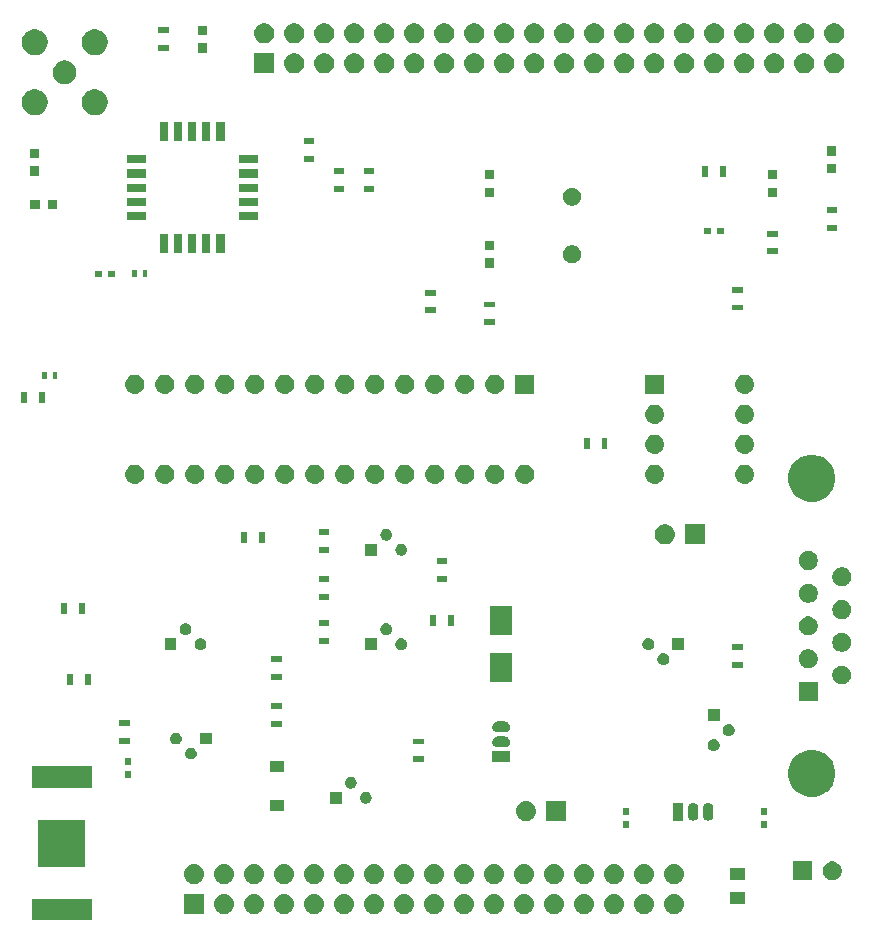
<source format=gts>
G04 #@! TF.GenerationSoftware,KiCad,Pcbnew,(5.1.0)-1*
G04 #@! TF.CreationDate,2019-03-17T11:44:46-07:00*
G04 #@! TF.ProjectId,DashSight-Mezzanine-Card,44617368-5369-4676-9874-2d4d657a7a61,rev?*
G04 #@! TF.SameCoordinates,Original*
G04 #@! TF.FileFunction,Soldermask,Top*
G04 #@! TF.FilePolarity,Negative*
%FSLAX46Y46*%
G04 Gerber Fmt 4.6, Leading zero omitted, Abs format (unit mm)*
G04 Created by KiCad (PCBNEW (5.1.0)-1) date 2019-03-17 11:44:46*
%MOMM*%
%LPD*%
G04 APERTURE LIST*
%ADD10C,0.100000*%
G04 APERTURE END LIST*
D10*
G36*
X132344000Y-124356000D02*
G01*
X127244000Y-124356000D01*
X127244000Y-122556000D01*
X132344000Y-122556000D01*
X132344000Y-124356000D01*
X132344000Y-124356000D01*
G37*
G36*
X181806627Y-122162299D02*
G01*
X181886742Y-122186602D01*
X181966855Y-122210903D01*
X181966857Y-122210904D01*
X182114518Y-122289831D01*
X182243949Y-122396051D01*
X182350169Y-122525482D01*
X182429096Y-122673143D01*
X182477701Y-122833373D01*
X182494112Y-123000000D01*
X182477701Y-123166627D01*
X182429096Y-123326857D01*
X182350169Y-123474518D01*
X182243949Y-123603949D01*
X182114518Y-123710169D01*
X181966857Y-123789096D01*
X181966855Y-123789097D01*
X181886742Y-123813398D01*
X181806627Y-123837701D01*
X181681752Y-123850000D01*
X181598248Y-123850000D01*
X181473373Y-123837701D01*
X181393258Y-123813398D01*
X181313145Y-123789097D01*
X181313143Y-123789096D01*
X181165482Y-123710169D01*
X181036051Y-123603949D01*
X180929831Y-123474518D01*
X180850904Y-123326857D01*
X180802299Y-123166627D01*
X180785888Y-123000000D01*
X180802299Y-122833373D01*
X180850904Y-122673143D01*
X180929831Y-122525482D01*
X181036051Y-122396051D01*
X181165482Y-122289831D01*
X181313143Y-122210904D01*
X181313145Y-122210903D01*
X181393258Y-122186602D01*
X181473373Y-122162299D01*
X181598248Y-122150000D01*
X181681752Y-122150000D01*
X181806627Y-122162299D01*
X181806627Y-122162299D01*
G37*
G36*
X141850000Y-123850000D02*
G01*
X140150000Y-123850000D01*
X140150000Y-122150000D01*
X141850000Y-122150000D01*
X141850000Y-123850000D01*
X141850000Y-123850000D01*
G37*
G36*
X143706627Y-122162299D02*
G01*
X143786742Y-122186602D01*
X143866855Y-122210903D01*
X143866857Y-122210904D01*
X144014518Y-122289831D01*
X144143949Y-122396051D01*
X144250169Y-122525482D01*
X144329096Y-122673143D01*
X144377701Y-122833373D01*
X144394112Y-123000000D01*
X144377701Y-123166627D01*
X144329096Y-123326857D01*
X144250169Y-123474518D01*
X144143949Y-123603949D01*
X144014518Y-123710169D01*
X143866857Y-123789096D01*
X143866855Y-123789097D01*
X143786742Y-123813398D01*
X143706627Y-123837701D01*
X143581752Y-123850000D01*
X143498248Y-123850000D01*
X143373373Y-123837701D01*
X143293258Y-123813398D01*
X143213145Y-123789097D01*
X143213143Y-123789096D01*
X143065482Y-123710169D01*
X142936051Y-123603949D01*
X142829831Y-123474518D01*
X142750904Y-123326857D01*
X142702299Y-123166627D01*
X142685888Y-123000000D01*
X142702299Y-122833373D01*
X142750904Y-122673143D01*
X142829831Y-122525482D01*
X142936051Y-122396051D01*
X143065482Y-122289831D01*
X143213143Y-122210904D01*
X143213145Y-122210903D01*
X143293258Y-122186602D01*
X143373373Y-122162299D01*
X143498248Y-122150000D01*
X143581752Y-122150000D01*
X143706627Y-122162299D01*
X143706627Y-122162299D01*
G37*
G36*
X146246627Y-122162299D02*
G01*
X146326742Y-122186602D01*
X146406855Y-122210903D01*
X146406857Y-122210904D01*
X146554518Y-122289831D01*
X146683949Y-122396051D01*
X146790169Y-122525482D01*
X146869096Y-122673143D01*
X146917701Y-122833373D01*
X146934112Y-123000000D01*
X146917701Y-123166627D01*
X146869096Y-123326857D01*
X146790169Y-123474518D01*
X146683949Y-123603949D01*
X146554518Y-123710169D01*
X146406857Y-123789096D01*
X146406855Y-123789097D01*
X146326742Y-123813398D01*
X146246627Y-123837701D01*
X146121752Y-123850000D01*
X146038248Y-123850000D01*
X145913373Y-123837701D01*
X145833258Y-123813398D01*
X145753145Y-123789097D01*
X145753143Y-123789096D01*
X145605482Y-123710169D01*
X145476051Y-123603949D01*
X145369831Y-123474518D01*
X145290904Y-123326857D01*
X145242299Y-123166627D01*
X145225888Y-123000000D01*
X145242299Y-122833373D01*
X145290904Y-122673143D01*
X145369831Y-122525482D01*
X145476051Y-122396051D01*
X145605482Y-122289831D01*
X145753143Y-122210904D01*
X145753145Y-122210903D01*
X145833258Y-122186602D01*
X145913373Y-122162299D01*
X146038248Y-122150000D01*
X146121752Y-122150000D01*
X146246627Y-122162299D01*
X146246627Y-122162299D01*
G37*
G36*
X148786627Y-122162299D02*
G01*
X148866742Y-122186602D01*
X148946855Y-122210903D01*
X148946857Y-122210904D01*
X149094518Y-122289831D01*
X149223949Y-122396051D01*
X149330169Y-122525482D01*
X149409096Y-122673143D01*
X149457701Y-122833373D01*
X149474112Y-123000000D01*
X149457701Y-123166627D01*
X149409096Y-123326857D01*
X149330169Y-123474518D01*
X149223949Y-123603949D01*
X149094518Y-123710169D01*
X148946857Y-123789096D01*
X148946855Y-123789097D01*
X148866742Y-123813398D01*
X148786627Y-123837701D01*
X148661752Y-123850000D01*
X148578248Y-123850000D01*
X148453373Y-123837701D01*
X148373258Y-123813398D01*
X148293145Y-123789097D01*
X148293143Y-123789096D01*
X148145482Y-123710169D01*
X148016051Y-123603949D01*
X147909831Y-123474518D01*
X147830904Y-123326857D01*
X147782299Y-123166627D01*
X147765888Y-123000000D01*
X147782299Y-122833373D01*
X147830904Y-122673143D01*
X147909831Y-122525482D01*
X148016051Y-122396051D01*
X148145482Y-122289831D01*
X148293143Y-122210904D01*
X148293145Y-122210903D01*
X148373258Y-122186602D01*
X148453373Y-122162299D01*
X148578248Y-122150000D01*
X148661752Y-122150000D01*
X148786627Y-122162299D01*
X148786627Y-122162299D01*
G37*
G36*
X151326627Y-122162299D02*
G01*
X151406742Y-122186602D01*
X151486855Y-122210903D01*
X151486857Y-122210904D01*
X151634518Y-122289831D01*
X151763949Y-122396051D01*
X151870169Y-122525482D01*
X151949096Y-122673143D01*
X151997701Y-122833373D01*
X152014112Y-123000000D01*
X151997701Y-123166627D01*
X151949096Y-123326857D01*
X151870169Y-123474518D01*
X151763949Y-123603949D01*
X151634518Y-123710169D01*
X151486857Y-123789096D01*
X151486855Y-123789097D01*
X151406742Y-123813398D01*
X151326627Y-123837701D01*
X151201752Y-123850000D01*
X151118248Y-123850000D01*
X150993373Y-123837701D01*
X150913258Y-123813398D01*
X150833145Y-123789097D01*
X150833143Y-123789096D01*
X150685482Y-123710169D01*
X150556051Y-123603949D01*
X150449831Y-123474518D01*
X150370904Y-123326857D01*
X150322299Y-123166627D01*
X150305888Y-123000000D01*
X150322299Y-122833373D01*
X150370904Y-122673143D01*
X150449831Y-122525482D01*
X150556051Y-122396051D01*
X150685482Y-122289831D01*
X150833143Y-122210904D01*
X150833145Y-122210903D01*
X150913258Y-122186602D01*
X150993373Y-122162299D01*
X151118248Y-122150000D01*
X151201752Y-122150000D01*
X151326627Y-122162299D01*
X151326627Y-122162299D01*
G37*
G36*
X153866627Y-122162299D02*
G01*
X153946742Y-122186602D01*
X154026855Y-122210903D01*
X154026857Y-122210904D01*
X154174518Y-122289831D01*
X154303949Y-122396051D01*
X154410169Y-122525482D01*
X154489096Y-122673143D01*
X154537701Y-122833373D01*
X154554112Y-123000000D01*
X154537701Y-123166627D01*
X154489096Y-123326857D01*
X154410169Y-123474518D01*
X154303949Y-123603949D01*
X154174518Y-123710169D01*
X154026857Y-123789096D01*
X154026855Y-123789097D01*
X153946742Y-123813398D01*
X153866627Y-123837701D01*
X153741752Y-123850000D01*
X153658248Y-123850000D01*
X153533373Y-123837701D01*
X153453258Y-123813398D01*
X153373145Y-123789097D01*
X153373143Y-123789096D01*
X153225482Y-123710169D01*
X153096051Y-123603949D01*
X152989831Y-123474518D01*
X152910904Y-123326857D01*
X152862299Y-123166627D01*
X152845888Y-123000000D01*
X152862299Y-122833373D01*
X152910904Y-122673143D01*
X152989831Y-122525482D01*
X153096051Y-122396051D01*
X153225482Y-122289831D01*
X153373143Y-122210904D01*
X153373145Y-122210903D01*
X153453258Y-122186602D01*
X153533373Y-122162299D01*
X153658248Y-122150000D01*
X153741752Y-122150000D01*
X153866627Y-122162299D01*
X153866627Y-122162299D01*
G37*
G36*
X156406627Y-122162299D02*
G01*
X156486742Y-122186602D01*
X156566855Y-122210903D01*
X156566857Y-122210904D01*
X156714518Y-122289831D01*
X156843949Y-122396051D01*
X156950169Y-122525482D01*
X157029096Y-122673143D01*
X157077701Y-122833373D01*
X157094112Y-123000000D01*
X157077701Y-123166627D01*
X157029096Y-123326857D01*
X156950169Y-123474518D01*
X156843949Y-123603949D01*
X156714518Y-123710169D01*
X156566857Y-123789096D01*
X156566855Y-123789097D01*
X156486742Y-123813398D01*
X156406627Y-123837701D01*
X156281752Y-123850000D01*
X156198248Y-123850000D01*
X156073373Y-123837701D01*
X155993258Y-123813398D01*
X155913145Y-123789097D01*
X155913143Y-123789096D01*
X155765482Y-123710169D01*
X155636051Y-123603949D01*
X155529831Y-123474518D01*
X155450904Y-123326857D01*
X155402299Y-123166627D01*
X155385888Y-123000000D01*
X155402299Y-122833373D01*
X155450904Y-122673143D01*
X155529831Y-122525482D01*
X155636051Y-122396051D01*
X155765482Y-122289831D01*
X155913143Y-122210904D01*
X155913145Y-122210903D01*
X155993258Y-122186602D01*
X156073373Y-122162299D01*
X156198248Y-122150000D01*
X156281752Y-122150000D01*
X156406627Y-122162299D01*
X156406627Y-122162299D01*
G37*
G36*
X158946627Y-122162299D02*
G01*
X159026742Y-122186602D01*
X159106855Y-122210903D01*
X159106857Y-122210904D01*
X159254518Y-122289831D01*
X159383949Y-122396051D01*
X159490169Y-122525482D01*
X159569096Y-122673143D01*
X159617701Y-122833373D01*
X159634112Y-123000000D01*
X159617701Y-123166627D01*
X159569096Y-123326857D01*
X159490169Y-123474518D01*
X159383949Y-123603949D01*
X159254518Y-123710169D01*
X159106857Y-123789096D01*
X159106855Y-123789097D01*
X159026742Y-123813398D01*
X158946627Y-123837701D01*
X158821752Y-123850000D01*
X158738248Y-123850000D01*
X158613373Y-123837701D01*
X158533258Y-123813398D01*
X158453145Y-123789097D01*
X158453143Y-123789096D01*
X158305482Y-123710169D01*
X158176051Y-123603949D01*
X158069831Y-123474518D01*
X157990904Y-123326857D01*
X157942299Y-123166627D01*
X157925888Y-123000000D01*
X157942299Y-122833373D01*
X157990904Y-122673143D01*
X158069831Y-122525482D01*
X158176051Y-122396051D01*
X158305482Y-122289831D01*
X158453143Y-122210904D01*
X158453145Y-122210903D01*
X158533258Y-122186602D01*
X158613373Y-122162299D01*
X158738248Y-122150000D01*
X158821752Y-122150000D01*
X158946627Y-122162299D01*
X158946627Y-122162299D01*
G37*
G36*
X164026627Y-122162299D02*
G01*
X164106742Y-122186602D01*
X164186855Y-122210903D01*
X164186857Y-122210904D01*
X164334518Y-122289831D01*
X164463949Y-122396051D01*
X164570169Y-122525482D01*
X164649096Y-122673143D01*
X164697701Y-122833373D01*
X164714112Y-123000000D01*
X164697701Y-123166627D01*
X164649096Y-123326857D01*
X164570169Y-123474518D01*
X164463949Y-123603949D01*
X164334518Y-123710169D01*
X164186857Y-123789096D01*
X164186855Y-123789097D01*
X164106742Y-123813398D01*
X164026627Y-123837701D01*
X163901752Y-123850000D01*
X163818248Y-123850000D01*
X163693373Y-123837701D01*
X163613258Y-123813398D01*
X163533145Y-123789097D01*
X163533143Y-123789096D01*
X163385482Y-123710169D01*
X163256051Y-123603949D01*
X163149831Y-123474518D01*
X163070904Y-123326857D01*
X163022299Y-123166627D01*
X163005888Y-123000000D01*
X163022299Y-122833373D01*
X163070904Y-122673143D01*
X163149831Y-122525482D01*
X163256051Y-122396051D01*
X163385482Y-122289831D01*
X163533143Y-122210904D01*
X163533145Y-122210903D01*
X163613258Y-122186602D01*
X163693373Y-122162299D01*
X163818248Y-122150000D01*
X163901752Y-122150000D01*
X164026627Y-122162299D01*
X164026627Y-122162299D01*
G37*
G36*
X166566627Y-122162299D02*
G01*
X166646742Y-122186602D01*
X166726855Y-122210903D01*
X166726857Y-122210904D01*
X166874518Y-122289831D01*
X167003949Y-122396051D01*
X167110169Y-122525482D01*
X167189096Y-122673143D01*
X167237701Y-122833373D01*
X167254112Y-123000000D01*
X167237701Y-123166627D01*
X167189096Y-123326857D01*
X167110169Y-123474518D01*
X167003949Y-123603949D01*
X166874518Y-123710169D01*
X166726857Y-123789096D01*
X166726855Y-123789097D01*
X166646742Y-123813398D01*
X166566627Y-123837701D01*
X166441752Y-123850000D01*
X166358248Y-123850000D01*
X166233373Y-123837701D01*
X166153258Y-123813398D01*
X166073145Y-123789097D01*
X166073143Y-123789096D01*
X165925482Y-123710169D01*
X165796051Y-123603949D01*
X165689831Y-123474518D01*
X165610904Y-123326857D01*
X165562299Y-123166627D01*
X165545888Y-123000000D01*
X165562299Y-122833373D01*
X165610904Y-122673143D01*
X165689831Y-122525482D01*
X165796051Y-122396051D01*
X165925482Y-122289831D01*
X166073143Y-122210904D01*
X166073145Y-122210903D01*
X166153258Y-122186602D01*
X166233373Y-122162299D01*
X166358248Y-122150000D01*
X166441752Y-122150000D01*
X166566627Y-122162299D01*
X166566627Y-122162299D01*
G37*
G36*
X169106627Y-122162299D02*
G01*
X169186742Y-122186602D01*
X169266855Y-122210903D01*
X169266857Y-122210904D01*
X169414518Y-122289831D01*
X169543949Y-122396051D01*
X169650169Y-122525482D01*
X169729096Y-122673143D01*
X169777701Y-122833373D01*
X169794112Y-123000000D01*
X169777701Y-123166627D01*
X169729096Y-123326857D01*
X169650169Y-123474518D01*
X169543949Y-123603949D01*
X169414518Y-123710169D01*
X169266857Y-123789096D01*
X169266855Y-123789097D01*
X169186742Y-123813398D01*
X169106627Y-123837701D01*
X168981752Y-123850000D01*
X168898248Y-123850000D01*
X168773373Y-123837701D01*
X168693258Y-123813398D01*
X168613145Y-123789097D01*
X168613143Y-123789096D01*
X168465482Y-123710169D01*
X168336051Y-123603949D01*
X168229831Y-123474518D01*
X168150904Y-123326857D01*
X168102299Y-123166627D01*
X168085888Y-123000000D01*
X168102299Y-122833373D01*
X168150904Y-122673143D01*
X168229831Y-122525482D01*
X168336051Y-122396051D01*
X168465482Y-122289831D01*
X168613143Y-122210904D01*
X168613145Y-122210903D01*
X168693258Y-122186602D01*
X168773373Y-122162299D01*
X168898248Y-122150000D01*
X168981752Y-122150000D01*
X169106627Y-122162299D01*
X169106627Y-122162299D01*
G37*
G36*
X171646627Y-122162299D02*
G01*
X171726742Y-122186602D01*
X171806855Y-122210903D01*
X171806857Y-122210904D01*
X171954518Y-122289831D01*
X172083949Y-122396051D01*
X172190169Y-122525482D01*
X172269096Y-122673143D01*
X172317701Y-122833373D01*
X172334112Y-123000000D01*
X172317701Y-123166627D01*
X172269096Y-123326857D01*
X172190169Y-123474518D01*
X172083949Y-123603949D01*
X171954518Y-123710169D01*
X171806857Y-123789096D01*
X171806855Y-123789097D01*
X171726742Y-123813398D01*
X171646627Y-123837701D01*
X171521752Y-123850000D01*
X171438248Y-123850000D01*
X171313373Y-123837701D01*
X171233258Y-123813398D01*
X171153145Y-123789097D01*
X171153143Y-123789096D01*
X171005482Y-123710169D01*
X170876051Y-123603949D01*
X170769831Y-123474518D01*
X170690904Y-123326857D01*
X170642299Y-123166627D01*
X170625888Y-123000000D01*
X170642299Y-122833373D01*
X170690904Y-122673143D01*
X170769831Y-122525482D01*
X170876051Y-122396051D01*
X171005482Y-122289831D01*
X171153143Y-122210904D01*
X171153145Y-122210903D01*
X171233258Y-122186602D01*
X171313373Y-122162299D01*
X171438248Y-122150000D01*
X171521752Y-122150000D01*
X171646627Y-122162299D01*
X171646627Y-122162299D01*
G37*
G36*
X174186627Y-122162299D02*
G01*
X174266742Y-122186602D01*
X174346855Y-122210903D01*
X174346857Y-122210904D01*
X174494518Y-122289831D01*
X174623949Y-122396051D01*
X174730169Y-122525482D01*
X174809096Y-122673143D01*
X174857701Y-122833373D01*
X174874112Y-123000000D01*
X174857701Y-123166627D01*
X174809096Y-123326857D01*
X174730169Y-123474518D01*
X174623949Y-123603949D01*
X174494518Y-123710169D01*
X174346857Y-123789096D01*
X174346855Y-123789097D01*
X174266742Y-123813398D01*
X174186627Y-123837701D01*
X174061752Y-123850000D01*
X173978248Y-123850000D01*
X173853373Y-123837701D01*
X173773258Y-123813398D01*
X173693145Y-123789097D01*
X173693143Y-123789096D01*
X173545482Y-123710169D01*
X173416051Y-123603949D01*
X173309831Y-123474518D01*
X173230904Y-123326857D01*
X173182299Y-123166627D01*
X173165888Y-123000000D01*
X173182299Y-122833373D01*
X173230904Y-122673143D01*
X173309831Y-122525482D01*
X173416051Y-122396051D01*
X173545482Y-122289831D01*
X173693143Y-122210904D01*
X173693145Y-122210903D01*
X173773258Y-122186602D01*
X173853373Y-122162299D01*
X173978248Y-122150000D01*
X174061752Y-122150000D01*
X174186627Y-122162299D01*
X174186627Y-122162299D01*
G37*
G36*
X176726627Y-122162299D02*
G01*
X176806742Y-122186602D01*
X176886855Y-122210903D01*
X176886857Y-122210904D01*
X177034518Y-122289831D01*
X177163949Y-122396051D01*
X177270169Y-122525482D01*
X177349096Y-122673143D01*
X177397701Y-122833373D01*
X177414112Y-123000000D01*
X177397701Y-123166627D01*
X177349096Y-123326857D01*
X177270169Y-123474518D01*
X177163949Y-123603949D01*
X177034518Y-123710169D01*
X176886857Y-123789096D01*
X176886855Y-123789097D01*
X176806742Y-123813398D01*
X176726627Y-123837701D01*
X176601752Y-123850000D01*
X176518248Y-123850000D01*
X176393373Y-123837701D01*
X176313258Y-123813398D01*
X176233145Y-123789097D01*
X176233143Y-123789096D01*
X176085482Y-123710169D01*
X175956051Y-123603949D01*
X175849831Y-123474518D01*
X175770904Y-123326857D01*
X175722299Y-123166627D01*
X175705888Y-123000000D01*
X175722299Y-122833373D01*
X175770904Y-122673143D01*
X175849831Y-122525482D01*
X175956051Y-122396051D01*
X176085482Y-122289831D01*
X176233143Y-122210904D01*
X176233145Y-122210903D01*
X176313258Y-122186602D01*
X176393373Y-122162299D01*
X176518248Y-122150000D01*
X176601752Y-122150000D01*
X176726627Y-122162299D01*
X176726627Y-122162299D01*
G37*
G36*
X179266627Y-122162299D02*
G01*
X179346742Y-122186602D01*
X179426855Y-122210903D01*
X179426857Y-122210904D01*
X179574518Y-122289831D01*
X179703949Y-122396051D01*
X179810169Y-122525482D01*
X179889096Y-122673143D01*
X179937701Y-122833373D01*
X179954112Y-123000000D01*
X179937701Y-123166627D01*
X179889096Y-123326857D01*
X179810169Y-123474518D01*
X179703949Y-123603949D01*
X179574518Y-123710169D01*
X179426857Y-123789096D01*
X179426855Y-123789097D01*
X179346742Y-123813398D01*
X179266627Y-123837701D01*
X179141752Y-123850000D01*
X179058248Y-123850000D01*
X178933373Y-123837701D01*
X178853258Y-123813398D01*
X178773145Y-123789097D01*
X178773143Y-123789096D01*
X178625482Y-123710169D01*
X178496051Y-123603949D01*
X178389831Y-123474518D01*
X178310904Y-123326857D01*
X178262299Y-123166627D01*
X178245888Y-123000000D01*
X178262299Y-122833373D01*
X178310904Y-122673143D01*
X178389831Y-122525482D01*
X178496051Y-122396051D01*
X178625482Y-122289831D01*
X178773143Y-122210904D01*
X178773145Y-122210903D01*
X178853258Y-122186602D01*
X178933373Y-122162299D01*
X179058248Y-122150000D01*
X179141752Y-122150000D01*
X179266627Y-122162299D01*
X179266627Y-122162299D01*
G37*
G36*
X161486627Y-122162299D02*
G01*
X161566742Y-122186602D01*
X161646855Y-122210903D01*
X161646857Y-122210904D01*
X161794518Y-122289831D01*
X161923949Y-122396051D01*
X162030169Y-122525482D01*
X162109096Y-122673143D01*
X162157701Y-122833373D01*
X162174112Y-123000000D01*
X162157701Y-123166627D01*
X162109096Y-123326857D01*
X162030169Y-123474518D01*
X161923949Y-123603949D01*
X161794518Y-123710169D01*
X161646857Y-123789096D01*
X161646855Y-123789097D01*
X161566742Y-123813398D01*
X161486627Y-123837701D01*
X161361752Y-123850000D01*
X161278248Y-123850000D01*
X161153373Y-123837701D01*
X161073258Y-123813398D01*
X160993145Y-123789097D01*
X160993143Y-123789096D01*
X160845482Y-123710169D01*
X160716051Y-123603949D01*
X160609831Y-123474518D01*
X160530904Y-123326857D01*
X160482299Y-123166627D01*
X160465888Y-123000000D01*
X160482299Y-122833373D01*
X160530904Y-122673143D01*
X160609831Y-122525482D01*
X160716051Y-122396051D01*
X160845482Y-122289831D01*
X160993143Y-122210904D01*
X160993145Y-122210903D01*
X161073258Y-122186602D01*
X161153373Y-122162299D01*
X161278248Y-122150000D01*
X161361752Y-122150000D01*
X161486627Y-122162299D01*
X161486627Y-122162299D01*
G37*
G36*
X187632500Y-122975500D02*
G01*
X186382500Y-122975500D01*
X186382500Y-121975500D01*
X187632500Y-121975500D01*
X187632500Y-122975500D01*
X187632500Y-122975500D01*
G37*
G36*
X153866627Y-119622299D02*
G01*
X153946742Y-119646602D01*
X154026855Y-119670903D01*
X154026857Y-119670904D01*
X154174518Y-119749831D01*
X154303949Y-119856051D01*
X154410169Y-119985482D01*
X154489096Y-120133143D01*
X154537701Y-120293373D01*
X154554112Y-120460000D01*
X154537701Y-120626627D01*
X154489096Y-120786857D01*
X154410169Y-120934518D01*
X154303949Y-121063949D01*
X154174518Y-121170169D01*
X154026857Y-121249096D01*
X154026855Y-121249097D01*
X153946742Y-121273398D01*
X153866627Y-121297701D01*
X153741752Y-121310000D01*
X153658248Y-121310000D01*
X153533373Y-121297701D01*
X153453258Y-121273399D01*
X153373145Y-121249097D01*
X153373143Y-121249096D01*
X153225482Y-121170169D01*
X153096051Y-121063949D01*
X152989831Y-120934518D01*
X152910904Y-120786857D01*
X152862299Y-120626627D01*
X152845888Y-120460000D01*
X152862299Y-120293373D01*
X152910904Y-120133143D01*
X152989831Y-119985482D01*
X153096051Y-119856051D01*
X153225482Y-119749831D01*
X153373143Y-119670904D01*
X153373145Y-119670903D01*
X153453258Y-119646601D01*
X153533373Y-119622299D01*
X153658248Y-119610000D01*
X153741752Y-119610000D01*
X153866627Y-119622299D01*
X153866627Y-119622299D01*
G37*
G36*
X146246627Y-119622299D02*
G01*
X146326742Y-119646602D01*
X146406855Y-119670903D01*
X146406857Y-119670904D01*
X146554518Y-119749831D01*
X146683949Y-119856051D01*
X146790169Y-119985482D01*
X146869096Y-120133143D01*
X146917701Y-120293373D01*
X146934112Y-120460000D01*
X146917701Y-120626627D01*
X146869096Y-120786857D01*
X146790169Y-120934518D01*
X146683949Y-121063949D01*
X146554518Y-121170169D01*
X146406857Y-121249096D01*
X146406855Y-121249097D01*
X146326742Y-121273398D01*
X146246627Y-121297701D01*
X146121752Y-121310000D01*
X146038248Y-121310000D01*
X145913373Y-121297701D01*
X145833258Y-121273399D01*
X145753145Y-121249097D01*
X145753143Y-121249096D01*
X145605482Y-121170169D01*
X145476051Y-121063949D01*
X145369831Y-120934518D01*
X145290904Y-120786857D01*
X145242299Y-120626627D01*
X145225888Y-120460000D01*
X145242299Y-120293373D01*
X145290904Y-120133143D01*
X145369831Y-119985482D01*
X145476051Y-119856051D01*
X145605482Y-119749831D01*
X145753143Y-119670904D01*
X145753145Y-119670903D01*
X145833258Y-119646601D01*
X145913373Y-119622299D01*
X146038248Y-119610000D01*
X146121752Y-119610000D01*
X146246627Y-119622299D01*
X146246627Y-119622299D01*
G37*
G36*
X148786627Y-119622299D02*
G01*
X148866742Y-119646602D01*
X148946855Y-119670903D01*
X148946857Y-119670904D01*
X149094518Y-119749831D01*
X149223949Y-119856051D01*
X149330169Y-119985482D01*
X149409096Y-120133143D01*
X149457701Y-120293373D01*
X149474112Y-120460000D01*
X149457701Y-120626627D01*
X149409096Y-120786857D01*
X149330169Y-120934518D01*
X149223949Y-121063949D01*
X149094518Y-121170169D01*
X148946857Y-121249096D01*
X148946855Y-121249097D01*
X148866742Y-121273398D01*
X148786627Y-121297701D01*
X148661752Y-121310000D01*
X148578248Y-121310000D01*
X148453373Y-121297701D01*
X148373258Y-121273399D01*
X148293145Y-121249097D01*
X148293143Y-121249096D01*
X148145482Y-121170169D01*
X148016051Y-121063949D01*
X147909831Y-120934518D01*
X147830904Y-120786857D01*
X147782299Y-120626627D01*
X147765888Y-120460000D01*
X147782299Y-120293373D01*
X147830904Y-120133143D01*
X147909831Y-119985482D01*
X148016051Y-119856051D01*
X148145482Y-119749831D01*
X148293143Y-119670904D01*
X148293145Y-119670903D01*
X148373258Y-119646601D01*
X148453373Y-119622299D01*
X148578248Y-119610000D01*
X148661752Y-119610000D01*
X148786627Y-119622299D01*
X148786627Y-119622299D01*
G37*
G36*
X151326627Y-119622299D02*
G01*
X151406742Y-119646602D01*
X151486855Y-119670903D01*
X151486857Y-119670904D01*
X151634518Y-119749831D01*
X151763949Y-119856051D01*
X151870169Y-119985482D01*
X151949096Y-120133143D01*
X151997701Y-120293373D01*
X152014112Y-120460000D01*
X151997701Y-120626627D01*
X151949096Y-120786857D01*
X151870169Y-120934518D01*
X151763949Y-121063949D01*
X151634518Y-121170169D01*
X151486857Y-121249096D01*
X151486855Y-121249097D01*
X151406742Y-121273398D01*
X151326627Y-121297701D01*
X151201752Y-121310000D01*
X151118248Y-121310000D01*
X150993373Y-121297701D01*
X150913258Y-121273399D01*
X150833145Y-121249097D01*
X150833143Y-121249096D01*
X150685482Y-121170169D01*
X150556051Y-121063949D01*
X150449831Y-120934518D01*
X150370904Y-120786857D01*
X150322299Y-120626627D01*
X150305888Y-120460000D01*
X150322299Y-120293373D01*
X150370904Y-120133143D01*
X150449831Y-119985482D01*
X150556051Y-119856051D01*
X150685482Y-119749831D01*
X150833143Y-119670904D01*
X150833145Y-119670903D01*
X150913258Y-119646601D01*
X150993373Y-119622299D01*
X151118248Y-119610000D01*
X151201752Y-119610000D01*
X151326627Y-119622299D01*
X151326627Y-119622299D01*
G37*
G36*
X156406627Y-119622299D02*
G01*
X156486742Y-119646602D01*
X156566855Y-119670903D01*
X156566857Y-119670904D01*
X156714518Y-119749831D01*
X156843949Y-119856051D01*
X156950169Y-119985482D01*
X157029096Y-120133143D01*
X157077701Y-120293373D01*
X157094112Y-120460000D01*
X157077701Y-120626627D01*
X157029096Y-120786857D01*
X156950169Y-120934518D01*
X156843949Y-121063949D01*
X156714518Y-121170169D01*
X156566857Y-121249096D01*
X156566855Y-121249097D01*
X156486742Y-121273398D01*
X156406627Y-121297701D01*
X156281752Y-121310000D01*
X156198248Y-121310000D01*
X156073373Y-121297701D01*
X155993258Y-121273399D01*
X155913145Y-121249097D01*
X155913143Y-121249096D01*
X155765482Y-121170169D01*
X155636051Y-121063949D01*
X155529831Y-120934518D01*
X155450904Y-120786857D01*
X155402299Y-120626627D01*
X155385888Y-120460000D01*
X155402299Y-120293373D01*
X155450904Y-120133143D01*
X155529831Y-119985482D01*
X155636051Y-119856051D01*
X155765482Y-119749831D01*
X155913143Y-119670904D01*
X155913145Y-119670903D01*
X155993258Y-119646601D01*
X156073373Y-119622299D01*
X156198248Y-119610000D01*
X156281752Y-119610000D01*
X156406627Y-119622299D01*
X156406627Y-119622299D01*
G37*
G36*
X158946627Y-119622299D02*
G01*
X159026742Y-119646602D01*
X159106855Y-119670903D01*
X159106857Y-119670904D01*
X159254518Y-119749831D01*
X159383949Y-119856051D01*
X159490169Y-119985482D01*
X159569096Y-120133143D01*
X159617701Y-120293373D01*
X159634112Y-120460000D01*
X159617701Y-120626627D01*
X159569096Y-120786857D01*
X159490169Y-120934518D01*
X159383949Y-121063949D01*
X159254518Y-121170169D01*
X159106857Y-121249096D01*
X159106855Y-121249097D01*
X159026742Y-121273398D01*
X158946627Y-121297701D01*
X158821752Y-121310000D01*
X158738248Y-121310000D01*
X158613373Y-121297701D01*
X158533258Y-121273399D01*
X158453145Y-121249097D01*
X158453143Y-121249096D01*
X158305482Y-121170169D01*
X158176051Y-121063949D01*
X158069831Y-120934518D01*
X157990904Y-120786857D01*
X157942299Y-120626627D01*
X157925888Y-120460000D01*
X157942299Y-120293373D01*
X157990904Y-120133143D01*
X158069831Y-119985482D01*
X158176051Y-119856051D01*
X158305482Y-119749831D01*
X158453143Y-119670904D01*
X158453145Y-119670903D01*
X158533258Y-119646601D01*
X158613373Y-119622299D01*
X158738248Y-119610000D01*
X158821752Y-119610000D01*
X158946627Y-119622299D01*
X158946627Y-119622299D01*
G37*
G36*
X161486627Y-119622299D02*
G01*
X161566742Y-119646602D01*
X161646855Y-119670903D01*
X161646857Y-119670904D01*
X161794518Y-119749831D01*
X161923949Y-119856051D01*
X162030169Y-119985482D01*
X162109096Y-120133143D01*
X162157701Y-120293373D01*
X162174112Y-120460000D01*
X162157701Y-120626627D01*
X162109096Y-120786857D01*
X162030169Y-120934518D01*
X161923949Y-121063949D01*
X161794518Y-121170169D01*
X161646857Y-121249096D01*
X161646855Y-121249097D01*
X161566742Y-121273398D01*
X161486627Y-121297701D01*
X161361752Y-121310000D01*
X161278248Y-121310000D01*
X161153373Y-121297701D01*
X161073258Y-121273399D01*
X160993145Y-121249097D01*
X160993143Y-121249096D01*
X160845482Y-121170169D01*
X160716051Y-121063949D01*
X160609831Y-120934518D01*
X160530904Y-120786857D01*
X160482299Y-120626627D01*
X160465888Y-120460000D01*
X160482299Y-120293373D01*
X160530904Y-120133143D01*
X160609831Y-119985482D01*
X160716051Y-119856051D01*
X160845482Y-119749831D01*
X160993143Y-119670904D01*
X160993145Y-119670903D01*
X161073258Y-119646601D01*
X161153373Y-119622299D01*
X161278248Y-119610000D01*
X161361752Y-119610000D01*
X161486627Y-119622299D01*
X161486627Y-119622299D01*
G37*
G36*
X164026627Y-119622299D02*
G01*
X164106742Y-119646602D01*
X164186855Y-119670903D01*
X164186857Y-119670904D01*
X164334518Y-119749831D01*
X164463949Y-119856051D01*
X164570169Y-119985482D01*
X164649096Y-120133143D01*
X164697701Y-120293373D01*
X164714112Y-120460000D01*
X164697701Y-120626627D01*
X164649096Y-120786857D01*
X164570169Y-120934518D01*
X164463949Y-121063949D01*
X164334518Y-121170169D01*
X164186857Y-121249096D01*
X164186855Y-121249097D01*
X164106742Y-121273398D01*
X164026627Y-121297701D01*
X163901752Y-121310000D01*
X163818248Y-121310000D01*
X163693373Y-121297701D01*
X163613258Y-121273399D01*
X163533145Y-121249097D01*
X163533143Y-121249096D01*
X163385482Y-121170169D01*
X163256051Y-121063949D01*
X163149831Y-120934518D01*
X163070904Y-120786857D01*
X163022299Y-120626627D01*
X163005888Y-120460000D01*
X163022299Y-120293373D01*
X163070904Y-120133143D01*
X163149831Y-119985482D01*
X163256051Y-119856051D01*
X163385482Y-119749831D01*
X163533143Y-119670904D01*
X163533145Y-119670903D01*
X163613258Y-119646601D01*
X163693373Y-119622299D01*
X163818248Y-119610000D01*
X163901752Y-119610000D01*
X164026627Y-119622299D01*
X164026627Y-119622299D01*
G37*
G36*
X171646627Y-119622299D02*
G01*
X171726742Y-119646602D01*
X171806855Y-119670903D01*
X171806857Y-119670904D01*
X171954518Y-119749831D01*
X172083949Y-119856051D01*
X172190169Y-119985482D01*
X172269096Y-120133143D01*
X172317701Y-120293373D01*
X172334112Y-120460000D01*
X172317701Y-120626627D01*
X172269096Y-120786857D01*
X172190169Y-120934518D01*
X172083949Y-121063949D01*
X171954518Y-121170169D01*
X171806857Y-121249096D01*
X171806855Y-121249097D01*
X171726742Y-121273398D01*
X171646627Y-121297701D01*
X171521752Y-121310000D01*
X171438248Y-121310000D01*
X171313373Y-121297701D01*
X171233258Y-121273399D01*
X171153145Y-121249097D01*
X171153143Y-121249096D01*
X171005482Y-121170169D01*
X170876051Y-121063949D01*
X170769831Y-120934518D01*
X170690904Y-120786857D01*
X170642299Y-120626627D01*
X170625888Y-120460000D01*
X170642299Y-120293373D01*
X170690904Y-120133143D01*
X170769831Y-119985482D01*
X170876051Y-119856051D01*
X171005482Y-119749831D01*
X171153143Y-119670904D01*
X171153145Y-119670903D01*
X171233258Y-119646601D01*
X171313373Y-119622299D01*
X171438248Y-119610000D01*
X171521752Y-119610000D01*
X171646627Y-119622299D01*
X171646627Y-119622299D01*
G37*
G36*
X166566627Y-119622299D02*
G01*
X166646742Y-119646602D01*
X166726855Y-119670903D01*
X166726857Y-119670904D01*
X166874518Y-119749831D01*
X167003949Y-119856051D01*
X167110169Y-119985482D01*
X167189096Y-120133143D01*
X167237701Y-120293373D01*
X167254112Y-120460000D01*
X167237701Y-120626627D01*
X167189096Y-120786857D01*
X167110169Y-120934518D01*
X167003949Y-121063949D01*
X166874518Y-121170169D01*
X166726857Y-121249096D01*
X166726855Y-121249097D01*
X166646742Y-121273398D01*
X166566627Y-121297701D01*
X166441752Y-121310000D01*
X166358248Y-121310000D01*
X166233373Y-121297701D01*
X166153258Y-121273399D01*
X166073145Y-121249097D01*
X166073143Y-121249096D01*
X165925482Y-121170169D01*
X165796051Y-121063949D01*
X165689831Y-120934518D01*
X165610904Y-120786857D01*
X165562299Y-120626627D01*
X165545888Y-120460000D01*
X165562299Y-120293373D01*
X165610904Y-120133143D01*
X165689831Y-119985482D01*
X165796051Y-119856051D01*
X165925482Y-119749831D01*
X166073143Y-119670904D01*
X166073145Y-119670903D01*
X166153258Y-119646601D01*
X166233373Y-119622299D01*
X166358248Y-119610000D01*
X166441752Y-119610000D01*
X166566627Y-119622299D01*
X166566627Y-119622299D01*
G37*
G36*
X169106627Y-119622299D02*
G01*
X169186742Y-119646602D01*
X169266855Y-119670903D01*
X169266857Y-119670904D01*
X169414518Y-119749831D01*
X169543949Y-119856051D01*
X169650169Y-119985482D01*
X169729096Y-120133143D01*
X169777701Y-120293373D01*
X169794112Y-120460000D01*
X169777701Y-120626627D01*
X169729096Y-120786857D01*
X169650169Y-120934518D01*
X169543949Y-121063949D01*
X169414518Y-121170169D01*
X169266857Y-121249096D01*
X169266855Y-121249097D01*
X169186742Y-121273398D01*
X169106627Y-121297701D01*
X168981752Y-121310000D01*
X168898248Y-121310000D01*
X168773373Y-121297701D01*
X168693258Y-121273399D01*
X168613145Y-121249097D01*
X168613143Y-121249096D01*
X168465482Y-121170169D01*
X168336051Y-121063949D01*
X168229831Y-120934518D01*
X168150904Y-120786857D01*
X168102299Y-120626627D01*
X168085888Y-120460000D01*
X168102299Y-120293373D01*
X168150904Y-120133143D01*
X168229831Y-119985482D01*
X168336051Y-119856051D01*
X168465482Y-119749831D01*
X168613143Y-119670904D01*
X168613145Y-119670903D01*
X168693258Y-119646601D01*
X168773373Y-119622299D01*
X168898248Y-119610000D01*
X168981752Y-119610000D01*
X169106627Y-119622299D01*
X169106627Y-119622299D01*
G37*
G36*
X179266627Y-119622299D02*
G01*
X179346742Y-119646602D01*
X179426855Y-119670903D01*
X179426857Y-119670904D01*
X179574518Y-119749831D01*
X179703949Y-119856051D01*
X179810169Y-119985482D01*
X179889096Y-120133143D01*
X179937701Y-120293373D01*
X179954112Y-120460000D01*
X179937701Y-120626627D01*
X179889096Y-120786857D01*
X179810169Y-120934518D01*
X179703949Y-121063949D01*
X179574518Y-121170169D01*
X179426857Y-121249096D01*
X179426855Y-121249097D01*
X179346742Y-121273398D01*
X179266627Y-121297701D01*
X179141752Y-121310000D01*
X179058248Y-121310000D01*
X178933373Y-121297701D01*
X178853258Y-121273399D01*
X178773145Y-121249097D01*
X178773143Y-121249096D01*
X178625482Y-121170169D01*
X178496051Y-121063949D01*
X178389831Y-120934518D01*
X178310904Y-120786857D01*
X178262299Y-120626627D01*
X178245888Y-120460000D01*
X178262299Y-120293373D01*
X178310904Y-120133143D01*
X178389831Y-119985482D01*
X178496051Y-119856051D01*
X178625482Y-119749831D01*
X178773143Y-119670904D01*
X178773145Y-119670903D01*
X178853258Y-119646601D01*
X178933373Y-119622299D01*
X179058248Y-119610000D01*
X179141752Y-119610000D01*
X179266627Y-119622299D01*
X179266627Y-119622299D01*
G37*
G36*
X141166627Y-119622299D02*
G01*
X141246742Y-119646602D01*
X141326855Y-119670903D01*
X141326857Y-119670904D01*
X141474518Y-119749831D01*
X141603949Y-119856051D01*
X141710169Y-119985482D01*
X141789096Y-120133143D01*
X141837701Y-120293373D01*
X141854112Y-120460000D01*
X141837701Y-120626627D01*
X141789096Y-120786857D01*
X141710169Y-120934518D01*
X141603949Y-121063949D01*
X141474518Y-121170169D01*
X141326857Y-121249096D01*
X141326855Y-121249097D01*
X141246742Y-121273398D01*
X141166627Y-121297701D01*
X141041752Y-121310000D01*
X140958248Y-121310000D01*
X140833373Y-121297701D01*
X140753258Y-121273399D01*
X140673145Y-121249097D01*
X140673143Y-121249096D01*
X140525482Y-121170169D01*
X140396051Y-121063949D01*
X140289831Y-120934518D01*
X140210904Y-120786857D01*
X140162299Y-120626627D01*
X140145888Y-120460000D01*
X140162299Y-120293373D01*
X140210904Y-120133143D01*
X140289831Y-119985482D01*
X140396051Y-119856051D01*
X140525482Y-119749831D01*
X140673143Y-119670904D01*
X140673145Y-119670903D01*
X140753258Y-119646602D01*
X140833373Y-119622299D01*
X140958248Y-119610000D01*
X141041752Y-119610000D01*
X141166627Y-119622299D01*
X141166627Y-119622299D01*
G37*
G36*
X143706627Y-119622299D02*
G01*
X143786742Y-119646602D01*
X143866855Y-119670903D01*
X143866857Y-119670904D01*
X144014518Y-119749831D01*
X144143949Y-119856051D01*
X144250169Y-119985482D01*
X144329096Y-120133143D01*
X144377701Y-120293373D01*
X144394112Y-120460000D01*
X144377701Y-120626627D01*
X144329096Y-120786857D01*
X144250169Y-120934518D01*
X144143949Y-121063949D01*
X144014518Y-121170169D01*
X143866857Y-121249096D01*
X143866855Y-121249097D01*
X143786742Y-121273398D01*
X143706627Y-121297701D01*
X143581752Y-121310000D01*
X143498248Y-121310000D01*
X143373373Y-121297701D01*
X143293258Y-121273399D01*
X143213145Y-121249097D01*
X143213143Y-121249096D01*
X143065482Y-121170169D01*
X142936051Y-121063949D01*
X142829831Y-120934518D01*
X142750904Y-120786857D01*
X142702299Y-120626627D01*
X142685888Y-120460000D01*
X142702299Y-120293373D01*
X142750904Y-120133143D01*
X142829831Y-119985482D01*
X142936051Y-119856051D01*
X143065482Y-119749831D01*
X143213143Y-119670904D01*
X143213145Y-119670903D01*
X143293258Y-119646601D01*
X143373373Y-119622299D01*
X143498248Y-119610000D01*
X143581752Y-119610000D01*
X143706627Y-119622299D01*
X143706627Y-119622299D01*
G37*
G36*
X181806627Y-119622299D02*
G01*
X181886742Y-119646602D01*
X181966855Y-119670903D01*
X181966857Y-119670904D01*
X182114518Y-119749831D01*
X182243949Y-119856051D01*
X182350169Y-119985482D01*
X182429096Y-120133143D01*
X182477701Y-120293373D01*
X182494112Y-120460000D01*
X182477701Y-120626627D01*
X182429096Y-120786857D01*
X182350169Y-120934518D01*
X182243949Y-121063949D01*
X182114518Y-121170169D01*
X181966857Y-121249096D01*
X181966855Y-121249097D01*
X181886742Y-121273398D01*
X181806627Y-121297701D01*
X181681752Y-121310000D01*
X181598248Y-121310000D01*
X181473373Y-121297701D01*
X181393258Y-121273399D01*
X181313145Y-121249097D01*
X181313143Y-121249096D01*
X181165482Y-121170169D01*
X181036051Y-121063949D01*
X180929831Y-120934518D01*
X180850904Y-120786857D01*
X180802299Y-120626627D01*
X180785888Y-120460000D01*
X180802299Y-120293373D01*
X180850904Y-120133143D01*
X180929831Y-119985482D01*
X181036051Y-119856051D01*
X181165482Y-119749831D01*
X181313143Y-119670904D01*
X181313145Y-119670903D01*
X181393258Y-119646601D01*
X181473373Y-119622299D01*
X181598248Y-119610000D01*
X181681752Y-119610000D01*
X181806627Y-119622299D01*
X181806627Y-119622299D01*
G37*
G36*
X176726627Y-119622299D02*
G01*
X176806742Y-119646602D01*
X176886855Y-119670903D01*
X176886857Y-119670904D01*
X177034518Y-119749831D01*
X177163949Y-119856051D01*
X177270169Y-119985482D01*
X177349096Y-120133143D01*
X177397701Y-120293373D01*
X177414112Y-120460000D01*
X177397701Y-120626627D01*
X177349096Y-120786857D01*
X177270169Y-120934518D01*
X177163949Y-121063949D01*
X177034518Y-121170169D01*
X176886857Y-121249096D01*
X176886855Y-121249097D01*
X176806742Y-121273398D01*
X176726627Y-121297701D01*
X176601752Y-121310000D01*
X176518248Y-121310000D01*
X176393373Y-121297701D01*
X176313258Y-121273399D01*
X176233145Y-121249097D01*
X176233143Y-121249096D01*
X176085482Y-121170169D01*
X175956051Y-121063949D01*
X175849831Y-120934518D01*
X175770904Y-120786857D01*
X175722299Y-120626627D01*
X175705888Y-120460000D01*
X175722299Y-120293373D01*
X175770904Y-120133143D01*
X175849831Y-119985482D01*
X175956051Y-119856051D01*
X176085482Y-119749831D01*
X176233143Y-119670904D01*
X176233145Y-119670903D01*
X176313258Y-119646601D01*
X176393373Y-119622299D01*
X176518248Y-119610000D01*
X176601752Y-119610000D01*
X176726627Y-119622299D01*
X176726627Y-119622299D01*
G37*
G36*
X174186627Y-119622299D02*
G01*
X174266742Y-119646602D01*
X174346855Y-119670903D01*
X174346857Y-119670904D01*
X174494518Y-119749831D01*
X174623949Y-119856051D01*
X174730169Y-119985482D01*
X174809096Y-120133143D01*
X174857701Y-120293373D01*
X174874112Y-120460000D01*
X174857701Y-120626627D01*
X174809096Y-120786857D01*
X174730169Y-120934518D01*
X174623949Y-121063949D01*
X174494518Y-121170169D01*
X174346857Y-121249096D01*
X174346855Y-121249097D01*
X174266742Y-121273398D01*
X174186627Y-121297701D01*
X174061752Y-121310000D01*
X173978248Y-121310000D01*
X173853373Y-121297701D01*
X173773258Y-121273399D01*
X173693145Y-121249097D01*
X173693143Y-121249096D01*
X173545482Y-121170169D01*
X173416051Y-121063949D01*
X173309831Y-120934518D01*
X173230904Y-120786857D01*
X173182299Y-120626627D01*
X173165888Y-120460000D01*
X173182299Y-120293373D01*
X173230904Y-120133143D01*
X173309831Y-119985482D01*
X173416051Y-119856051D01*
X173545482Y-119749831D01*
X173693143Y-119670904D01*
X173693145Y-119670903D01*
X173773258Y-119646601D01*
X173853373Y-119622299D01*
X173978248Y-119610000D01*
X174061752Y-119610000D01*
X174186627Y-119622299D01*
X174186627Y-119622299D01*
G37*
G36*
X193332000Y-121005500D02*
G01*
X191732000Y-121005500D01*
X191732000Y-119405500D01*
X193332000Y-119405500D01*
X193332000Y-121005500D01*
X193332000Y-121005500D01*
G37*
G36*
X195265351Y-119436243D02*
G01*
X195410941Y-119496548D01*
X195541970Y-119584099D01*
X195653401Y-119695530D01*
X195740952Y-119826559D01*
X195801257Y-119972149D01*
X195832000Y-120126706D01*
X195832000Y-120284294D01*
X195801257Y-120438851D01*
X195740952Y-120584441D01*
X195653401Y-120715470D01*
X195541970Y-120826901D01*
X195410941Y-120914452D01*
X195265351Y-120974757D01*
X195110794Y-121005500D01*
X194953206Y-121005500D01*
X194798649Y-120974757D01*
X194653059Y-120914452D01*
X194522030Y-120826901D01*
X194410599Y-120715470D01*
X194323048Y-120584441D01*
X194262743Y-120438851D01*
X194232000Y-120284294D01*
X194232000Y-120126706D01*
X194262743Y-119972149D01*
X194323048Y-119826559D01*
X194410599Y-119695530D01*
X194522030Y-119584099D01*
X194653059Y-119496548D01*
X194798649Y-119436243D01*
X194953206Y-119405500D01*
X195110794Y-119405500D01*
X195265351Y-119436243D01*
X195265351Y-119436243D01*
G37*
G36*
X187632500Y-120975500D02*
G01*
X186382500Y-120975500D01*
X186382500Y-119975500D01*
X187632500Y-119975500D01*
X187632500Y-120975500D01*
X187632500Y-120975500D01*
G37*
G36*
X131794000Y-119856000D02*
G01*
X127794000Y-119856000D01*
X127794000Y-115856000D01*
X131794000Y-115856000D01*
X131794000Y-119856000D01*
X131794000Y-119856000D01*
G37*
G36*
X177796000Y-116610500D02*
G01*
X177296000Y-116610500D01*
X177296000Y-116010500D01*
X177796000Y-116010500D01*
X177796000Y-116610500D01*
X177796000Y-116610500D01*
G37*
G36*
X189543500Y-116547000D02*
G01*
X189043500Y-116547000D01*
X189043500Y-115947000D01*
X189543500Y-115947000D01*
X189543500Y-116547000D01*
X189543500Y-116547000D01*
G37*
G36*
X169267127Y-114287799D02*
G01*
X169347242Y-114312102D01*
X169427355Y-114336403D01*
X169427357Y-114336404D01*
X169575018Y-114415331D01*
X169704449Y-114521551D01*
X169810668Y-114650981D01*
X169889597Y-114798645D01*
X169904265Y-114847000D01*
X169938201Y-114958873D01*
X169954612Y-115125500D01*
X169938201Y-115292127D01*
X169889596Y-115452357D01*
X169810669Y-115600018D01*
X169704449Y-115729449D01*
X169575018Y-115835669D01*
X169427357Y-115914596D01*
X169427355Y-115914597D01*
X169347242Y-115938899D01*
X169267127Y-115963201D01*
X169142252Y-115975500D01*
X169058748Y-115975500D01*
X168933873Y-115963201D01*
X168853758Y-115938899D01*
X168773645Y-115914597D01*
X168773643Y-115914596D01*
X168625982Y-115835669D01*
X168496551Y-115729449D01*
X168390331Y-115600018D01*
X168311404Y-115452357D01*
X168262799Y-115292127D01*
X168246388Y-115125500D01*
X168262799Y-114958873D01*
X168296735Y-114847000D01*
X168311403Y-114798645D01*
X168390332Y-114650981D01*
X168496551Y-114521551D01*
X168625982Y-114415331D01*
X168773643Y-114336404D01*
X168773645Y-114336403D01*
X168853758Y-114312102D01*
X168933873Y-114287799D01*
X169058748Y-114275500D01*
X169142252Y-114275500D01*
X169267127Y-114287799D01*
X169267127Y-114287799D01*
G37*
G36*
X172490500Y-115975500D02*
G01*
X170790500Y-115975500D01*
X170790500Y-114275500D01*
X172490500Y-114275500D01*
X172490500Y-115975500D01*
X172490500Y-115975500D01*
G37*
G36*
X184619215Y-114445511D02*
G01*
X184704041Y-114471243D01*
X184704043Y-114471244D01*
X184782215Y-114513028D01*
X184850738Y-114569262D01*
X184906970Y-114637783D01*
X184906971Y-114637784D01*
X184948757Y-114715959D01*
X184974489Y-114800785D01*
X184981000Y-114866895D01*
X184981000Y-115511105D01*
X184974489Y-115577215D01*
X184967571Y-115600019D01*
X184948756Y-115662043D01*
X184906972Y-115740215D01*
X184850738Y-115808737D01*
X184782214Y-115864972D01*
X184704042Y-115906756D01*
X184704040Y-115906757D01*
X184619214Y-115932489D01*
X184531000Y-115941177D01*
X184442785Y-115932489D01*
X184357959Y-115906757D01*
X184357957Y-115906756D01*
X184279785Y-115864972D01*
X184211263Y-115808738D01*
X184155028Y-115740214D01*
X184113244Y-115662042D01*
X184094429Y-115600018D01*
X184087511Y-115577214D01*
X184081000Y-115511104D01*
X184081000Y-114866894D01*
X184087511Y-114800787D01*
X184113243Y-114715959D01*
X184155030Y-114637783D01*
X184211263Y-114569262D01*
X184279786Y-114513028D01*
X184357958Y-114471244D01*
X184357960Y-114471243D01*
X184442786Y-114445511D01*
X184531000Y-114436823D01*
X184619215Y-114445511D01*
X184619215Y-114445511D01*
G37*
G36*
X183349215Y-114445511D02*
G01*
X183434041Y-114471243D01*
X183434043Y-114471244D01*
X183512215Y-114513028D01*
X183580738Y-114569262D01*
X183636970Y-114637783D01*
X183636971Y-114637784D01*
X183678757Y-114715959D01*
X183704489Y-114800785D01*
X183711000Y-114866895D01*
X183711000Y-115511105D01*
X183704489Y-115577215D01*
X183697571Y-115600019D01*
X183678756Y-115662043D01*
X183636972Y-115740215D01*
X183580738Y-115808737D01*
X183512214Y-115864972D01*
X183434042Y-115906756D01*
X183434040Y-115906757D01*
X183349214Y-115932489D01*
X183261000Y-115941177D01*
X183172785Y-115932489D01*
X183087959Y-115906757D01*
X183087957Y-115906756D01*
X183009785Y-115864972D01*
X182941263Y-115808738D01*
X182885028Y-115740214D01*
X182843244Y-115662042D01*
X182824429Y-115600018D01*
X182817511Y-115577214D01*
X182811000Y-115511104D01*
X182811000Y-114866894D01*
X182817511Y-114800787D01*
X182843243Y-114715959D01*
X182885030Y-114637783D01*
X182941263Y-114569262D01*
X183009786Y-114513028D01*
X183087958Y-114471244D01*
X183087960Y-114471243D01*
X183172786Y-114445511D01*
X183261000Y-114436823D01*
X183349215Y-114445511D01*
X183349215Y-114445511D01*
G37*
G36*
X182441000Y-115939000D02*
G01*
X181541000Y-115939000D01*
X181541000Y-114439000D01*
X182441000Y-114439000D01*
X182441000Y-115939000D01*
X182441000Y-115939000D01*
G37*
G36*
X177796000Y-115510500D02*
G01*
X177296000Y-115510500D01*
X177296000Y-114910500D01*
X177796000Y-114910500D01*
X177796000Y-115510500D01*
X177796000Y-115510500D01*
G37*
G36*
X189543500Y-115447000D02*
G01*
X189043500Y-115447000D01*
X189043500Y-114847000D01*
X189543500Y-114847000D01*
X189543500Y-115447000D01*
X189543500Y-115447000D01*
G37*
G36*
X148600000Y-115100000D02*
G01*
X147400000Y-115100000D01*
X147400000Y-114200000D01*
X148600000Y-114200000D01*
X148600000Y-115100000D01*
X148600000Y-115100000D01*
G37*
G36*
X155685843Y-113519214D02*
G01*
X155685846Y-113519215D01*
X155685845Y-113519215D01*
X155776839Y-113556906D01*
X155818063Y-113584451D01*
X155858730Y-113611624D01*
X155928376Y-113681270D01*
X155983095Y-113763163D01*
X156020786Y-113854157D01*
X156040000Y-113950753D01*
X156040000Y-114049247D01*
X156020786Y-114145843D01*
X156020785Y-114145845D01*
X155983094Y-114236839D01*
X155928375Y-114318731D01*
X155858731Y-114388375D01*
X155776839Y-114443094D01*
X155776838Y-114443095D01*
X155776837Y-114443095D01*
X155685843Y-114480786D01*
X155589247Y-114500000D01*
X155490753Y-114500000D01*
X155394157Y-114480786D01*
X155303163Y-114443095D01*
X155303162Y-114443095D01*
X155303161Y-114443094D01*
X155221269Y-114388375D01*
X155151625Y-114318731D01*
X155096906Y-114236839D01*
X155059215Y-114145845D01*
X155059214Y-114145843D01*
X155040000Y-114049247D01*
X155040000Y-113950753D01*
X155059214Y-113854157D01*
X155096905Y-113763163D01*
X155151624Y-113681270D01*
X155221270Y-113611624D01*
X155261937Y-113584451D01*
X155303161Y-113556906D01*
X155394155Y-113519215D01*
X155394154Y-113519215D01*
X155394157Y-113519214D01*
X155490753Y-113500000D01*
X155589247Y-113500000D01*
X155685843Y-113519214D01*
X155685843Y-113519214D01*
G37*
G36*
X153500000Y-114500000D02*
G01*
X152500000Y-114500000D01*
X152500000Y-113500000D01*
X153500000Y-113500000D01*
X153500000Y-114500000D01*
X153500000Y-114500000D01*
G37*
G36*
X193883377Y-110036858D02*
G01*
X194247353Y-110187622D01*
X194247355Y-110187623D01*
X194296939Y-110220754D01*
X194574925Y-110406498D01*
X194853502Y-110685075D01*
X195072378Y-111012647D01*
X195223142Y-111376623D01*
X195300000Y-111763016D01*
X195300000Y-112156984D01*
X195223142Y-112543377D01*
X195072378Y-112907353D01*
X194853502Y-113234925D01*
X194574925Y-113513502D01*
X194509966Y-113556906D01*
X194247355Y-113732377D01*
X194247354Y-113732378D01*
X194247353Y-113732378D01*
X193883377Y-113883142D01*
X193496984Y-113960000D01*
X193103016Y-113960000D01*
X192716623Y-113883142D01*
X192352647Y-113732378D01*
X192352646Y-113732378D01*
X192352645Y-113732377D01*
X192090034Y-113556906D01*
X192025075Y-113513502D01*
X191746498Y-113234925D01*
X191527622Y-112907353D01*
X191376858Y-112543377D01*
X191300000Y-112156984D01*
X191300000Y-111763016D01*
X191376858Y-111376623D01*
X191527622Y-111012647D01*
X191746498Y-110685075D01*
X192025075Y-110406498D01*
X192303061Y-110220754D01*
X192352645Y-110187623D01*
X192352647Y-110187622D01*
X192716623Y-110036858D01*
X193103016Y-109960000D01*
X193496984Y-109960000D01*
X193883377Y-110036858D01*
X193883377Y-110036858D01*
G37*
G36*
X154415843Y-112249214D02*
G01*
X154415846Y-112249215D01*
X154415845Y-112249215D01*
X154506839Y-112286906D01*
X154547388Y-112314000D01*
X154588730Y-112341624D01*
X154658376Y-112411270D01*
X154713095Y-112493163D01*
X154750786Y-112584157D01*
X154770000Y-112680753D01*
X154770000Y-112779247D01*
X154750786Y-112875843D01*
X154750785Y-112875845D01*
X154713094Y-112966839D01*
X154658375Y-113048731D01*
X154588731Y-113118375D01*
X154506839Y-113173094D01*
X154506838Y-113173095D01*
X154506837Y-113173095D01*
X154415843Y-113210786D01*
X154319247Y-113230000D01*
X154220753Y-113230000D01*
X154124157Y-113210786D01*
X154033163Y-113173095D01*
X154033162Y-113173095D01*
X154033161Y-113173094D01*
X153951269Y-113118375D01*
X153881625Y-113048731D01*
X153826906Y-112966839D01*
X153789215Y-112875845D01*
X153789214Y-112875843D01*
X153770000Y-112779247D01*
X153770000Y-112680753D01*
X153789214Y-112584157D01*
X153826905Y-112493163D01*
X153881624Y-112411270D01*
X153951270Y-112341624D01*
X153992612Y-112314000D01*
X154033161Y-112286906D01*
X154124155Y-112249215D01*
X154124154Y-112249215D01*
X154124157Y-112249214D01*
X154220753Y-112230000D01*
X154319247Y-112230000D01*
X154415843Y-112249214D01*
X154415843Y-112249214D01*
G37*
G36*
X132344000Y-113156000D02*
G01*
X127244000Y-113156000D01*
X127244000Y-111356000D01*
X132344000Y-111356000D01*
X132344000Y-113156000D01*
X132344000Y-113156000D01*
G37*
G36*
X135632000Y-112314000D02*
G01*
X135132000Y-112314000D01*
X135132000Y-111714000D01*
X135632000Y-111714000D01*
X135632000Y-112314000D01*
X135632000Y-112314000D01*
G37*
G36*
X148600000Y-111800000D02*
G01*
X147400000Y-111800000D01*
X147400000Y-110900000D01*
X148600000Y-110900000D01*
X148600000Y-111800000D01*
X148600000Y-111800000D01*
G37*
G36*
X135632000Y-111214000D02*
G01*
X135132000Y-111214000D01*
X135132000Y-110614000D01*
X135632000Y-110614000D01*
X135632000Y-111214000D01*
X135632000Y-111214000D01*
G37*
G36*
X160450000Y-111000000D02*
G01*
X159550000Y-111000000D01*
X159550000Y-110500000D01*
X160450000Y-110500000D01*
X160450000Y-111000000D01*
X160450000Y-111000000D01*
G37*
G36*
X167750000Y-110990000D02*
G01*
X166250000Y-110990000D01*
X166250000Y-110090000D01*
X167750000Y-110090000D01*
X167750000Y-110990000D01*
X167750000Y-110990000D01*
G37*
G36*
X140875843Y-109789214D02*
G01*
X140875846Y-109789215D01*
X140875845Y-109789215D01*
X140966839Y-109826906D01*
X141048731Y-109881625D01*
X141118375Y-109951269D01*
X141164825Y-110020785D01*
X141173095Y-110033163D01*
X141210786Y-110124157D01*
X141230000Y-110220753D01*
X141230000Y-110319247D01*
X141210786Y-110415843D01*
X141173095Y-110506837D01*
X141118376Y-110588730D01*
X141048730Y-110658376D01*
X141008772Y-110685075D01*
X140966839Y-110713094D01*
X140966838Y-110713095D01*
X140966837Y-110713095D01*
X140875843Y-110750786D01*
X140779247Y-110770000D01*
X140680753Y-110770000D01*
X140584157Y-110750786D01*
X140493163Y-110713095D01*
X140493162Y-110713095D01*
X140493161Y-110713094D01*
X140451228Y-110685075D01*
X140411270Y-110658376D01*
X140341624Y-110588730D01*
X140286905Y-110506837D01*
X140249214Y-110415843D01*
X140230000Y-110319247D01*
X140230000Y-110220753D01*
X140249214Y-110124157D01*
X140286905Y-110033163D01*
X140295176Y-110020785D01*
X140341625Y-109951269D01*
X140411269Y-109881625D01*
X140493161Y-109826906D01*
X140584155Y-109789215D01*
X140584154Y-109789215D01*
X140584157Y-109789214D01*
X140680753Y-109770000D01*
X140779247Y-109770000D01*
X140875843Y-109789214D01*
X140875843Y-109789214D01*
G37*
G36*
X185145843Y-109059214D02*
G01*
X185145846Y-109059215D01*
X185145845Y-109059215D01*
X185236839Y-109096906D01*
X185236915Y-109096957D01*
X185318730Y-109151624D01*
X185388376Y-109221270D01*
X185443095Y-109303163D01*
X185480786Y-109394157D01*
X185500000Y-109490753D01*
X185500000Y-109589247D01*
X185480786Y-109685843D01*
X185466638Y-109720000D01*
X185443094Y-109776839D01*
X185388375Y-109858731D01*
X185318731Y-109928375D01*
X185236839Y-109983094D01*
X185236838Y-109983095D01*
X185236837Y-109983095D01*
X185145843Y-110020786D01*
X185049247Y-110040000D01*
X184950753Y-110040000D01*
X184854157Y-110020786D01*
X184763163Y-109983095D01*
X184763162Y-109983095D01*
X184763161Y-109983094D01*
X184681269Y-109928375D01*
X184611625Y-109858731D01*
X184556906Y-109776839D01*
X184533362Y-109720000D01*
X184519214Y-109685843D01*
X184500000Y-109589247D01*
X184500000Y-109490753D01*
X184519214Y-109394157D01*
X184556905Y-109303163D01*
X184611624Y-109221270D01*
X184681270Y-109151624D01*
X184763085Y-109096957D01*
X184763161Y-109096906D01*
X184854155Y-109059215D01*
X184854154Y-109059215D01*
X184854157Y-109059214D01*
X184950753Y-109040000D01*
X185049247Y-109040000D01*
X185145843Y-109059214D01*
X185145843Y-109059214D01*
G37*
G36*
X167344142Y-108822170D02*
G01*
X167388215Y-108826511D01*
X167473041Y-108852243D01*
X167473043Y-108852244D01*
X167551215Y-108894028D01*
X167619738Y-108950262D01*
X167675972Y-109018785D01*
X167692254Y-109049246D01*
X167717757Y-109096959D01*
X167743489Y-109181785D01*
X167752177Y-109270000D01*
X167743489Y-109358215D01*
X167717757Y-109443041D01*
X167717756Y-109443043D01*
X167675972Y-109521215D01*
X167619738Y-109589738D01*
X167551215Y-109645972D01*
X167476622Y-109685843D01*
X167473041Y-109687757D01*
X167388215Y-109713489D01*
X167344142Y-109717830D01*
X167322106Y-109720000D01*
X166677894Y-109720000D01*
X166655858Y-109717830D01*
X166611785Y-109713489D01*
X166526959Y-109687757D01*
X166523378Y-109685843D01*
X166448785Y-109645972D01*
X166380262Y-109589738D01*
X166324028Y-109521215D01*
X166282244Y-109443043D01*
X166282243Y-109443041D01*
X166256511Y-109358215D01*
X166247823Y-109270000D01*
X166256511Y-109181785D01*
X166282243Y-109096959D01*
X166307746Y-109049246D01*
X166324028Y-109018785D01*
X166380262Y-108950262D01*
X166448785Y-108894028D01*
X166526957Y-108852244D01*
X166526959Y-108852243D01*
X166611785Y-108826511D01*
X166655858Y-108822170D01*
X166677894Y-108820000D01*
X167322106Y-108820000D01*
X167344142Y-108822170D01*
X167344142Y-108822170D01*
G37*
G36*
X160450000Y-109500000D02*
G01*
X159550000Y-109500000D01*
X159550000Y-109000000D01*
X160450000Y-109000000D01*
X160450000Y-109500000D01*
X160450000Y-109500000D01*
G37*
G36*
X142500000Y-109500000D02*
G01*
X141500000Y-109500000D01*
X141500000Y-108500000D01*
X142500000Y-108500000D01*
X142500000Y-109500000D01*
X142500000Y-109500000D01*
G37*
G36*
X139605843Y-108519214D02*
G01*
X139605846Y-108519215D01*
X139605845Y-108519215D01*
X139696839Y-108556906D01*
X139778731Y-108611625D01*
X139848375Y-108681269D01*
X139894825Y-108750785D01*
X139903095Y-108763163D01*
X139940786Y-108854157D01*
X139960000Y-108950753D01*
X139960000Y-109049247D01*
X139940786Y-109145843D01*
X139903095Y-109236837D01*
X139858778Y-109303163D01*
X139848375Y-109318731D01*
X139778731Y-109388375D01*
X139696839Y-109443094D01*
X139696838Y-109443095D01*
X139696837Y-109443095D01*
X139605843Y-109480786D01*
X139509247Y-109500000D01*
X139410753Y-109500000D01*
X139314157Y-109480786D01*
X139223163Y-109443095D01*
X139223162Y-109443095D01*
X139223161Y-109443094D01*
X139141269Y-109388375D01*
X139071625Y-109318731D01*
X139061223Y-109303163D01*
X139016905Y-109236837D01*
X138979214Y-109145843D01*
X138960000Y-109049247D01*
X138960000Y-108950753D01*
X138979214Y-108854157D01*
X139016905Y-108763163D01*
X139025176Y-108750785D01*
X139071625Y-108681269D01*
X139141269Y-108611625D01*
X139223161Y-108556906D01*
X139314155Y-108519215D01*
X139314154Y-108519215D01*
X139314157Y-108519214D01*
X139410753Y-108500000D01*
X139509247Y-108500000D01*
X139605843Y-108519214D01*
X139605843Y-108519214D01*
G37*
G36*
X135578000Y-109458000D02*
G01*
X134678000Y-109458000D01*
X134678000Y-108958000D01*
X135578000Y-108958000D01*
X135578000Y-109458000D01*
X135578000Y-109458000D01*
G37*
G36*
X186415843Y-107789214D02*
G01*
X186415846Y-107789215D01*
X186415845Y-107789215D01*
X186506839Y-107826906D01*
X186506915Y-107826957D01*
X186588730Y-107881624D01*
X186658376Y-107951270D01*
X186713095Y-108033163D01*
X186750786Y-108124157D01*
X186770000Y-108220753D01*
X186770000Y-108319247D01*
X186750786Y-108415843D01*
X186736638Y-108450000D01*
X186713094Y-108506839D01*
X186658375Y-108588731D01*
X186588731Y-108658375D01*
X186506839Y-108713094D01*
X186506838Y-108713095D01*
X186506837Y-108713095D01*
X186415843Y-108750786D01*
X186319247Y-108770000D01*
X186220753Y-108770000D01*
X186124157Y-108750786D01*
X186033163Y-108713095D01*
X186033162Y-108713095D01*
X186033161Y-108713094D01*
X185951269Y-108658375D01*
X185881625Y-108588731D01*
X185826906Y-108506839D01*
X185803362Y-108450000D01*
X185789214Y-108415843D01*
X185770000Y-108319247D01*
X185770000Y-108220753D01*
X185789214Y-108124157D01*
X185826905Y-108033163D01*
X185881624Y-107951270D01*
X185951270Y-107881624D01*
X186033085Y-107826957D01*
X186033161Y-107826906D01*
X186124155Y-107789215D01*
X186124154Y-107789215D01*
X186124157Y-107789214D01*
X186220753Y-107770000D01*
X186319247Y-107770000D01*
X186415843Y-107789214D01*
X186415843Y-107789214D01*
G37*
G36*
X167344142Y-107552170D02*
G01*
X167388215Y-107556511D01*
X167473041Y-107582243D01*
X167473043Y-107582244D01*
X167551215Y-107624028D01*
X167619738Y-107680262D01*
X167675972Y-107748785D01*
X167697582Y-107789214D01*
X167717757Y-107826959D01*
X167743489Y-107911785D01*
X167752177Y-108000000D01*
X167743489Y-108088215D01*
X167717757Y-108173041D01*
X167717756Y-108173043D01*
X167675972Y-108251215D01*
X167619738Y-108319738D01*
X167551215Y-108375972D01*
X167476622Y-108415843D01*
X167473041Y-108417757D01*
X167388215Y-108443489D01*
X167344142Y-108447830D01*
X167322106Y-108450000D01*
X166677894Y-108450000D01*
X166655858Y-108447830D01*
X166611785Y-108443489D01*
X166526959Y-108417757D01*
X166523378Y-108415843D01*
X166448785Y-108375972D01*
X166380262Y-108319738D01*
X166324028Y-108251215D01*
X166282244Y-108173043D01*
X166282243Y-108173041D01*
X166256511Y-108088215D01*
X166247823Y-108000000D01*
X166256511Y-107911785D01*
X166282243Y-107826959D01*
X166302418Y-107789214D01*
X166324028Y-107748785D01*
X166380262Y-107680262D01*
X166448785Y-107624028D01*
X166526957Y-107582244D01*
X166526959Y-107582243D01*
X166611785Y-107556511D01*
X166655858Y-107552170D01*
X166677894Y-107550000D01*
X167322106Y-107550000D01*
X167344142Y-107552170D01*
X167344142Y-107552170D01*
G37*
G36*
X148450000Y-108000000D02*
G01*
X147550000Y-108000000D01*
X147550000Y-107500000D01*
X148450000Y-107500000D01*
X148450000Y-108000000D01*
X148450000Y-108000000D01*
G37*
G36*
X135578000Y-107958000D02*
G01*
X134678000Y-107958000D01*
X134678000Y-107458000D01*
X135578000Y-107458000D01*
X135578000Y-107958000D01*
X135578000Y-107958000D01*
G37*
G36*
X185500000Y-107500000D02*
G01*
X184500000Y-107500000D01*
X184500000Y-106500000D01*
X185500000Y-106500000D01*
X185500000Y-107500000D01*
X185500000Y-107500000D01*
G37*
G36*
X148450000Y-106500000D02*
G01*
X147550000Y-106500000D01*
X147550000Y-106000000D01*
X148450000Y-106000000D01*
X148450000Y-106500000D01*
X148450000Y-106500000D01*
G37*
G36*
X193800000Y-105800000D02*
G01*
X192200000Y-105800000D01*
X192200000Y-104200000D01*
X193800000Y-104200000D01*
X193800000Y-105800000D01*
X193800000Y-105800000D01*
G37*
G36*
X130750000Y-104450000D02*
G01*
X130250000Y-104450000D01*
X130250000Y-103550000D01*
X130750000Y-103550000D01*
X130750000Y-104450000D01*
X130750000Y-104450000D01*
G37*
G36*
X132250000Y-104450000D02*
G01*
X131750000Y-104450000D01*
X131750000Y-103550000D01*
X132250000Y-103550000D01*
X132250000Y-104450000D01*
X132250000Y-104450000D01*
G37*
G36*
X196073351Y-102845743D02*
G01*
X196218941Y-102906048D01*
X196349970Y-102993599D01*
X196461401Y-103105030D01*
X196548952Y-103236059D01*
X196609257Y-103381649D01*
X196640000Y-103536206D01*
X196640000Y-103693794D01*
X196609257Y-103848351D01*
X196548952Y-103993941D01*
X196461401Y-104124970D01*
X196349970Y-104236401D01*
X196218941Y-104323952D01*
X196073351Y-104384257D01*
X195918794Y-104415000D01*
X195761206Y-104415000D01*
X195606649Y-104384257D01*
X195461059Y-104323952D01*
X195330030Y-104236401D01*
X195218599Y-104124970D01*
X195131048Y-103993941D01*
X195070743Y-103848351D01*
X195040000Y-103693794D01*
X195040000Y-103536206D01*
X195070743Y-103381649D01*
X195131048Y-103236059D01*
X195218599Y-103105030D01*
X195330030Y-102993599D01*
X195461059Y-102906048D01*
X195606649Y-102845743D01*
X195761206Y-102815000D01*
X195918794Y-102815000D01*
X196073351Y-102845743D01*
X196073351Y-102845743D01*
G37*
G36*
X167900000Y-104250000D02*
G01*
X166100000Y-104250000D01*
X166100000Y-101750000D01*
X167900000Y-101750000D01*
X167900000Y-104250000D01*
X167900000Y-104250000D01*
G37*
G36*
X148450000Y-104000000D02*
G01*
X147550000Y-104000000D01*
X147550000Y-103500000D01*
X148450000Y-103500000D01*
X148450000Y-104000000D01*
X148450000Y-104000000D01*
G37*
G36*
X193233351Y-101460743D02*
G01*
X193378941Y-101521048D01*
X193509970Y-101608599D01*
X193621401Y-101720030D01*
X193708952Y-101851059D01*
X193769257Y-101996649D01*
X193800000Y-102151206D01*
X193800000Y-102308794D01*
X193769257Y-102463351D01*
X193708952Y-102608941D01*
X193621401Y-102739970D01*
X193509970Y-102851401D01*
X193378941Y-102938952D01*
X193233351Y-102999257D01*
X193078794Y-103030000D01*
X192921206Y-103030000D01*
X192766649Y-102999257D01*
X192621059Y-102938952D01*
X192490030Y-102851401D01*
X192378599Y-102739970D01*
X192291048Y-102608941D01*
X192230743Y-102463351D01*
X192200000Y-102308794D01*
X192200000Y-102151206D01*
X192230743Y-101996649D01*
X192291048Y-101851059D01*
X192378599Y-101720030D01*
X192490030Y-101608599D01*
X192621059Y-101521048D01*
X192766649Y-101460743D01*
X192921206Y-101430000D01*
X193078794Y-101430000D01*
X193233351Y-101460743D01*
X193233351Y-101460743D01*
G37*
G36*
X187450000Y-103000000D02*
G01*
X186550000Y-103000000D01*
X186550000Y-102500000D01*
X187450000Y-102500000D01*
X187450000Y-103000000D01*
X187450000Y-103000000D01*
G37*
G36*
X180875843Y-101789214D02*
G01*
X180875846Y-101789215D01*
X180875845Y-101789215D01*
X180966839Y-101826906D01*
X181002985Y-101851058D01*
X181048730Y-101881624D01*
X181118376Y-101951270D01*
X181173095Y-102033163D01*
X181210786Y-102124157D01*
X181230000Y-102220753D01*
X181230000Y-102319247D01*
X181210786Y-102415843D01*
X181175927Y-102500000D01*
X181173094Y-102506839D01*
X181118375Y-102588731D01*
X181048731Y-102658375D01*
X180966839Y-102713094D01*
X180966838Y-102713095D01*
X180966837Y-102713095D01*
X180875843Y-102750786D01*
X180779247Y-102770000D01*
X180680753Y-102770000D01*
X180584157Y-102750786D01*
X180493163Y-102713095D01*
X180493162Y-102713095D01*
X180493161Y-102713094D01*
X180411269Y-102658375D01*
X180341625Y-102588731D01*
X180286906Y-102506839D01*
X180284073Y-102500000D01*
X180249214Y-102415843D01*
X180230000Y-102319247D01*
X180230000Y-102220753D01*
X180249214Y-102124157D01*
X180286905Y-102033163D01*
X180341624Y-101951270D01*
X180411270Y-101881624D01*
X180457015Y-101851058D01*
X180493161Y-101826906D01*
X180584155Y-101789215D01*
X180584154Y-101789215D01*
X180584157Y-101789214D01*
X180680753Y-101770000D01*
X180779247Y-101770000D01*
X180875843Y-101789214D01*
X180875843Y-101789214D01*
G37*
G36*
X148450000Y-102500000D02*
G01*
X147550000Y-102500000D01*
X147550000Y-102000000D01*
X148450000Y-102000000D01*
X148450000Y-102500000D01*
X148450000Y-102500000D01*
G37*
G36*
X196073351Y-100075743D02*
G01*
X196218941Y-100136048D01*
X196349970Y-100223599D01*
X196461401Y-100335030D01*
X196548952Y-100466059D01*
X196609257Y-100611649D01*
X196640000Y-100766206D01*
X196640000Y-100923794D01*
X196609257Y-101078351D01*
X196548952Y-101223941D01*
X196461401Y-101354970D01*
X196349970Y-101466401D01*
X196218941Y-101553952D01*
X196073351Y-101614257D01*
X195918794Y-101645000D01*
X195761206Y-101645000D01*
X195606649Y-101614257D01*
X195461059Y-101553952D01*
X195330030Y-101466401D01*
X195218599Y-101354970D01*
X195131048Y-101223941D01*
X195070743Y-101078351D01*
X195040000Y-100923794D01*
X195040000Y-100766206D01*
X195070743Y-100611649D01*
X195131048Y-100466059D01*
X195218599Y-100335030D01*
X195330030Y-100223599D01*
X195461059Y-100136048D01*
X195606649Y-100075743D01*
X195761206Y-100045000D01*
X195918794Y-100045000D01*
X196073351Y-100075743D01*
X196073351Y-100075743D01*
G37*
G36*
X187450000Y-101500000D02*
G01*
X186550000Y-101500000D01*
X186550000Y-101000000D01*
X187450000Y-101000000D01*
X187450000Y-101500000D01*
X187450000Y-101500000D01*
G37*
G36*
X139500000Y-101500000D02*
G01*
X138500000Y-101500000D01*
X138500000Y-100500000D01*
X139500000Y-100500000D01*
X139500000Y-101500000D01*
X139500000Y-101500000D01*
G37*
G36*
X182500000Y-101500000D02*
G01*
X181500000Y-101500000D01*
X181500000Y-100500000D01*
X182500000Y-100500000D01*
X182500000Y-101500000D01*
X182500000Y-101500000D01*
G37*
G36*
X179605843Y-100519214D02*
G01*
X179605846Y-100519215D01*
X179605845Y-100519215D01*
X179696839Y-100556906D01*
X179738063Y-100584451D01*
X179778730Y-100611624D01*
X179848376Y-100681270D01*
X179903095Y-100763163D01*
X179940786Y-100854157D01*
X179960000Y-100950753D01*
X179960000Y-101049247D01*
X179940786Y-101145843D01*
X179940785Y-101145845D01*
X179903094Y-101236839D01*
X179848375Y-101318731D01*
X179778731Y-101388375D01*
X179696839Y-101443094D01*
X179696838Y-101443095D01*
X179696837Y-101443095D01*
X179605843Y-101480786D01*
X179509247Y-101500000D01*
X179410753Y-101500000D01*
X179314157Y-101480786D01*
X179223163Y-101443095D01*
X179223162Y-101443095D01*
X179223161Y-101443094D01*
X179141269Y-101388375D01*
X179071625Y-101318731D01*
X179016906Y-101236839D01*
X178979215Y-101145845D01*
X178979214Y-101145843D01*
X178960000Y-101049247D01*
X178960000Y-100950753D01*
X178979214Y-100854157D01*
X179016905Y-100763163D01*
X179071624Y-100681270D01*
X179141270Y-100611624D01*
X179181937Y-100584451D01*
X179223161Y-100556906D01*
X179314155Y-100519215D01*
X179314154Y-100519215D01*
X179314157Y-100519214D01*
X179410753Y-100500000D01*
X179509247Y-100500000D01*
X179605843Y-100519214D01*
X179605843Y-100519214D01*
G37*
G36*
X158685843Y-100519214D02*
G01*
X158685846Y-100519215D01*
X158685845Y-100519215D01*
X158776839Y-100556906D01*
X158818063Y-100584451D01*
X158858730Y-100611624D01*
X158928376Y-100681270D01*
X158983095Y-100763163D01*
X159020786Y-100854157D01*
X159040000Y-100950753D01*
X159040000Y-101049247D01*
X159020786Y-101145843D01*
X159020785Y-101145845D01*
X158983094Y-101236839D01*
X158928375Y-101318731D01*
X158858731Y-101388375D01*
X158776839Y-101443094D01*
X158776838Y-101443095D01*
X158776837Y-101443095D01*
X158685843Y-101480786D01*
X158589247Y-101500000D01*
X158490753Y-101500000D01*
X158394157Y-101480786D01*
X158303163Y-101443095D01*
X158303162Y-101443095D01*
X158303161Y-101443094D01*
X158221269Y-101388375D01*
X158151625Y-101318731D01*
X158096906Y-101236839D01*
X158059215Y-101145845D01*
X158059214Y-101145843D01*
X158040000Y-101049247D01*
X158040000Y-100950753D01*
X158059214Y-100854157D01*
X158096905Y-100763163D01*
X158151624Y-100681270D01*
X158221270Y-100611624D01*
X158261937Y-100584451D01*
X158303161Y-100556906D01*
X158394155Y-100519215D01*
X158394154Y-100519215D01*
X158394157Y-100519214D01*
X158490753Y-100500000D01*
X158589247Y-100500000D01*
X158685843Y-100519214D01*
X158685843Y-100519214D01*
G37*
G36*
X156500000Y-101500000D02*
G01*
X155500000Y-101500000D01*
X155500000Y-100500000D01*
X156500000Y-100500000D01*
X156500000Y-101500000D01*
X156500000Y-101500000D01*
G37*
G36*
X141685843Y-100519214D02*
G01*
X141685846Y-100519215D01*
X141685845Y-100519215D01*
X141776839Y-100556906D01*
X141818063Y-100584451D01*
X141858730Y-100611624D01*
X141928376Y-100681270D01*
X141983095Y-100763163D01*
X142020786Y-100854157D01*
X142040000Y-100950753D01*
X142040000Y-101049247D01*
X142020786Y-101145843D01*
X142020785Y-101145845D01*
X141983094Y-101236839D01*
X141928375Y-101318731D01*
X141858731Y-101388375D01*
X141776839Y-101443094D01*
X141776838Y-101443095D01*
X141776837Y-101443095D01*
X141685843Y-101480786D01*
X141589247Y-101500000D01*
X141490753Y-101500000D01*
X141394157Y-101480786D01*
X141303163Y-101443095D01*
X141303162Y-101443095D01*
X141303161Y-101443094D01*
X141221269Y-101388375D01*
X141151625Y-101318731D01*
X141096906Y-101236839D01*
X141059215Y-101145845D01*
X141059214Y-101145843D01*
X141040000Y-101049247D01*
X141040000Y-100950753D01*
X141059214Y-100854157D01*
X141096905Y-100763163D01*
X141151624Y-100681270D01*
X141221270Y-100611624D01*
X141261937Y-100584451D01*
X141303161Y-100556906D01*
X141394155Y-100519215D01*
X141394154Y-100519215D01*
X141394157Y-100519214D01*
X141490753Y-100500000D01*
X141589247Y-100500000D01*
X141685843Y-100519214D01*
X141685843Y-100519214D01*
G37*
G36*
X152450000Y-101000000D02*
G01*
X151550000Y-101000000D01*
X151550000Y-100500000D01*
X152450000Y-100500000D01*
X152450000Y-101000000D01*
X152450000Y-101000000D01*
G37*
G36*
X193233351Y-98690743D02*
G01*
X193378941Y-98751048D01*
X193509970Y-98838599D01*
X193621401Y-98950030D01*
X193708952Y-99081059D01*
X193769257Y-99226649D01*
X193800000Y-99381206D01*
X193800000Y-99538794D01*
X193769257Y-99693351D01*
X193708952Y-99838941D01*
X193621401Y-99969970D01*
X193509970Y-100081401D01*
X193378941Y-100168952D01*
X193233351Y-100229257D01*
X193078794Y-100260000D01*
X192921206Y-100260000D01*
X192766649Y-100229257D01*
X192621059Y-100168952D01*
X192490030Y-100081401D01*
X192378599Y-99969970D01*
X192291048Y-99838941D01*
X192230743Y-99693351D01*
X192200000Y-99538794D01*
X192200000Y-99381206D01*
X192230743Y-99226649D01*
X192291048Y-99081059D01*
X192378599Y-98950030D01*
X192490030Y-98838599D01*
X192621059Y-98751048D01*
X192766649Y-98690743D01*
X192921206Y-98660000D01*
X193078794Y-98660000D01*
X193233351Y-98690743D01*
X193233351Y-98690743D01*
G37*
G36*
X167900000Y-100250000D02*
G01*
X166100000Y-100250000D01*
X166100000Y-97750000D01*
X167900000Y-97750000D01*
X167900000Y-100250000D01*
X167900000Y-100250000D01*
G37*
G36*
X140415843Y-99249214D02*
G01*
X140415846Y-99249215D01*
X140415845Y-99249215D01*
X140506839Y-99286906D01*
X140548063Y-99314451D01*
X140588730Y-99341624D01*
X140658376Y-99411270D01*
X140713095Y-99493163D01*
X140750786Y-99584157D01*
X140770000Y-99680753D01*
X140770000Y-99779247D01*
X140750786Y-99875843D01*
X140750785Y-99875845D01*
X140713094Y-99966839D01*
X140658375Y-100048731D01*
X140588731Y-100118375D01*
X140506839Y-100173094D01*
X140506838Y-100173095D01*
X140506837Y-100173095D01*
X140415843Y-100210786D01*
X140319247Y-100230000D01*
X140220753Y-100230000D01*
X140124157Y-100210786D01*
X140033163Y-100173095D01*
X140033162Y-100173095D01*
X140033161Y-100173094D01*
X139951269Y-100118375D01*
X139881625Y-100048731D01*
X139826906Y-99966839D01*
X139789215Y-99875845D01*
X139789214Y-99875843D01*
X139770000Y-99779247D01*
X139770000Y-99680753D01*
X139789214Y-99584157D01*
X139826905Y-99493163D01*
X139881624Y-99411270D01*
X139951270Y-99341624D01*
X139991937Y-99314451D01*
X140033161Y-99286906D01*
X140124155Y-99249215D01*
X140124154Y-99249215D01*
X140124157Y-99249214D01*
X140220753Y-99230000D01*
X140319247Y-99230000D01*
X140415843Y-99249214D01*
X140415843Y-99249214D01*
G37*
G36*
X157415843Y-99249214D02*
G01*
X157415846Y-99249215D01*
X157415845Y-99249215D01*
X157506839Y-99286906D01*
X157548063Y-99314451D01*
X157588730Y-99341624D01*
X157658376Y-99411270D01*
X157713095Y-99493163D01*
X157750786Y-99584157D01*
X157770000Y-99680753D01*
X157770000Y-99779247D01*
X157750786Y-99875843D01*
X157750785Y-99875845D01*
X157713094Y-99966839D01*
X157658375Y-100048731D01*
X157588731Y-100118375D01*
X157506839Y-100173094D01*
X157506838Y-100173095D01*
X157506837Y-100173095D01*
X157415843Y-100210786D01*
X157319247Y-100230000D01*
X157220753Y-100230000D01*
X157124157Y-100210786D01*
X157033163Y-100173095D01*
X157033162Y-100173095D01*
X157033161Y-100173094D01*
X156951269Y-100118375D01*
X156881625Y-100048731D01*
X156826906Y-99966839D01*
X156789215Y-99875845D01*
X156789214Y-99875843D01*
X156770000Y-99779247D01*
X156770000Y-99680753D01*
X156789214Y-99584157D01*
X156826905Y-99493163D01*
X156881624Y-99411270D01*
X156951270Y-99341624D01*
X156991937Y-99314451D01*
X157033161Y-99286906D01*
X157124155Y-99249215D01*
X157124154Y-99249215D01*
X157124157Y-99249214D01*
X157220753Y-99230000D01*
X157319247Y-99230000D01*
X157415843Y-99249214D01*
X157415843Y-99249214D01*
G37*
G36*
X152450000Y-99500000D02*
G01*
X151550000Y-99500000D01*
X151550000Y-99000000D01*
X152450000Y-99000000D01*
X152450000Y-99500000D01*
X152450000Y-99500000D01*
G37*
G36*
X161500000Y-99450000D02*
G01*
X161000000Y-99450000D01*
X161000000Y-98550000D01*
X161500000Y-98550000D01*
X161500000Y-99450000D01*
X161500000Y-99450000D01*
G37*
G36*
X163000000Y-99450000D02*
G01*
X162500000Y-99450000D01*
X162500000Y-98550000D01*
X163000000Y-98550000D01*
X163000000Y-99450000D01*
X163000000Y-99450000D01*
G37*
G36*
X196073351Y-97305743D02*
G01*
X196218941Y-97366048D01*
X196349970Y-97453599D01*
X196461401Y-97565030D01*
X196548952Y-97696059D01*
X196609257Y-97841649D01*
X196640000Y-97996206D01*
X196640000Y-98153794D01*
X196609257Y-98308351D01*
X196548952Y-98453941D01*
X196461401Y-98584970D01*
X196349970Y-98696401D01*
X196218941Y-98783952D01*
X196073351Y-98844257D01*
X195918794Y-98875000D01*
X195761206Y-98875000D01*
X195606649Y-98844257D01*
X195461059Y-98783952D01*
X195330030Y-98696401D01*
X195218599Y-98584970D01*
X195131048Y-98453941D01*
X195070743Y-98308351D01*
X195040000Y-98153794D01*
X195040000Y-97996206D01*
X195070743Y-97841649D01*
X195131048Y-97696059D01*
X195218599Y-97565030D01*
X195330030Y-97453599D01*
X195461059Y-97366048D01*
X195606649Y-97305743D01*
X195761206Y-97275000D01*
X195918794Y-97275000D01*
X196073351Y-97305743D01*
X196073351Y-97305743D01*
G37*
G36*
X131750000Y-98450000D02*
G01*
X131250000Y-98450000D01*
X131250000Y-97550000D01*
X131750000Y-97550000D01*
X131750000Y-98450000D01*
X131750000Y-98450000D01*
G37*
G36*
X130250000Y-98450000D02*
G01*
X129750000Y-98450000D01*
X129750000Y-97550000D01*
X130250000Y-97550000D01*
X130250000Y-98450000D01*
X130250000Y-98450000D01*
G37*
G36*
X193233351Y-95920743D02*
G01*
X193378941Y-95981048D01*
X193509970Y-96068599D01*
X193621401Y-96180030D01*
X193708952Y-96311059D01*
X193769257Y-96456649D01*
X193800000Y-96611206D01*
X193800000Y-96768794D01*
X193769257Y-96923351D01*
X193708952Y-97068941D01*
X193621401Y-97199970D01*
X193509970Y-97311401D01*
X193378941Y-97398952D01*
X193233351Y-97459257D01*
X193078794Y-97490000D01*
X192921206Y-97490000D01*
X192766649Y-97459257D01*
X192621059Y-97398952D01*
X192490030Y-97311401D01*
X192378599Y-97199970D01*
X192291048Y-97068941D01*
X192230743Y-96923351D01*
X192200000Y-96768794D01*
X192200000Y-96611206D01*
X192230743Y-96456649D01*
X192291048Y-96311059D01*
X192378599Y-96180030D01*
X192490030Y-96068599D01*
X192621059Y-95981048D01*
X192766649Y-95920743D01*
X192921206Y-95890000D01*
X193078794Y-95890000D01*
X193233351Y-95920743D01*
X193233351Y-95920743D01*
G37*
G36*
X152450000Y-97250000D02*
G01*
X151550000Y-97250000D01*
X151550000Y-96750000D01*
X152450000Y-96750000D01*
X152450000Y-97250000D01*
X152450000Y-97250000D01*
G37*
G36*
X196073351Y-94535743D02*
G01*
X196218941Y-94596048D01*
X196349970Y-94683599D01*
X196461401Y-94795030D01*
X196548952Y-94926059D01*
X196609257Y-95071649D01*
X196640000Y-95226206D01*
X196640000Y-95383794D01*
X196609257Y-95538351D01*
X196548952Y-95683941D01*
X196461401Y-95814970D01*
X196349970Y-95926401D01*
X196218941Y-96013952D01*
X196073351Y-96074257D01*
X195918794Y-96105000D01*
X195761206Y-96105000D01*
X195606649Y-96074257D01*
X195461059Y-96013952D01*
X195330030Y-95926401D01*
X195218599Y-95814970D01*
X195131048Y-95683941D01*
X195070743Y-95538351D01*
X195040000Y-95383794D01*
X195040000Y-95226206D01*
X195070743Y-95071649D01*
X195131048Y-94926059D01*
X195218599Y-94795030D01*
X195330030Y-94683599D01*
X195461059Y-94596048D01*
X195606649Y-94535743D01*
X195761206Y-94505000D01*
X195918794Y-94505000D01*
X196073351Y-94535743D01*
X196073351Y-94535743D01*
G37*
G36*
X162450000Y-95750000D02*
G01*
X161550000Y-95750000D01*
X161550000Y-95250000D01*
X162450000Y-95250000D01*
X162450000Y-95750000D01*
X162450000Y-95750000D01*
G37*
G36*
X152450000Y-95750000D02*
G01*
X151550000Y-95750000D01*
X151550000Y-95250000D01*
X152450000Y-95250000D01*
X152450000Y-95750000D01*
X152450000Y-95750000D01*
G37*
G36*
X193233351Y-93150743D02*
G01*
X193378941Y-93211048D01*
X193509970Y-93298599D01*
X193621401Y-93410030D01*
X193708952Y-93541059D01*
X193769257Y-93686649D01*
X193800000Y-93841206D01*
X193800000Y-93998794D01*
X193769257Y-94153351D01*
X193708952Y-94298941D01*
X193621401Y-94429970D01*
X193509970Y-94541401D01*
X193378941Y-94628952D01*
X193233351Y-94689257D01*
X193078794Y-94720000D01*
X192921206Y-94720000D01*
X192766649Y-94689257D01*
X192621059Y-94628952D01*
X192490030Y-94541401D01*
X192378599Y-94429970D01*
X192291048Y-94298941D01*
X192230743Y-94153351D01*
X192200000Y-93998794D01*
X192200000Y-93841206D01*
X192230743Y-93686649D01*
X192291048Y-93541059D01*
X192378599Y-93410030D01*
X192490030Y-93298599D01*
X192621059Y-93211048D01*
X192766649Y-93150743D01*
X192921206Y-93120000D01*
X193078794Y-93120000D01*
X193233351Y-93150743D01*
X193233351Y-93150743D01*
G37*
G36*
X162450000Y-94250000D02*
G01*
X161550000Y-94250000D01*
X161550000Y-93750000D01*
X162450000Y-93750000D01*
X162450000Y-94250000D01*
X162450000Y-94250000D01*
G37*
G36*
X156500000Y-93500000D02*
G01*
X155500000Y-93500000D01*
X155500000Y-92500000D01*
X156500000Y-92500000D01*
X156500000Y-93500000D01*
X156500000Y-93500000D01*
G37*
G36*
X158685843Y-92519214D02*
G01*
X158776837Y-92556905D01*
X158776839Y-92556906D01*
X158818063Y-92584451D01*
X158858730Y-92611624D01*
X158928376Y-92681270D01*
X158983095Y-92763163D01*
X159020786Y-92854157D01*
X159040000Y-92950753D01*
X159040000Y-93049247D01*
X159020786Y-93145843D01*
X159020785Y-93145845D01*
X158983094Y-93236839D01*
X158928375Y-93318731D01*
X158858731Y-93388375D01*
X158776839Y-93443094D01*
X158776838Y-93443095D01*
X158776837Y-93443095D01*
X158685843Y-93480786D01*
X158589247Y-93500000D01*
X158490753Y-93500000D01*
X158394157Y-93480786D01*
X158303163Y-93443095D01*
X158303162Y-93443095D01*
X158303161Y-93443094D01*
X158221269Y-93388375D01*
X158151625Y-93318731D01*
X158096906Y-93236839D01*
X158059215Y-93145845D01*
X158059214Y-93145843D01*
X158040000Y-93049247D01*
X158040000Y-92950753D01*
X158059214Y-92854157D01*
X158096905Y-92763163D01*
X158151624Y-92681270D01*
X158221270Y-92611624D01*
X158261937Y-92584451D01*
X158303161Y-92556906D01*
X158303163Y-92556905D01*
X158394157Y-92519214D01*
X158490753Y-92500000D01*
X158589247Y-92500000D01*
X158685843Y-92519214D01*
X158685843Y-92519214D01*
G37*
G36*
X152450000Y-93250000D02*
G01*
X151550000Y-93250000D01*
X151550000Y-92750000D01*
X152450000Y-92750000D01*
X152450000Y-93250000D01*
X152450000Y-93250000D01*
G37*
G36*
X184238000Y-92544000D02*
G01*
X182538000Y-92544000D01*
X182538000Y-90844000D01*
X184238000Y-90844000D01*
X184238000Y-92544000D01*
X184238000Y-92544000D01*
G37*
G36*
X181014627Y-90856299D02*
G01*
X181094742Y-90880602D01*
X181174855Y-90904903D01*
X181174857Y-90904904D01*
X181322518Y-90983831D01*
X181451949Y-91090051D01*
X181558169Y-91219482D01*
X181594208Y-91286906D01*
X181637097Y-91367145D01*
X181650482Y-91411270D01*
X181685701Y-91527373D01*
X181702112Y-91694000D01*
X181685701Y-91860627D01*
X181637096Y-92020857D01*
X181558169Y-92168518D01*
X181451949Y-92297949D01*
X181322518Y-92404169D01*
X181174857Y-92483096D01*
X181174855Y-92483097D01*
X181119132Y-92500000D01*
X181014627Y-92531701D01*
X180889752Y-92544000D01*
X180806248Y-92544000D01*
X180681373Y-92531701D01*
X180576868Y-92500000D01*
X180521145Y-92483097D01*
X180521143Y-92483096D01*
X180373482Y-92404169D01*
X180244051Y-92297949D01*
X180137831Y-92168518D01*
X180058904Y-92020857D01*
X180010299Y-91860627D01*
X179993888Y-91694000D01*
X180010299Y-91527373D01*
X180045518Y-91411270D01*
X180058903Y-91367145D01*
X180101792Y-91286906D01*
X180137831Y-91219482D01*
X180244051Y-91090051D01*
X180373482Y-90983831D01*
X180521143Y-90904904D01*
X180521145Y-90904903D01*
X180601258Y-90880602D01*
X180681373Y-90856299D01*
X180806248Y-90844000D01*
X180889752Y-90844000D01*
X181014627Y-90856299D01*
X181014627Y-90856299D01*
G37*
G36*
X145500000Y-92450000D02*
G01*
X145000000Y-92450000D01*
X145000000Y-91550000D01*
X145500000Y-91550000D01*
X145500000Y-92450000D01*
X145500000Y-92450000D01*
G37*
G36*
X147000000Y-92450000D02*
G01*
X146500000Y-92450000D01*
X146500000Y-91550000D01*
X147000000Y-91550000D01*
X147000000Y-92450000D01*
X147000000Y-92450000D01*
G37*
G36*
X157415843Y-91249214D02*
G01*
X157506837Y-91286905D01*
X157506839Y-91286906D01*
X157548063Y-91314451D01*
X157588730Y-91341624D01*
X157658376Y-91411270D01*
X157713095Y-91493163D01*
X157750786Y-91584157D01*
X157770000Y-91680753D01*
X157770000Y-91779247D01*
X157750786Y-91875843D01*
X157750785Y-91875845D01*
X157713094Y-91966839D01*
X157658375Y-92048731D01*
X157588731Y-92118375D01*
X157506839Y-92173094D01*
X157506838Y-92173095D01*
X157506837Y-92173095D01*
X157415843Y-92210786D01*
X157319247Y-92230000D01*
X157220753Y-92230000D01*
X157124157Y-92210786D01*
X157033163Y-92173095D01*
X157033162Y-92173095D01*
X157033161Y-92173094D01*
X156951269Y-92118375D01*
X156881625Y-92048731D01*
X156826906Y-91966839D01*
X156789215Y-91875845D01*
X156789214Y-91875843D01*
X156770000Y-91779247D01*
X156770000Y-91680753D01*
X156789214Y-91584157D01*
X156826905Y-91493163D01*
X156881624Y-91411270D01*
X156951270Y-91341624D01*
X156991937Y-91314451D01*
X157033161Y-91286906D01*
X157033163Y-91286905D01*
X157124157Y-91249214D01*
X157220753Y-91230000D01*
X157319247Y-91230000D01*
X157415843Y-91249214D01*
X157415843Y-91249214D01*
G37*
G36*
X152450000Y-91750000D02*
G01*
X151550000Y-91750000D01*
X151550000Y-91250000D01*
X152450000Y-91250000D01*
X152450000Y-91750000D01*
X152450000Y-91750000D01*
G37*
G36*
X193883377Y-85036858D02*
G01*
X194247353Y-85187622D01*
X194247355Y-85187623D01*
X194574926Y-85406499D01*
X194853501Y-85685074D01*
X195031593Y-85951607D01*
X195072378Y-86012647D01*
X195223142Y-86376623D01*
X195300000Y-86763016D01*
X195300000Y-87156984D01*
X195223142Y-87543377D01*
X195072378Y-87907353D01*
X195072377Y-87907355D01*
X194853501Y-88234926D01*
X194574926Y-88513501D01*
X194247355Y-88732377D01*
X194247354Y-88732378D01*
X194247353Y-88732378D01*
X193883377Y-88883142D01*
X193496984Y-88960000D01*
X193103016Y-88960000D01*
X192716623Y-88883142D01*
X192352647Y-88732378D01*
X192352646Y-88732378D01*
X192352645Y-88732377D01*
X192025074Y-88513501D01*
X191746499Y-88234926D01*
X191527623Y-87907355D01*
X191527622Y-87907353D01*
X191376858Y-87543377D01*
X191300000Y-87156984D01*
X191300000Y-86763016D01*
X191376858Y-86376623D01*
X191527622Y-86012647D01*
X191568408Y-85951607D01*
X191746499Y-85685074D01*
X192025074Y-85406499D01*
X192352645Y-85187623D01*
X192352647Y-85187622D01*
X192716623Y-85036858D01*
X193103016Y-84960000D01*
X193496984Y-84960000D01*
X193883377Y-85036858D01*
X193883377Y-85036858D01*
G37*
G36*
X187698471Y-85823859D02*
G01*
X187776827Y-85831576D01*
X187927628Y-85877321D01*
X187927630Y-85877322D01*
X188066605Y-85951606D01*
X188066607Y-85951607D01*
X188066606Y-85951607D01*
X188188422Y-86051578D01*
X188288393Y-86173394D01*
X188362679Y-86312372D01*
X188408424Y-86463173D01*
X188423870Y-86620000D01*
X188408424Y-86776827D01*
X188362679Y-86927628D01*
X188362678Y-86927630D01*
X188288394Y-87066605D01*
X188188422Y-87188422D01*
X188066605Y-87288394D01*
X187927630Y-87362678D01*
X187927628Y-87362679D01*
X187776827Y-87408424D01*
X187698471Y-87416141D01*
X187659294Y-87420000D01*
X187580706Y-87420000D01*
X187541529Y-87416141D01*
X187463173Y-87408424D01*
X187312372Y-87362679D01*
X187312370Y-87362678D01*
X187173395Y-87288394D01*
X187051578Y-87188422D01*
X186951606Y-87066605D01*
X186877322Y-86927630D01*
X186877321Y-86927628D01*
X186831576Y-86776827D01*
X186816130Y-86620000D01*
X186831576Y-86463173D01*
X186877321Y-86312372D01*
X186951607Y-86173394D01*
X187051578Y-86051578D01*
X187173394Y-85951607D01*
X187173393Y-85951607D01*
X187173395Y-85951606D01*
X187312370Y-85877322D01*
X187312372Y-85877321D01*
X187463173Y-85831576D01*
X187541529Y-85823859D01*
X187580706Y-85820000D01*
X187659294Y-85820000D01*
X187698471Y-85823859D01*
X187698471Y-85823859D01*
G37*
G36*
X180078471Y-85823859D02*
G01*
X180156827Y-85831576D01*
X180307628Y-85877321D01*
X180307630Y-85877322D01*
X180446605Y-85951606D01*
X180446607Y-85951607D01*
X180446606Y-85951607D01*
X180568422Y-86051578D01*
X180668393Y-86173394D01*
X180742679Y-86312372D01*
X180788424Y-86463173D01*
X180803870Y-86620000D01*
X180788424Y-86776827D01*
X180742679Y-86927628D01*
X180742678Y-86927630D01*
X180668394Y-87066605D01*
X180568422Y-87188422D01*
X180446605Y-87288394D01*
X180307630Y-87362678D01*
X180307628Y-87362679D01*
X180156827Y-87408424D01*
X180078471Y-87416141D01*
X180039294Y-87420000D01*
X179960706Y-87420000D01*
X179921529Y-87416141D01*
X179843173Y-87408424D01*
X179692372Y-87362679D01*
X179692370Y-87362678D01*
X179553395Y-87288394D01*
X179431578Y-87188422D01*
X179331606Y-87066605D01*
X179257322Y-86927630D01*
X179257321Y-86927628D01*
X179211576Y-86776827D01*
X179196130Y-86620000D01*
X179211576Y-86463173D01*
X179257321Y-86312372D01*
X179331607Y-86173394D01*
X179431578Y-86051578D01*
X179553394Y-85951607D01*
X179553393Y-85951607D01*
X179553395Y-85951606D01*
X179692370Y-85877322D01*
X179692372Y-85877321D01*
X179843173Y-85831576D01*
X179921529Y-85823859D01*
X179960706Y-85820000D01*
X180039294Y-85820000D01*
X180078471Y-85823859D01*
X180078471Y-85823859D01*
G37*
G36*
X136058471Y-85823859D02*
G01*
X136136827Y-85831576D01*
X136287628Y-85877321D01*
X136287630Y-85877322D01*
X136426605Y-85951606D01*
X136426607Y-85951607D01*
X136426606Y-85951607D01*
X136548422Y-86051578D01*
X136648393Y-86173394D01*
X136722679Y-86312372D01*
X136768424Y-86463173D01*
X136783870Y-86620000D01*
X136768424Y-86776827D01*
X136722679Y-86927628D01*
X136722678Y-86927630D01*
X136648394Y-87066605D01*
X136548422Y-87188422D01*
X136426605Y-87288394D01*
X136287630Y-87362678D01*
X136287628Y-87362679D01*
X136136827Y-87408424D01*
X136058471Y-87416141D01*
X136019294Y-87420000D01*
X135940706Y-87420000D01*
X135901529Y-87416141D01*
X135823173Y-87408424D01*
X135672372Y-87362679D01*
X135672370Y-87362678D01*
X135533395Y-87288394D01*
X135411578Y-87188422D01*
X135311606Y-87066605D01*
X135237322Y-86927630D01*
X135237321Y-86927628D01*
X135191576Y-86776827D01*
X135176130Y-86620000D01*
X135191576Y-86463173D01*
X135237321Y-86312372D01*
X135311607Y-86173394D01*
X135411578Y-86051578D01*
X135533394Y-85951607D01*
X135533393Y-85951607D01*
X135533395Y-85951606D01*
X135672370Y-85877322D01*
X135672372Y-85877321D01*
X135823173Y-85831576D01*
X135901529Y-85823859D01*
X135940706Y-85820000D01*
X136019294Y-85820000D01*
X136058471Y-85823859D01*
X136058471Y-85823859D01*
G37*
G36*
X169078471Y-85823859D02*
G01*
X169156827Y-85831576D01*
X169307628Y-85877321D01*
X169307630Y-85877322D01*
X169446605Y-85951606D01*
X169446607Y-85951607D01*
X169446606Y-85951607D01*
X169568422Y-86051578D01*
X169668393Y-86173394D01*
X169742679Y-86312372D01*
X169788424Y-86463173D01*
X169803870Y-86620000D01*
X169788424Y-86776827D01*
X169742679Y-86927628D01*
X169742678Y-86927630D01*
X169668394Y-87066605D01*
X169568422Y-87188422D01*
X169446605Y-87288394D01*
X169307630Y-87362678D01*
X169307628Y-87362679D01*
X169156827Y-87408424D01*
X169078471Y-87416141D01*
X169039294Y-87420000D01*
X168960706Y-87420000D01*
X168921529Y-87416141D01*
X168843173Y-87408424D01*
X168692372Y-87362679D01*
X168692370Y-87362678D01*
X168553395Y-87288394D01*
X168431578Y-87188422D01*
X168331606Y-87066605D01*
X168257322Y-86927630D01*
X168257321Y-86927628D01*
X168211576Y-86776827D01*
X168196130Y-86620000D01*
X168211576Y-86463173D01*
X168257321Y-86312372D01*
X168331607Y-86173394D01*
X168431578Y-86051578D01*
X168553394Y-85951607D01*
X168553393Y-85951607D01*
X168553395Y-85951606D01*
X168692370Y-85877322D01*
X168692372Y-85877321D01*
X168843173Y-85831576D01*
X168921529Y-85823859D01*
X168960706Y-85820000D01*
X169039294Y-85820000D01*
X169078471Y-85823859D01*
X169078471Y-85823859D01*
G37*
G36*
X138598471Y-85823859D02*
G01*
X138676827Y-85831576D01*
X138827628Y-85877321D01*
X138827630Y-85877322D01*
X138966605Y-85951606D01*
X138966607Y-85951607D01*
X138966606Y-85951607D01*
X139088422Y-86051578D01*
X139188393Y-86173394D01*
X139262679Y-86312372D01*
X139308424Y-86463173D01*
X139323870Y-86620000D01*
X139308424Y-86776827D01*
X139262679Y-86927628D01*
X139262678Y-86927630D01*
X139188394Y-87066605D01*
X139088422Y-87188422D01*
X138966605Y-87288394D01*
X138827630Y-87362678D01*
X138827628Y-87362679D01*
X138676827Y-87408424D01*
X138598471Y-87416141D01*
X138559294Y-87420000D01*
X138480706Y-87420000D01*
X138441529Y-87416141D01*
X138363173Y-87408424D01*
X138212372Y-87362679D01*
X138212370Y-87362678D01*
X138073395Y-87288394D01*
X137951578Y-87188422D01*
X137851606Y-87066605D01*
X137777322Y-86927630D01*
X137777321Y-86927628D01*
X137731576Y-86776827D01*
X137716130Y-86620000D01*
X137731576Y-86463173D01*
X137777321Y-86312372D01*
X137851607Y-86173394D01*
X137951578Y-86051578D01*
X138073394Y-85951607D01*
X138073393Y-85951607D01*
X138073395Y-85951606D01*
X138212370Y-85877322D01*
X138212372Y-85877321D01*
X138363173Y-85831576D01*
X138441529Y-85823859D01*
X138480706Y-85820000D01*
X138559294Y-85820000D01*
X138598471Y-85823859D01*
X138598471Y-85823859D01*
G37*
G36*
X141138471Y-85823859D02*
G01*
X141216827Y-85831576D01*
X141367628Y-85877321D01*
X141367630Y-85877322D01*
X141506605Y-85951606D01*
X141506607Y-85951607D01*
X141506606Y-85951607D01*
X141628422Y-86051578D01*
X141728393Y-86173394D01*
X141802679Y-86312372D01*
X141848424Y-86463173D01*
X141863870Y-86620000D01*
X141848424Y-86776827D01*
X141802679Y-86927628D01*
X141802678Y-86927630D01*
X141728394Y-87066605D01*
X141628422Y-87188422D01*
X141506605Y-87288394D01*
X141367630Y-87362678D01*
X141367628Y-87362679D01*
X141216827Y-87408424D01*
X141138471Y-87416141D01*
X141099294Y-87420000D01*
X141020706Y-87420000D01*
X140981529Y-87416141D01*
X140903173Y-87408424D01*
X140752372Y-87362679D01*
X140752370Y-87362678D01*
X140613395Y-87288394D01*
X140491578Y-87188422D01*
X140391606Y-87066605D01*
X140317322Y-86927630D01*
X140317321Y-86927628D01*
X140271576Y-86776827D01*
X140256130Y-86620000D01*
X140271576Y-86463173D01*
X140317321Y-86312372D01*
X140391607Y-86173394D01*
X140491578Y-86051578D01*
X140613394Y-85951607D01*
X140613393Y-85951607D01*
X140613395Y-85951606D01*
X140752370Y-85877322D01*
X140752372Y-85877321D01*
X140903173Y-85831576D01*
X140981529Y-85823859D01*
X141020706Y-85820000D01*
X141099294Y-85820000D01*
X141138471Y-85823859D01*
X141138471Y-85823859D01*
G37*
G36*
X143678471Y-85823859D02*
G01*
X143756827Y-85831576D01*
X143907628Y-85877321D01*
X143907630Y-85877322D01*
X144046605Y-85951606D01*
X144046607Y-85951607D01*
X144046606Y-85951607D01*
X144168422Y-86051578D01*
X144268393Y-86173394D01*
X144342679Y-86312372D01*
X144388424Y-86463173D01*
X144403870Y-86620000D01*
X144388424Y-86776827D01*
X144342679Y-86927628D01*
X144342678Y-86927630D01*
X144268394Y-87066605D01*
X144168422Y-87188422D01*
X144046605Y-87288394D01*
X143907630Y-87362678D01*
X143907628Y-87362679D01*
X143756827Y-87408424D01*
X143678471Y-87416141D01*
X143639294Y-87420000D01*
X143560706Y-87420000D01*
X143521529Y-87416141D01*
X143443173Y-87408424D01*
X143292372Y-87362679D01*
X143292370Y-87362678D01*
X143153395Y-87288394D01*
X143031578Y-87188422D01*
X142931606Y-87066605D01*
X142857322Y-86927630D01*
X142857321Y-86927628D01*
X142811576Y-86776827D01*
X142796130Y-86620000D01*
X142811576Y-86463173D01*
X142857321Y-86312372D01*
X142931607Y-86173394D01*
X143031578Y-86051578D01*
X143153394Y-85951607D01*
X143153393Y-85951607D01*
X143153395Y-85951606D01*
X143292370Y-85877322D01*
X143292372Y-85877321D01*
X143443173Y-85831576D01*
X143521529Y-85823859D01*
X143560706Y-85820000D01*
X143639294Y-85820000D01*
X143678471Y-85823859D01*
X143678471Y-85823859D01*
G37*
G36*
X146218471Y-85823859D02*
G01*
X146296827Y-85831576D01*
X146447628Y-85877321D01*
X146447630Y-85877322D01*
X146586605Y-85951606D01*
X146586607Y-85951607D01*
X146586606Y-85951607D01*
X146708422Y-86051578D01*
X146808393Y-86173394D01*
X146882679Y-86312372D01*
X146928424Y-86463173D01*
X146943870Y-86620000D01*
X146928424Y-86776827D01*
X146882679Y-86927628D01*
X146882678Y-86927630D01*
X146808394Y-87066605D01*
X146708422Y-87188422D01*
X146586605Y-87288394D01*
X146447630Y-87362678D01*
X146447628Y-87362679D01*
X146296827Y-87408424D01*
X146218471Y-87416141D01*
X146179294Y-87420000D01*
X146100706Y-87420000D01*
X146061529Y-87416141D01*
X145983173Y-87408424D01*
X145832372Y-87362679D01*
X145832370Y-87362678D01*
X145693395Y-87288394D01*
X145571578Y-87188422D01*
X145471606Y-87066605D01*
X145397322Y-86927630D01*
X145397321Y-86927628D01*
X145351576Y-86776827D01*
X145336130Y-86620000D01*
X145351576Y-86463173D01*
X145397321Y-86312372D01*
X145471607Y-86173394D01*
X145571578Y-86051578D01*
X145693394Y-85951607D01*
X145693393Y-85951607D01*
X145693395Y-85951606D01*
X145832370Y-85877322D01*
X145832372Y-85877321D01*
X145983173Y-85831576D01*
X146061529Y-85823859D01*
X146100706Y-85820000D01*
X146179294Y-85820000D01*
X146218471Y-85823859D01*
X146218471Y-85823859D01*
G37*
G36*
X151298471Y-85823859D02*
G01*
X151376827Y-85831576D01*
X151527628Y-85877321D01*
X151527630Y-85877322D01*
X151666605Y-85951606D01*
X151666607Y-85951607D01*
X151666606Y-85951607D01*
X151788422Y-86051578D01*
X151888393Y-86173394D01*
X151962679Y-86312372D01*
X152008424Y-86463173D01*
X152023870Y-86620000D01*
X152008424Y-86776827D01*
X151962679Y-86927628D01*
X151962678Y-86927630D01*
X151888394Y-87066605D01*
X151788422Y-87188422D01*
X151666605Y-87288394D01*
X151527630Y-87362678D01*
X151527628Y-87362679D01*
X151376827Y-87408424D01*
X151298471Y-87416141D01*
X151259294Y-87420000D01*
X151180706Y-87420000D01*
X151141529Y-87416141D01*
X151063173Y-87408424D01*
X150912372Y-87362679D01*
X150912370Y-87362678D01*
X150773395Y-87288394D01*
X150651578Y-87188422D01*
X150551606Y-87066605D01*
X150477322Y-86927630D01*
X150477321Y-86927628D01*
X150431576Y-86776827D01*
X150416130Y-86620000D01*
X150431576Y-86463173D01*
X150477321Y-86312372D01*
X150551607Y-86173394D01*
X150651578Y-86051578D01*
X150773394Y-85951607D01*
X150773393Y-85951607D01*
X150773395Y-85951606D01*
X150912370Y-85877322D01*
X150912372Y-85877321D01*
X151063173Y-85831576D01*
X151141529Y-85823859D01*
X151180706Y-85820000D01*
X151259294Y-85820000D01*
X151298471Y-85823859D01*
X151298471Y-85823859D01*
G37*
G36*
X148758471Y-85823859D02*
G01*
X148836827Y-85831576D01*
X148987628Y-85877321D01*
X148987630Y-85877322D01*
X149126605Y-85951606D01*
X149126607Y-85951607D01*
X149126606Y-85951607D01*
X149248422Y-86051578D01*
X149348393Y-86173394D01*
X149422679Y-86312372D01*
X149468424Y-86463173D01*
X149483870Y-86620000D01*
X149468424Y-86776827D01*
X149422679Y-86927628D01*
X149422678Y-86927630D01*
X149348394Y-87066605D01*
X149248422Y-87188422D01*
X149126605Y-87288394D01*
X148987630Y-87362678D01*
X148987628Y-87362679D01*
X148836827Y-87408424D01*
X148758471Y-87416141D01*
X148719294Y-87420000D01*
X148640706Y-87420000D01*
X148601529Y-87416141D01*
X148523173Y-87408424D01*
X148372372Y-87362679D01*
X148372370Y-87362678D01*
X148233395Y-87288394D01*
X148111578Y-87188422D01*
X148011606Y-87066605D01*
X147937322Y-86927630D01*
X147937321Y-86927628D01*
X147891576Y-86776827D01*
X147876130Y-86620000D01*
X147891576Y-86463173D01*
X147937321Y-86312372D01*
X148011607Y-86173394D01*
X148111578Y-86051578D01*
X148233394Y-85951607D01*
X148233393Y-85951607D01*
X148233395Y-85951606D01*
X148372370Y-85877322D01*
X148372372Y-85877321D01*
X148523173Y-85831576D01*
X148601529Y-85823859D01*
X148640706Y-85820000D01*
X148719294Y-85820000D01*
X148758471Y-85823859D01*
X148758471Y-85823859D01*
G37*
G36*
X158918471Y-85823859D02*
G01*
X158996827Y-85831576D01*
X159147628Y-85877321D01*
X159147630Y-85877322D01*
X159286605Y-85951606D01*
X159286607Y-85951607D01*
X159286606Y-85951607D01*
X159408422Y-86051578D01*
X159508393Y-86173394D01*
X159582679Y-86312372D01*
X159628424Y-86463173D01*
X159643870Y-86620000D01*
X159628424Y-86776827D01*
X159582679Y-86927628D01*
X159582678Y-86927630D01*
X159508394Y-87066605D01*
X159408422Y-87188422D01*
X159286605Y-87288394D01*
X159147630Y-87362678D01*
X159147628Y-87362679D01*
X158996827Y-87408424D01*
X158918471Y-87416141D01*
X158879294Y-87420000D01*
X158800706Y-87420000D01*
X158761529Y-87416141D01*
X158683173Y-87408424D01*
X158532372Y-87362679D01*
X158532370Y-87362678D01*
X158393395Y-87288394D01*
X158271578Y-87188422D01*
X158171606Y-87066605D01*
X158097322Y-86927630D01*
X158097321Y-86927628D01*
X158051576Y-86776827D01*
X158036130Y-86620000D01*
X158051576Y-86463173D01*
X158097321Y-86312372D01*
X158171607Y-86173394D01*
X158271578Y-86051578D01*
X158393394Y-85951607D01*
X158393393Y-85951607D01*
X158393395Y-85951606D01*
X158532370Y-85877322D01*
X158532372Y-85877321D01*
X158683173Y-85831576D01*
X158761529Y-85823859D01*
X158800706Y-85820000D01*
X158879294Y-85820000D01*
X158918471Y-85823859D01*
X158918471Y-85823859D01*
G37*
G36*
X161458471Y-85823859D02*
G01*
X161536827Y-85831576D01*
X161687628Y-85877321D01*
X161687630Y-85877322D01*
X161826605Y-85951606D01*
X161826607Y-85951607D01*
X161826606Y-85951607D01*
X161948422Y-86051578D01*
X162048393Y-86173394D01*
X162122679Y-86312372D01*
X162168424Y-86463173D01*
X162183870Y-86620000D01*
X162168424Y-86776827D01*
X162122679Y-86927628D01*
X162122678Y-86927630D01*
X162048394Y-87066605D01*
X161948422Y-87188422D01*
X161826605Y-87288394D01*
X161687630Y-87362678D01*
X161687628Y-87362679D01*
X161536827Y-87408424D01*
X161458471Y-87416141D01*
X161419294Y-87420000D01*
X161340706Y-87420000D01*
X161301529Y-87416141D01*
X161223173Y-87408424D01*
X161072372Y-87362679D01*
X161072370Y-87362678D01*
X160933395Y-87288394D01*
X160811578Y-87188422D01*
X160711606Y-87066605D01*
X160637322Y-86927630D01*
X160637321Y-86927628D01*
X160591576Y-86776827D01*
X160576130Y-86620000D01*
X160591576Y-86463173D01*
X160637321Y-86312372D01*
X160711607Y-86173394D01*
X160811578Y-86051578D01*
X160933394Y-85951607D01*
X160933393Y-85951607D01*
X160933395Y-85951606D01*
X161072370Y-85877322D01*
X161072372Y-85877321D01*
X161223173Y-85831576D01*
X161301529Y-85823859D01*
X161340706Y-85820000D01*
X161419294Y-85820000D01*
X161458471Y-85823859D01*
X161458471Y-85823859D01*
G37*
G36*
X163998471Y-85823859D02*
G01*
X164076827Y-85831576D01*
X164227628Y-85877321D01*
X164227630Y-85877322D01*
X164366605Y-85951606D01*
X164366607Y-85951607D01*
X164366606Y-85951607D01*
X164488422Y-86051578D01*
X164588393Y-86173394D01*
X164662679Y-86312372D01*
X164708424Y-86463173D01*
X164723870Y-86620000D01*
X164708424Y-86776827D01*
X164662679Y-86927628D01*
X164662678Y-86927630D01*
X164588394Y-87066605D01*
X164488422Y-87188422D01*
X164366605Y-87288394D01*
X164227630Y-87362678D01*
X164227628Y-87362679D01*
X164076827Y-87408424D01*
X163998471Y-87416141D01*
X163959294Y-87420000D01*
X163880706Y-87420000D01*
X163841529Y-87416141D01*
X163763173Y-87408424D01*
X163612372Y-87362679D01*
X163612370Y-87362678D01*
X163473395Y-87288394D01*
X163351578Y-87188422D01*
X163251606Y-87066605D01*
X163177322Y-86927630D01*
X163177321Y-86927628D01*
X163131576Y-86776827D01*
X163116130Y-86620000D01*
X163131576Y-86463173D01*
X163177321Y-86312372D01*
X163251607Y-86173394D01*
X163351578Y-86051578D01*
X163473394Y-85951607D01*
X163473393Y-85951607D01*
X163473395Y-85951606D01*
X163612370Y-85877322D01*
X163612372Y-85877321D01*
X163763173Y-85831576D01*
X163841529Y-85823859D01*
X163880706Y-85820000D01*
X163959294Y-85820000D01*
X163998471Y-85823859D01*
X163998471Y-85823859D01*
G37*
G36*
X156378471Y-85823859D02*
G01*
X156456827Y-85831576D01*
X156607628Y-85877321D01*
X156607630Y-85877322D01*
X156746605Y-85951606D01*
X156746607Y-85951607D01*
X156746606Y-85951607D01*
X156868422Y-86051578D01*
X156968393Y-86173394D01*
X157042679Y-86312372D01*
X157088424Y-86463173D01*
X157103870Y-86620000D01*
X157088424Y-86776827D01*
X157042679Y-86927628D01*
X157042678Y-86927630D01*
X156968394Y-87066605D01*
X156868422Y-87188422D01*
X156746605Y-87288394D01*
X156607630Y-87362678D01*
X156607628Y-87362679D01*
X156456827Y-87408424D01*
X156378471Y-87416141D01*
X156339294Y-87420000D01*
X156260706Y-87420000D01*
X156221529Y-87416141D01*
X156143173Y-87408424D01*
X155992372Y-87362679D01*
X155992370Y-87362678D01*
X155853395Y-87288394D01*
X155731578Y-87188422D01*
X155631606Y-87066605D01*
X155557322Y-86927630D01*
X155557321Y-86927628D01*
X155511576Y-86776827D01*
X155496130Y-86620000D01*
X155511576Y-86463173D01*
X155557321Y-86312372D01*
X155631607Y-86173394D01*
X155731578Y-86051578D01*
X155853394Y-85951607D01*
X155853393Y-85951607D01*
X155853395Y-85951606D01*
X155992370Y-85877322D01*
X155992372Y-85877321D01*
X156143173Y-85831576D01*
X156221529Y-85823859D01*
X156260706Y-85820000D01*
X156339294Y-85820000D01*
X156378471Y-85823859D01*
X156378471Y-85823859D01*
G37*
G36*
X166538471Y-85823859D02*
G01*
X166616827Y-85831576D01*
X166767628Y-85877321D01*
X166767630Y-85877322D01*
X166906605Y-85951606D01*
X166906607Y-85951607D01*
X166906606Y-85951607D01*
X167028422Y-86051578D01*
X167128393Y-86173394D01*
X167202679Y-86312372D01*
X167248424Y-86463173D01*
X167263870Y-86620000D01*
X167248424Y-86776827D01*
X167202679Y-86927628D01*
X167202678Y-86927630D01*
X167128394Y-87066605D01*
X167028422Y-87188422D01*
X166906605Y-87288394D01*
X166767630Y-87362678D01*
X166767628Y-87362679D01*
X166616827Y-87408424D01*
X166538471Y-87416141D01*
X166499294Y-87420000D01*
X166420706Y-87420000D01*
X166381529Y-87416141D01*
X166303173Y-87408424D01*
X166152372Y-87362679D01*
X166152370Y-87362678D01*
X166013395Y-87288394D01*
X165891578Y-87188422D01*
X165791606Y-87066605D01*
X165717322Y-86927630D01*
X165717321Y-86927628D01*
X165671576Y-86776827D01*
X165656130Y-86620000D01*
X165671576Y-86463173D01*
X165717321Y-86312372D01*
X165791607Y-86173394D01*
X165891578Y-86051578D01*
X166013394Y-85951607D01*
X166013393Y-85951607D01*
X166013395Y-85951606D01*
X166152370Y-85877322D01*
X166152372Y-85877321D01*
X166303173Y-85831576D01*
X166381529Y-85823859D01*
X166420706Y-85820000D01*
X166499294Y-85820000D01*
X166538471Y-85823859D01*
X166538471Y-85823859D01*
G37*
G36*
X153838471Y-85823859D02*
G01*
X153916827Y-85831576D01*
X154067628Y-85877321D01*
X154067630Y-85877322D01*
X154206605Y-85951606D01*
X154206607Y-85951607D01*
X154206606Y-85951607D01*
X154328422Y-86051578D01*
X154428393Y-86173394D01*
X154502679Y-86312372D01*
X154548424Y-86463173D01*
X154563870Y-86620000D01*
X154548424Y-86776827D01*
X154502679Y-86927628D01*
X154502678Y-86927630D01*
X154428394Y-87066605D01*
X154328422Y-87188422D01*
X154206605Y-87288394D01*
X154067630Y-87362678D01*
X154067628Y-87362679D01*
X153916827Y-87408424D01*
X153838471Y-87416141D01*
X153799294Y-87420000D01*
X153720706Y-87420000D01*
X153681529Y-87416141D01*
X153603173Y-87408424D01*
X153452372Y-87362679D01*
X153452370Y-87362678D01*
X153313395Y-87288394D01*
X153191578Y-87188422D01*
X153091606Y-87066605D01*
X153017322Y-86927630D01*
X153017321Y-86927628D01*
X152971576Y-86776827D01*
X152956130Y-86620000D01*
X152971576Y-86463173D01*
X153017321Y-86312372D01*
X153091607Y-86173394D01*
X153191578Y-86051578D01*
X153313394Y-85951607D01*
X153313393Y-85951607D01*
X153313395Y-85951606D01*
X153452370Y-85877322D01*
X153452372Y-85877321D01*
X153603173Y-85831576D01*
X153681529Y-85823859D01*
X153720706Y-85820000D01*
X153799294Y-85820000D01*
X153838471Y-85823859D01*
X153838471Y-85823859D01*
G37*
G36*
X180078471Y-83283859D02*
G01*
X180156827Y-83291576D01*
X180307628Y-83337321D01*
X180307630Y-83337322D01*
X180446605Y-83411606D01*
X180446607Y-83411607D01*
X180446606Y-83411607D01*
X180568422Y-83511578D01*
X180668393Y-83633394D01*
X180742679Y-83772372D01*
X180788424Y-83923173D01*
X180803870Y-84080000D01*
X180788424Y-84236827D01*
X180742679Y-84387628D01*
X180742678Y-84387630D01*
X180668394Y-84526605D01*
X180568422Y-84648422D01*
X180446605Y-84748394D01*
X180307630Y-84822678D01*
X180307628Y-84822679D01*
X180156827Y-84868424D01*
X180078471Y-84876141D01*
X180039294Y-84880000D01*
X179960706Y-84880000D01*
X179921529Y-84876141D01*
X179843173Y-84868424D01*
X179692372Y-84822679D01*
X179692370Y-84822678D01*
X179553395Y-84748394D01*
X179431578Y-84648422D01*
X179331606Y-84526605D01*
X179257322Y-84387630D01*
X179257321Y-84387628D01*
X179211576Y-84236827D01*
X179196130Y-84080000D01*
X179211576Y-83923173D01*
X179257321Y-83772372D01*
X179331607Y-83633394D01*
X179431578Y-83511578D01*
X179553394Y-83411607D01*
X179553393Y-83411607D01*
X179553395Y-83411606D01*
X179692370Y-83337322D01*
X179692372Y-83337321D01*
X179843173Y-83291576D01*
X179921529Y-83283859D01*
X179960706Y-83280000D01*
X180039294Y-83280000D01*
X180078471Y-83283859D01*
X180078471Y-83283859D01*
G37*
G36*
X187698471Y-83283859D02*
G01*
X187776827Y-83291576D01*
X187927628Y-83337321D01*
X187927630Y-83337322D01*
X188066605Y-83411606D01*
X188066607Y-83411607D01*
X188066606Y-83411607D01*
X188188422Y-83511578D01*
X188288393Y-83633394D01*
X188362679Y-83772372D01*
X188408424Y-83923173D01*
X188423870Y-84080000D01*
X188408424Y-84236827D01*
X188362679Y-84387628D01*
X188362678Y-84387630D01*
X188288394Y-84526605D01*
X188188422Y-84648422D01*
X188066605Y-84748394D01*
X187927630Y-84822678D01*
X187927628Y-84822679D01*
X187776827Y-84868424D01*
X187698471Y-84876141D01*
X187659294Y-84880000D01*
X187580706Y-84880000D01*
X187541529Y-84876141D01*
X187463173Y-84868424D01*
X187312372Y-84822679D01*
X187312370Y-84822678D01*
X187173395Y-84748394D01*
X187051578Y-84648422D01*
X186951606Y-84526605D01*
X186877322Y-84387630D01*
X186877321Y-84387628D01*
X186831576Y-84236827D01*
X186816130Y-84080000D01*
X186831576Y-83923173D01*
X186877321Y-83772372D01*
X186951607Y-83633394D01*
X187051578Y-83511578D01*
X187173394Y-83411607D01*
X187173393Y-83411607D01*
X187173395Y-83411606D01*
X187312370Y-83337322D01*
X187312372Y-83337321D01*
X187463173Y-83291576D01*
X187541529Y-83283859D01*
X187580706Y-83280000D01*
X187659294Y-83280000D01*
X187698471Y-83283859D01*
X187698471Y-83283859D01*
G37*
G36*
X176000000Y-84450000D02*
G01*
X175500000Y-84450000D01*
X175500000Y-83550000D01*
X176000000Y-83550000D01*
X176000000Y-84450000D01*
X176000000Y-84450000D01*
G37*
G36*
X174500000Y-84450000D02*
G01*
X174000000Y-84450000D01*
X174000000Y-83550000D01*
X174500000Y-83550000D01*
X174500000Y-84450000D01*
X174500000Y-84450000D01*
G37*
G36*
X187698471Y-80743859D02*
G01*
X187776827Y-80751576D01*
X187927628Y-80797321D01*
X187927630Y-80797322D01*
X188066605Y-80871606D01*
X188066607Y-80871607D01*
X188066606Y-80871607D01*
X188188422Y-80971578D01*
X188288393Y-81093394D01*
X188362679Y-81232372D01*
X188408424Y-81383173D01*
X188423870Y-81540000D01*
X188408424Y-81696827D01*
X188362679Y-81847628D01*
X188362678Y-81847630D01*
X188288394Y-81986605D01*
X188188422Y-82108422D01*
X188066605Y-82208394D01*
X187927630Y-82282678D01*
X187927628Y-82282679D01*
X187776827Y-82328424D01*
X187698471Y-82336141D01*
X187659294Y-82340000D01*
X187580706Y-82340000D01*
X187541529Y-82336141D01*
X187463173Y-82328424D01*
X187312372Y-82282679D01*
X187312370Y-82282678D01*
X187173395Y-82208394D01*
X187051578Y-82108422D01*
X186951606Y-81986605D01*
X186877322Y-81847630D01*
X186877321Y-81847628D01*
X186831576Y-81696827D01*
X186816130Y-81540000D01*
X186831576Y-81383173D01*
X186877321Y-81232372D01*
X186951607Y-81093394D01*
X187051578Y-80971578D01*
X187173394Y-80871607D01*
X187173393Y-80871607D01*
X187173395Y-80871606D01*
X187312370Y-80797322D01*
X187312372Y-80797321D01*
X187463173Y-80751576D01*
X187541529Y-80743859D01*
X187580706Y-80740000D01*
X187659294Y-80740000D01*
X187698471Y-80743859D01*
X187698471Y-80743859D01*
G37*
G36*
X180078471Y-80743859D02*
G01*
X180156827Y-80751576D01*
X180307628Y-80797321D01*
X180307630Y-80797322D01*
X180446605Y-80871606D01*
X180446607Y-80871607D01*
X180446606Y-80871607D01*
X180568422Y-80971578D01*
X180668393Y-81093394D01*
X180742679Y-81232372D01*
X180788424Y-81383173D01*
X180803870Y-81540000D01*
X180788424Y-81696827D01*
X180742679Y-81847628D01*
X180742678Y-81847630D01*
X180668394Y-81986605D01*
X180568422Y-82108422D01*
X180446605Y-82208394D01*
X180307630Y-82282678D01*
X180307628Y-82282679D01*
X180156827Y-82328424D01*
X180078471Y-82336141D01*
X180039294Y-82340000D01*
X179960706Y-82340000D01*
X179921529Y-82336141D01*
X179843173Y-82328424D01*
X179692372Y-82282679D01*
X179692370Y-82282678D01*
X179553395Y-82208394D01*
X179431578Y-82108422D01*
X179331606Y-81986605D01*
X179257322Y-81847630D01*
X179257321Y-81847628D01*
X179211576Y-81696827D01*
X179196130Y-81540000D01*
X179211576Y-81383173D01*
X179257321Y-81232372D01*
X179331607Y-81093394D01*
X179431578Y-80971578D01*
X179553394Y-80871607D01*
X179553393Y-80871607D01*
X179553395Y-80871606D01*
X179692370Y-80797322D01*
X179692372Y-80797321D01*
X179843173Y-80751576D01*
X179921529Y-80743859D01*
X179960706Y-80740000D01*
X180039294Y-80740000D01*
X180078471Y-80743859D01*
X180078471Y-80743859D01*
G37*
G36*
X128381000Y-80587000D02*
G01*
X127881000Y-80587000D01*
X127881000Y-79687000D01*
X128381000Y-79687000D01*
X128381000Y-80587000D01*
X128381000Y-80587000D01*
G37*
G36*
X126881000Y-80587000D02*
G01*
X126381000Y-80587000D01*
X126381000Y-79687000D01*
X126881000Y-79687000D01*
X126881000Y-80587000D01*
X126881000Y-80587000D01*
G37*
G36*
X141138471Y-78203859D02*
G01*
X141216827Y-78211576D01*
X141367628Y-78257321D01*
X141367630Y-78257322D01*
X141506605Y-78331606D01*
X141506607Y-78331607D01*
X141506606Y-78331607D01*
X141628422Y-78431578D01*
X141728393Y-78553394D01*
X141802679Y-78692372D01*
X141848424Y-78843173D01*
X141863870Y-79000000D01*
X141848424Y-79156827D01*
X141802679Y-79307628D01*
X141802678Y-79307630D01*
X141728394Y-79446605D01*
X141628422Y-79568422D01*
X141506605Y-79668394D01*
X141367630Y-79742678D01*
X141367628Y-79742679D01*
X141216827Y-79788424D01*
X141138471Y-79796141D01*
X141099294Y-79800000D01*
X141020706Y-79800000D01*
X140981529Y-79796141D01*
X140903173Y-79788424D01*
X140752372Y-79742679D01*
X140752370Y-79742678D01*
X140613395Y-79668394D01*
X140491578Y-79568422D01*
X140391606Y-79446605D01*
X140317322Y-79307630D01*
X140317321Y-79307628D01*
X140271576Y-79156827D01*
X140256130Y-79000000D01*
X140271576Y-78843173D01*
X140317321Y-78692372D01*
X140391607Y-78553394D01*
X140491578Y-78431578D01*
X140613394Y-78331607D01*
X140613393Y-78331607D01*
X140613395Y-78331606D01*
X140752370Y-78257322D01*
X140752372Y-78257321D01*
X140903173Y-78211576D01*
X140981529Y-78203859D01*
X141020706Y-78200000D01*
X141099294Y-78200000D01*
X141138471Y-78203859D01*
X141138471Y-78203859D01*
G37*
G36*
X153838471Y-78203859D02*
G01*
X153916827Y-78211576D01*
X154067628Y-78257321D01*
X154067630Y-78257322D01*
X154206605Y-78331606D01*
X154206607Y-78331607D01*
X154206606Y-78331607D01*
X154328422Y-78431578D01*
X154428393Y-78553394D01*
X154502679Y-78692372D01*
X154548424Y-78843173D01*
X154563870Y-79000000D01*
X154548424Y-79156827D01*
X154502679Y-79307628D01*
X154502678Y-79307630D01*
X154428394Y-79446605D01*
X154328422Y-79568422D01*
X154206605Y-79668394D01*
X154067630Y-79742678D01*
X154067628Y-79742679D01*
X153916827Y-79788424D01*
X153838471Y-79796141D01*
X153799294Y-79800000D01*
X153720706Y-79800000D01*
X153681529Y-79796141D01*
X153603173Y-79788424D01*
X153452372Y-79742679D01*
X153452370Y-79742678D01*
X153313395Y-79668394D01*
X153191578Y-79568422D01*
X153091606Y-79446605D01*
X153017322Y-79307630D01*
X153017321Y-79307628D01*
X152971576Y-79156827D01*
X152956130Y-79000000D01*
X152971576Y-78843173D01*
X153017321Y-78692372D01*
X153091607Y-78553394D01*
X153191578Y-78431578D01*
X153313394Y-78331607D01*
X153313393Y-78331607D01*
X153313395Y-78331606D01*
X153452370Y-78257322D01*
X153452372Y-78257321D01*
X153603173Y-78211576D01*
X153681529Y-78203859D01*
X153720706Y-78200000D01*
X153799294Y-78200000D01*
X153838471Y-78203859D01*
X153838471Y-78203859D01*
G37*
G36*
X180800000Y-79800000D02*
G01*
X179200000Y-79800000D01*
X179200000Y-78200000D01*
X180800000Y-78200000D01*
X180800000Y-79800000D01*
X180800000Y-79800000D01*
G37*
G36*
X187698471Y-78203859D02*
G01*
X187776827Y-78211576D01*
X187927628Y-78257321D01*
X187927630Y-78257322D01*
X188066605Y-78331606D01*
X188066607Y-78331607D01*
X188066606Y-78331607D01*
X188188422Y-78431578D01*
X188288393Y-78553394D01*
X188362679Y-78692372D01*
X188408424Y-78843173D01*
X188423870Y-79000000D01*
X188408424Y-79156827D01*
X188362679Y-79307628D01*
X188362678Y-79307630D01*
X188288394Y-79446605D01*
X188188422Y-79568422D01*
X188066605Y-79668394D01*
X187927630Y-79742678D01*
X187927628Y-79742679D01*
X187776827Y-79788424D01*
X187698471Y-79796141D01*
X187659294Y-79800000D01*
X187580706Y-79800000D01*
X187541529Y-79796141D01*
X187463173Y-79788424D01*
X187312372Y-79742679D01*
X187312370Y-79742678D01*
X187173395Y-79668394D01*
X187051578Y-79568422D01*
X186951606Y-79446605D01*
X186877322Y-79307630D01*
X186877321Y-79307628D01*
X186831576Y-79156827D01*
X186816130Y-79000000D01*
X186831576Y-78843173D01*
X186877321Y-78692372D01*
X186951607Y-78553394D01*
X187051578Y-78431578D01*
X187173394Y-78331607D01*
X187173393Y-78331607D01*
X187173395Y-78331606D01*
X187312370Y-78257322D01*
X187312372Y-78257321D01*
X187463173Y-78211576D01*
X187541529Y-78203859D01*
X187580706Y-78200000D01*
X187659294Y-78200000D01*
X187698471Y-78203859D01*
X187698471Y-78203859D01*
G37*
G36*
X169800000Y-79800000D02*
G01*
X168200000Y-79800000D01*
X168200000Y-78200000D01*
X169800000Y-78200000D01*
X169800000Y-79800000D01*
X169800000Y-79800000D01*
G37*
G36*
X161458471Y-78203859D02*
G01*
X161536827Y-78211576D01*
X161687628Y-78257321D01*
X161687630Y-78257322D01*
X161826605Y-78331606D01*
X161826607Y-78331607D01*
X161826606Y-78331607D01*
X161948422Y-78431578D01*
X162048393Y-78553394D01*
X162122679Y-78692372D01*
X162168424Y-78843173D01*
X162183870Y-79000000D01*
X162168424Y-79156827D01*
X162122679Y-79307628D01*
X162122678Y-79307630D01*
X162048394Y-79446605D01*
X161948422Y-79568422D01*
X161826605Y-79668394D01*
X161687630Y-79742678D01*
X161687628Y-79742679D01*
X161536827Y-79788424D01*
X161458471Y-79796141D01*
X161419294Y-79800000D01*
X161340706Y-79800000D01*
X161301529Y-79796141D01*
X161223173Y-79788424D01*
X161072372Y-79742679D01*
X161072370Y-79742678D01*
X160933395Y-79668394D01*
X160811578Y-79568422D01*
X160711606Y-79446605D01*
X160637322Y-79307630D01*
X160637321Y-79307628D01*
X160591576Y-79156827D01*
X160576130Y-79000000D01*
X160591576Y-78843173D01*
X160637321Y-78692372D01*
X160711607Y-78553394D01*
X160811578Y-78431578D01*
X160933394Y-78331607D01*
X160933393Y-78331607D01*
X160933395Y-78331606D01*
X161072370Y-78257322D01*
X161072372Y-78257321D01*
X161223173Y-78211576D01*
X161301529Y-78203859D01*
X161340706Y-78200000D01*
X161419294Y-78200000D01*
X161458471Y-78203859D01*
X161458471Y-78203859D01*
G37*
G36*
X166538471Y-78203859D02*
G01*
X166616827Y-78211576D01*
X166767628Y-78257321D01*
X166767630Y-78257322D01*
X166906605Y-78331606D01*
X166906607Y-78331607D01*
X166906606Y-78331607D01*
X167028422Y-78431578D01*
X167128393Y-78553394D01*
X167202679Y-78692372D01*
X167248424Y-78843173D01*
X167263870Y-79000000D01*
X167248424Y-79156827D01*
X167202679Y-79307628D01*
X167202678Y-79307630D01*
X167128394Y-79446605D01*
X167028422Y-79568422D01*
X166906605Y-79668394D01*
X166767630Y-79742678D01*
X166767628Y-79742679D01*
X166616827Y-79788424D01*
X166538471Y-79796141D01*
X166499294Y-79800000D01*
X166420706Y-79800000D01*
X166381529Y-79796141D01*
X166303173Y-79788424D01*
X166152372Y-79742679D01*
X166152370Y-79742678D01*
X166013395Y-79668394D01*
X165891578Y-79568422D01*
X165791606Y-79446605D01*
X165717322Y-79307630D01*
X165717321Y-79307628D01*
X165671576Y-79156827D01*
X165656130Y-79000000D01*
X165671576Y-78843173D01*
X165717321Y-78692372D01*
X165791607Y-78553394D01*
X165891578Y-78431578D01*
X166013394Y-78331607D01*
X166013393Y-78331607D01*
X166013395Y-78331606D01*
X166152370Y-78257322D01*
X166152372Y-78257321D01*
X166303173Y-78211576D01*
X166381529Y-78203859D01*
X166420706Y-78200000D01*
X166499294Y-78200000D01*
X166538471Y-78203859D01*
X166538471Y-78203859D01*
G37*
G36*
X163998471Y-78203859D02*
G01*
X164076827Y-78211576D01*
X164227628Y-78257321D01*
X164227630Y-78257322D01*
X164366605Y-78331606D01*
X164366607Y-78331607D01*
X164366606Y-78331607D01*
X164488422Y-78431578D01*
X164588393Y-78553394D01*
X164662679Y-78692372D01*
X164708424Y-78843173D01*
X164723870Y-79000000D01*
X164708424Y-79156827D01*
X164662679Y-79307628D01*
X164662678Y-79307630D01*
X164588394Y-79446605D01*
X164488422Y-79568422D01*
X164366605Y-79668394D01*
X164227630Y-79742678D01*
X164227628Y-79742679D01*
X164076827Y-79788424D01*
X163998471Y-79796141D01*
X163959294Y-79800000D01*
X163880706Y-79800000D01*
X163841529Y-79796141D01*
X163763173Y-79788424D01*
X163612372Y-79742679D01*
X163612370Y-79742678D01*
X163473395Y-79668394D01*
X163351578Y-79568422D01*
X163251606Y-79446605D01*
X163177322Y-79307630D01*
X163177321Y-79307628D01*
X163131576Y-79156827D01*
X163116130Y-79000000D01*
X163131576Y-78843173D01*
X163177321Y-78692372D01*
X163251607Y-78553394D01*
X163351578Y-78431578D01*
X163473394Y-78331607D01*
X163473393Y-78331607D01*
X163473395Y-78331606D01*
X163612370Y-78257322D01*
X163612372Y-78257321D01*
X163763173Y-78211576D01*
X163841529Y-78203859D01*
X163880706Y-78200000D01*
X163959294Y-78200000D01*
X163998471Y-78203859D01*
X163998471Y-78203859D01*
G37*
G36*
X136058471Y-78203859D02*
G01*
X136136827Y-78211576D01*
X136287628Y-78257321D01*
X136287630Y-78257322D01*
X136426605Y-78331606D01*
X136426607Y-78331607D01*
X136426606Y-78331607D01*
X136548422Y-78431578D01*
X136648393Y-78553394D01*
X136722679Y-78692372D01*
X136768424Y-78843173D01*
X136783870Y-79000000D01*
X136768424Y-79156827D01*
X136722679Y-79307628D01*
X136722678Y-79307630D01*
X136648394Y-79446605D01*
X136548422Y-79568422D01*
X136426605Y-79668394D01*
X136287630Y-79742678D01*
X136287628Y-79742679D01*
X136136827Y-79788424D01*
X136058471Y-79796141D01*
X136019294Y-79800000D01*
X135940706Y-79800000D01*
X135901529Y-79796141D01*
X135823173Y-79788424D01*
X135672372Y-79742679D01*
X135672370Y-79742678D01*
X135533395Y-79668394D01*
X135411578Y-79568422D01*
X135311606Y-79446605D01*
X135237322Y-79307630D01*
X135237321Y-79307628D01*
X135191576Y-79156827D01*
X135176130Y-79000000D01*
X135191576Y-78843173D01*
X135237321Y-78692372D01*
X135311607Y-78553394D01*
X135411578Y-78431578D01*
X135533394Y-78331607D01*
X135533393Y-78331607D01*
X135533395Y-78331606D01*
X135672370Y-78257322D01*
X135672372Y-78257321D01*
X135823173Y-78211576D01*
X135901529Y-78203859D01*
X135940706Y-78200000D01*
X136019294Y-78200000D01*
X136058471Y-78203859D01*
X136058471Y-78203859D01*
G37*
G36*
X138598471Y-78203859D02*
G01*
X138676827Y-78211576D01*
X138827628Y-78257321D01*
X138827630Y-78257322D01*
X138966605Y-78331606D01*
X138966607Y-78331607D01*
X138966606Y-78331607D01*
X139088422Y-78431578D01*
X139188393Y-78553394D01*
X139262679Y-78692372D01*
X139308424Y-78843173D01*
X139323870Y-79000000D01*
X139308424Y-79156827D01*
X139262679Y-79307628D01*
X139262678Y-79307630D01*
X139188394Y-79446605D01*
X139088422Y-79568422D01*
X138966605Y-79668394D01*
X138827630Y-79742678D01*
X138827628Y-79742679D01*
X138676827Y-79788424D01*
X138598471Y-79796141D01*
X138559294Y-79800000D01*
X138480706Y-79800000D01*
X138441529Y-79796141D01*
X138363173Y-79788424D01*
X138212372Y-79742679D01*
X138212370Y-79742678D01*
X138073395Y-79668394D01*
X137951578Y-79568422D01*
X137851606Y-79446605D01*
X137777322Y-79307630D01*
X137777321Y-79307628D01*
X137731576Y-79156827D01*
X137716130Y-79000000D01*
X137731576Y-78843173D01*
X137777321Y-78692372D01*
X137851607Y-78553394D01*
X137951578Y-78431578D01*
X138073394Y-78331607D01*
X138073393Y-78331607D01*
X138073395Y-78331606D01*
X138212370Y-78257322D01*
X138212372Y-78257321D01*
X138363173Y-78211576D01*
X138441529Y-78203859D01*
X138480706Y-78200000D01*
X138559294Y-78200000D01*
X138598471Y-78203859D01*
X138598471Y-78203859D01*
G37*
G36*
X143678471Y-78203859D02*
G01*
X143756827Y-78211576D01*
X143907628Y-78257321D01*
X143907630Y-78257322D01*
X144046605Y-78331606D01*
X144046607Y-78331607D01*
X144046606Y-78331607D01*
X144168422Y-78431578D01*
X144268393Y-78553394D01*
X144342679Y-78692372D01*
X144388424Y-78843173D01*
X144403870Y-79000000D01*
X144388424Y-79156827D01*
X144342679Y-79307628D01*
X144342678Y-79307630D01*
X144268394Y-79446605D01*
X144168422Y-79568422D01*
X144046605Y-79668394D01*
X143907630Y-79742678D01*
X143907628Y-79742679D01*
X143756827Y-79788424D01*
X143678471Y-79796141D01*
X143639294Y-79800000D01*
X143560706Y-79800000D01*
X143521529Y-79796141D01*
X143443173Y-79788424D01*
X143292372Y-79742679D01*
X143292370Y-79742678D01*
X143153395Y-79668394D01*
X143031578Y-79568422D01*
X142931606Y-79446605D01*
X142857322Y-79307630D01*
X142857321Y-79307628D01*
X142811576Y-79156827D01*
X142796130Y-79000000D01*
X142811576Y-78843173D01*
X142857321Y-78692372D01*
X142931607Y-78553394D01*
X143031578Y-78431578D01*
X143153394Y-78331607D01*
X143153393Y-78331607D01*
X143153395Y-78331606D01*
X143292370Y-78257322D01*
X143292372Y-78257321D01*
X143443173Y-78211576D01*
X143521529Y-78203859D01*
X143560706Y-78200000D01*
X143639294Y-78200000D01*
X143678471Y-78203859D01*
X143678471Y-78203859D01*
G37*
G36*
X146218471Y-78203859D02*
G01*
X146296827Y-78211576D01*
X146447628Y-78257321D01*
X146447630Y-78257322D01*
X146586605Y-78331606D01*
X146586607Y-78331607D01*
X146586606Y-78331607D01*
X146708422Y-78431578D01*
X146808393Y-78553394D01*
X146882679Y-78692372D01*
X146928424Y-78843173D01*
X146943870Y-79000000D01*
X146928424Y-79156827D01*
X146882679Y-79307628D01*
X146882678Y-79307630D01*
X146808394Y-79446605D01*
X146708422Y-79568422D01*
X146586605Y-79668394D01*
X146447630Y-79742678D01*
X146447628Y-79742679D01*
X146296827Y-79788424D01*
X146218471Y-79796141D01*
X146179294Y-79800000D01*
X146100706Y-79800000D01*
X146061529Y-79796141D01*
X145983173Y-79788424D01*
X145832372Y-79742679D01*
X145832370Y-79742678D01*
X145693395Y-79668394D01*
X145571578Y-79568422D01*
X145471606Y-79446605D01*
X145397322Y-79307630D01*
X145397321Y-79307628D01*
X145351576Y-79156827D01*
X145336130Y-79000000D01*
X145351576Y-78843173D01*
X145397321Y-78692372D01*
X145471607Y-78553394D01*
X145571578Y-78431578D01*
X145693394Y-78331607D01*
X145693393Y-78331607D01*
X145693395Y-78331606D01*
X145832370Y-78257322D01*
X145832372Y-78257321D01*
X145983173Y-78211576D01*
X146061529Y-78203859D01*
X146100706Y-78200000D01*
X146179294Y-78200000D01*
X146218471Y-78203859D01*
X146218471Y-78203859D01*
G37*
G36*
X148758471Y-78203859D02*
G01*
X148836827Y-78211576D01*
X148987628Y-78257321D01*
X148987630Y-78257322D01*
X149126605Y-78331606D01*
X149126607Y-78331607D01*
X149126606Y-78331607D01*
X149248422Y-78431578D01*
X149348393Y-78553394D01*
X149422679Y-78692372D01*
X149468424Y-78843173D01*
X149483870Y-79000000D01*
X149468424Y-79156827D01*
X149422679Y-79307628D01*
X149422678Y-79307630D01*
X149348394Y-79446605D01*
X149248422Y-79568422D01*
X149126605Y-79668394D01*
X148987630Y-79742678D01*
X148987628Y-79742679D01*
X148836827Y-79788424D01*
X148758471Y-79796141D01*
X148719294Y-79800000D01*
X148640706Y-79800000D01*
X148601529Y-79796141D01*
X148523173Y-79788424D01*
X148372372Y-79742679D01*
X148372370Y-79742678D01*
X148233395Y-79668394D01*
X148111578Y-79568422D01*
X148011606Y-79446605D01*
X147937322Y-79307630D01*
X147937321Y-79307628D01*
X147891576Y-79156827D01*
X147876130Y-79000000D01*
X147891576Y-78843173D01*
X147937321Y-78692372D01*
X148011607Y-78553394D01*
X148111578Y-78431578D01*
X148233394Y-78331607D01*
X148233393Y-78331607D01*
X148233395Y-78331606D01*
X148372370Y-78257322D01*
X148372372Y-78257321D01*
X148523173Y-78211576D01*
X148601529Y-78203859D01*
X148640706Y-78200000D01*
X148719294Y-78200000D01*
X148758471Y-78203859D01*
X148758471Y-78203859D01*
G37*
G36*
X151298471Y-78203859D02*
G01*
X151376827Y-78211576D01*
X151527628Y-78257321D01*
X151527630Y-78257322D01*
X151666605Y-78331606D01*
X151666607Y-78331607D01*
X151666606Y-78331607D01*
X151788422Y-78431578D01*
X151888393Y-78553394D01*
X151962679Y-78692372D01*
X152008424Y-78843173D01*
X152023870Y-79000000D01*
X152008424Y-79156827D01*
X151962679Y-79307628D01*
X151962678Y-79307630D01*
X151888394Y-79446605D01*
X151788422Y-79568422D01*
X151666605Y-79668394D01*
X151527630Y-79742678D01*
X151527628Y-79742679D01*
X151376827Y-79788424D01*
X151298471Y-79796141D01*
X151259294Y-79800000D01*
X151180706Y-79800000D01*
X151141529Y-79796141D01*
X151063173Y-79788424D01*
X150912372Y-79742679D01*
X150912370Y-79742678D01*
X150773395Y-79668394D01*
X150651578Y-79568422D01*
X150551606Y-79446605D01*
X150477322Y-79307630D01*
X150477321Y-79307628D01*
X150431576Y-79156827D01*
X150416130Y-79000000D01*
X150431576Y-78843173D01*
X150477321Y-78692372D01*
X150551607Y-78553394D01*
X150651578Y-78431578D01*
X150773394Y-78331607D01*
X150773393Y-78331607D01*
X150773395Y-78331606D01*
X150912370Y-78257322D01*
X150912372Y-78257321D01*
X151063173Y-78211576D01*
X151141529Y-78203859D01*
X151180706Y-78200000D01*
X151259294Y-78200000D01*
X151298471Y-78203859D01*
X151298471Y-78203859D01*
G37*
G36*
X156378471Y-78203859D02*
G01*
X156456827Y-78211576D01*
X156607628Y-78257321D01*
X156607630Y-78257322D01*
X156746605Y-78331606D01*
X156746607Y-78331607D01*
X156746606Y-78331607D01*
X156868422Y-78431578D01*
X156968393Y-78553394D01*
X157042679Y-78692372D01*
X157088424Y-78843173D01*
X157103870Y-79000000D01*
X157088424Y-79156827D01*
X157042679Y-79307628D01*
X157042678Y-79307630D01*
X156968394Y-79446605D01*
X156868422Y-79568422D01*
X156746605Y-79668394D01*
X156607630Y-79742678D01*
X156607628Y-79742679D01*
X156456827Y-79788424D01*
X156378471Y-79796141D01*
X156339294Y-79800000D01*
X156260706Y-79800000D01*
X156221529Y-79796141D01*
X156143173Y-79788424D01*
X155992372Y-79742679D01*
X155992370Y-79742678D01*
X155853395Y-79668394D01*
X155731578Y-79568422D01*
X155631606Y-79446605D01*
X155557322Y-79307630D01*
X155557321Y-79307628D01*
X155511576Y-79156827D01*
X155496130Y-79000000D01*
X155511576Y-78843173D01*
X155557321Y-78692372D01*
X155631607Y-78553394D01*
X155731578Y-78431578D01*
X155853394Y-78331607D01*
X155853393Y-78331607D01*
X155853395Y-78331606D01*
X155992370Y-78257322D01*
X155992372Y-78257321D01*
X156143173Y-78211576D01*
X156221529Y-78203859D01*
X156260706Y-78200000D01*
X156339294Y-78200000D01*
X156378471Y-78203859D01*
X156378471Y-78203859D01*
G37*
G36*
X158918471Y-78203859D02*
G01*
X158996827Y-78211576D01*
X159147628Y-78257321D01*
X159147630Y-78257322D01*
X159286605Y-78331606D01*
X159286607Y-78331607D01*
X159286606Y-78331607D01*
X159408422Y-78431578D01*
X159508393Y-78553394D01*
X159582679Y-78692372D01*
X159628424Y-78843173D01*
X159643870Y-79000000D01*
X159628424Y-79156827D01*
X159582679Y-79307628D01*
X159582678Y-79307630D01*
X159508394Y-79446605D01*
X159408422Y-79568422D01*
X159286605Y-79668394D01*
X159147630Y-79742678D01*
X159147628Y-79742679D01*
X158996827Y-79788424D01*
X158918471Y-79796141D01*
X158879294Y-79800000D01*
X158800706Y-79800000D01*
X158761529Y-79796141D01*
X158683173Y-79788424D01*
X158532372Y-79742679D01*
X158532370Y-79742678D01*
X158393395Y-79668394D01*
X158271578Y-79568422D01*
X158171606Y-79446605D01*
X158097322Y-79307630D01*
X158097321Y-79307628D01*
X158051576Y-79156827D01*
X158036130Y-79000000D01*
X158051576Y-78843173D01*
X158097321Y-78692372D01*
X158171607Y-78553394D01*
X158271578Y-78431578D01*
X158393394Y-78331607D01*
X158393393Y-78331607D01*
X158393395Y-78331606D01*
X158532370Y-78257322D01*
X158532372Y-78257321D01*
X158683173Y-78211576D01*
X158761529Y-78203859D01*
X158800706Y-78200000D01*
X158879294Y-78200000D01*
X158918471Y-78203859D01*
X158918471Y-78203859D01*
G37*
G36*
X129428000Y-78532000D02*
G01*
X129028000Y-78532000D01*
X129028000Y-77932000D01*
X129428000Y-77932000D01*
X129428000Y-78532000D01*
X129428000Y-78532000D01*
G37*
G36*
X128528000Y-78532000D02*
G01*
X128128000Y-78532000D01*
X128128000Y-77932000D01*
X128528000Y-77932000D01*
X128528000Y-78532000D01*
X128528000Y-78532000D01*
G37*
G36*
X166450000Y-74000000D02*
G01*
X165550000Y-74000000D01*
X165550000Y-73500000D01*
X166450000Y-73500000D01*
X166450000Y-74000000D01*
X166450000Y-74000000D01*
G37*
G36*
X161450000Y-73000000D02*
G01*
X160550000Y-73000000D01*
X160550000Y-72500000D01*
X161450000Y-72500000D01*
X161450000Y-73000000D01*
X161450000Y-73000000D01*
G37*
G36*
X187450000Y-72750000D02*
G01*
X186550000Y-72750000D01*
X186550000Y-72250000D01*
X187450000Y-72250000D01*
X187450000Y-72750000D01*
X187450000Y-72750000D01*
G37*
G36*
X166450000Y-72500000D02*
G01*
X165550000Y-72500000D01*
X165550000Y-72000000D01*
X166450000Y-72000000D01*
X166450000Y-72500000D01*
X166450000Y-72500000D01*
G37*
G36*
X161450000Y-71500000D02*
G01*
X160550000Y-71500000D01*
X160550000Y-71000000D01*
X161450000Y-71000000D01*
X161450000Y-71500000D01*
X161450000Y-71500000D01*
G37*
G36*
X187450000Y-71250000D02*
G01*
X186550000Y-71250000D01*
X186550000Y-70750000D01*
X187450000Y-70750000D01*
X187450000Y-71250000D01*
X187450000Y-71250000D01*
G37*
G36*
X134327000Y-69909500D02*
G01*
X133727000Y-69909500D01*
X133727000Y-69409500D01*
X134327000Y-69409500D01*
X134327000Y-69909500D01*
X134327000Y-69909500D01*
G37*
G36*
X133227000Y-69909500D02*
G01*
X132627000Y-69909500D01*
X132627000Y-69409500D01*
X133227000Y-69409500D01*
X133227000Y-69909500D01*
X133227000Y-69909500D01*
G37*
G36*
X136148000Y-69896000D02*
G01*
X135748000Y-69896000D01*
X135748000Y-69296000D01*
X136148000Y-69296000D01*
X136148000Y-69896000D01*
X136148000Y-69896000D01*
G37*
G36*
X137048000Y-69896000D02*
G01*
X136648000Y-69896000D01*
X136648000Y-69296000D01*
X137048000Y-69296000D01*
X137048000Y-69896000D01*
X137048000Y-69896000D01*
G37*
G36*
X166375000Y-69150000D02*
G01*
X165625000Y-69150000D01*
X165625000Y-68350000D01*
X166375000Y-68350000D01*
X166375000Y-69150000D01*
X166375000Y-69150000D01*
G37*
G36*
X173218766Y-67278821D02*
G01*
X173355257Y-67335358D01*
X173478097Y-67417437D01*
X173582563Y-67521903D01*
X173664642Y-67644743D01*
X173721179Y-67781234D01*
X173750000Y-67926130D01*
X173750000Y-68073870D01*
X173721179Y-68218766D01*
X173664642Y-68355257D01*
X173582563Y-68478097D01*
X173478097Y-68582563D01*
X173355257Y-68664642D01*
X173218766Y-68721179D01*
X173073870Y-68750000D01*
X172926130Y-68750000D01*
X172781234Y-68721179D01*
X172644743Y-68664642D01*
X172521903Y-68582563D01*
X172417437Y-68478097D01*
X172335358Y-68355257D01*
X172278821Y-68218766D01*
X172250000Y-68073870D01*
X172250000Y-67926130D01*
X172278821Y-67781234D01*
X172335358Y-67644743D01*
X172417437Y-67521903D01*
X172521903Y-67417437D01*
X172644743Y-67335358D01*
X172781234Y-67278821D01*
X172926130Y-67250000D01*
X173073870Y-67250000D01*
X173218766Y-67278821D01*
X173218766Y-67278821D01*
G37*
G36*
X190450000Y-68000000D02*
G01*
X189550000Y-68000000D01*
X189550000Y-67500000D01*
X190450000Y-67500000D01*
X190450000Y-68000000D01*
X190450000Y-68000000D01*
G37*
G36*
X143593000Y-67907000D02*
G01*
X142893000Y-67907000D01*
X142893000Y-66307000D01*
X143593000Y-66307000D01*
X143593000Y-67907000D01*
X143593000Y-67907000D01*
G37*
G36*
X138793000Y-67907000D02*
G01*
X138093000Y-67907000D01*
X138093000Y-66307000D01*
X138793000Y-66307000D01*
X138793000Y-67907000D01*
X138793000Y-67907000D01*
G37*
G36*
X142393000Y-67907000D02*
G01*
X141693000Y-67907000D01*
X141693000Y-66307000D01*
X142393000Y-66307000D01*
X142393000Y-67907000D01*
X142393000Y-67907000D01*
G37*
G36*
X139993000Y-67907000D02*
G01*
X139293000Y-67907000D01*
X139293000Y-66307000D01*
X139993000Y-66307000D01*
X139993000Y-67907000D01*
X139993000Y-67907000D01*
G37*
G36*
X141193000Y-67907000D02*
G01*
X140493000Y-67907000D01*
X140493000Y-66307000D01*
X141193000Y-66307000D01*
X141193000Y-67907000D01*
X141193000Y-67907000D01*
G37*
G36*
X166375000Y-67650000D02*
G01*
X165625000Y-67650000D01*
X165625000Y-66850000D01*
X166375000Y-66850000D01*
X166375000Y-67650000D01*
X166375000Y-67650000D01*
G37*
G36*
X190450000Y-66500000D02*
G01*
X189550000Y-66500000D01*
X189550000Y-66000000D01*
X190450000Y-66000000D01*
X190450000Y-66500000D01*
X190450000Y-66500000D01*
G37*
G36*
X185850000Y-66250000D02*
G01*
X185250000Y-66250000D01*
X185250000Y-65750000D01*
X185850000Y-65750000D01*
X185850000Y-66250000D01*
X185850000Y-66250000D01*
G37*
G36*
X184750000Y-66250000D02*
G01*
X184150000Y-66250000D01*
X184150000Y-65750000D01*
X184750000Y-65750000D01*
X184750000Y-66250000D01*
X184750000Y-66250000D01*
G37*
G36*
X195450000Y-66000000D02*
G01*
X194550000Y-66000000D01*
X194550000Y-65500000D01*
X195450000Y-65500000D01*
X195450000Y-66000000D01*
X195450000Y-66000000D01*
G37*
G36*
X146393000Y-65107000D02*
G01*
X144793000Y-65107000D01*
X144793000Y-64407000D01*
X146393000Y-64407000D01*
X146393000Y-65107000D01*
X146393000Y-65107000D01*
G37*
G36*
X136893000Y-65107000D02*
G01*
X135293000Y-65107000D01*
X135293000Y-64407000D01*
X136893000Y-64407000D01*
X136893000Y-65107000D01*
X136893000Y-65107000D01*
G37*
G36*
X195450000Y-64500000D02*
G01*
X194550000Y-64500000D01*
X194550000Y-64000000D01*
X195450000Y-64000000D01*
X195450000Y-64500000D01*
X195450000Y-64500000D01*
G37*
G36*
X127920000Y-64129000D02*
G01*
X127120000Y-64129000D01*
X127120000Y-63379000D01*
X127920000Y-63379000D01*
X127920000Y-64129000D01*
X127920000Y-64129000D01*
G37*
G36*
X129420000Y-64129000D02*
G01*
X128620000Y-64129000D01*
X128620000Y-63379000D01*
X129420000Y-63379000D01*
X129420000Y-64129000D01*
X129420000Y-64129000D01*
G37*
G36*
X146393000Y-63907000D02*
G01*
X144793000Y-63907000D01*
X144793000Y-63207000D01*
X146393000Y-63207000D01*
X146393000Y-63907000D01*
X146393000Y-63907000D01*
G37*
G36*
X136893000Y-63907000D02*
G01*
X135293000Y-63907000D01*
X135293000Y-63207000D01*
X136893000Y-63207000D01*
X136893000Y-63907000D01*
X136893000Y-63907000D01*
G37*
G36*
X173218766Y-62398821D02*
G01*
X173355257Y-62455358D01*
X173478097Y-62537437D01*
X173582563Y-62641903D01*
X173664642Y-62764743D01*
X173721179Y-62901234D01*
X173750000Y-63046130D01*
X173750000Y-63193870D01*
X173721179Y-63338766D01*
X173664642Y-63475257D01*
X173582563Y-63598097D01*
X173478097Y-63702563D01*
X173355257Y-63784642D01*
X173218766Y-63841179D01*
X173073870Y-63870000D01*
X172926130Y-63870000D01*
X172781234Y-63841179D01*
X172644743Y-63784642D01*
X172521903Y-63702563D01*
X172417437Y-63598097D01*
X172335358Y-63475257D01*
X172278821Y-63338766D01*
X172250000Y-63193870D01*
X172250000Y-63046130D01*
X172278821Y-62901234D01*
X172335358Y-62764743D01*
X172417437Y-62641903D01*
X172521903Y-62537437D01*
X172644743Y-62455358D01*
X172781234Y-62398821D01*
X172926130Y-62370000D01*
X173073870Y-62370000D01*
X173218766Y-62398821D01*
X173218766Y-62398821D01*
G37*
G36*
X190375000Y-63150000D02*
G01*
X189625000Y-63150000D01*
X189625000Y-62350000D01*
X190375000Y-62350000D01*
X190375000Y-63150000D01*
X190375000Y-63150000D01*
G37*
G36*
X166375000Y-63150000D02*
G01*
X165625000Y-63150000D01*
X165625000Y-62350000D01*
X166375000Y-62350000D01*
X166375000Y-63150000D01*
X166375000Y-63150000D01*
G37*
G36*
X156279000Y-62722000D02*
G01*
X155379000Y-62722000D01*
X155379000Y-62222000D01*
X156279000Y-62222000D01*
X156279000Y-62722000D01*
X156279000Y-62722000D01*
G37*
G36*
X153739000Y-62722000D02*
G01*
X152839000Y-62722000D01*
X152839000Y-62222000D01*
X153739000Y-62222000D01*
X153739000Y-62722000D01*
X153739000Y-62722000D01*
G37*
G36*
X136893000Y-62707000D02*
G01*
X135293000Y-62707000D01*
X135293000Y-62007000D01*
X136893000Y-62007000D01*
X136893000Y-62707000D01*
X136893000Y-62707000D01*
G37*
G36*
X146393000Y-62707000D02*
G01*
X144793000Y-62707000D01*
X144793000Y-62007000D01*
X146393000Y-62007000D01*
X146393000Y-62707000D01*
X146393000Y-62707000D01*
G37*
G36*
X166375000Y-61650000D02*
G01*
X165625000Y-61650000D01*
X165625000Y-60850000D01*
X166375000Y-60850000D01*
X166375000Y-61650000D01*
X166375000Y-61650000D01*
G37*
G36*
X190375000Y-61650000D02*
G01*
X189625000Y-61650000D01*
X189625000Y-60850000D01*
X190375000Y-60850000D01*
X190375000Y-61650000D01*
X190375000Y-61650000D01*
G37*
G36*
X146393000Y-61507000D02*
G01*
X144793000Y-61507000D01*
X144793000Y-60807000D01*
X146393000Y-60807000D01*
X146393000Y-61507000D01*
X146393000Y-61507000D01*
G37*
G36*
X136893000Y-61507000D02*
G01*
X135293000Y-61507000D01*
X135293000Y-60807000D01*
X136893000Y-60807000D01*
X136893000Y-61507000D01*
X136893000Y-61507000D01*
G37*
G36*
X184500000Y-61450000D02*
G01*
X184000000Y-61450000D01*
X184000000Y-60550000D01*
X184500000Y-60550000D01*
X184500000Y-61450000D01*
X184500000Y-61450000D01*
G37*
G36*
X186000000Y-61450000D02*
G01*
X185500000Y-61450000D01*
X185500000Y-60550000D01*
X186000000Y-60550000D01*
X186000000Y-61450000D01*
X186000000Y-61450000D01*
G37*
G36*
X127883000Y-61348000D02*
G01*
X127133000Y-61348000D01*
X127133000Y-60548000D01*
X127883000Y-60548000D01*
X127883000Y-61348000D01*
X127883000Y-61348000D01*
G37*
G36*
X153739000Y-61222000D02*
G01*
X152839000Y-61222000D01*
X152839000Y-60722000D01*
X153739000Y-60722000D01*
X153739000Y-61222000D01*
X153739000Y-61222000D01*
G37*
G36*
X156279000Y-61222000D02*
G01*
X155379000Y-61222000D01*
X155379000Y-60722000D01*
X156279000Y-60722000D01*
X156279000Y-61222000D01*
X156279000Y-61222000D01*
G37*
G36*
X195375000Y-61150000D02*
G01*
X194625000Y-61150000D01*
X194625000Y-60350000D01*
X195375000Y-60350000D01*
X195375000Y-61150000D01*
X195375000Y-61150000D01*
G37*
G36*
X136893000Y-60307000D02*
G01*
X135293000Y-60307000D01*
X135293000Y-59607000D01*
X136893000Y-59607000D01*
X136893000Y-60307000D01*
X136893000Y-60307000D01*
G37*
G36*
X146393000Y-60307000D02*
G01*
X144793000Y-60307000D01*
X144793000Y-59607000D01*
X146393000Y-59607000D01*
X146393000Y-60307000D01*
X146393000Y-60307000D01*
G37*
G36*
X151181000Y-60159000D02*
G01*
X150281000Y-60159000D01*
X150281000Y-59659000D01*
X151181000Y-59659000D01*
X151181000Y-60159000D01*
X151181000Y-60159000D01*
G37*
G36*
X127883000Y-59848000D02*
G01*
X127133000Y-59848000D01*
X127133000Y-59048000D01*
X127883000Y-59048000D01*
X127883000Y-59848000D01*
X127883000Y-59848000D01*
G37*
G36*
X195375000Y-59650000D02*
G01*
X194625000Y-59650000D01*
X194625000Y-58850000D01*
X195375000Y-58850000D01*
X195375000Y-59650000D01*
X195375000Y-59650000D01*
G37*
G36*
X151181000Y-58659000D02*
G01*
X150281000Y-58659000D01*
X150281000Y-58159000D01*
X151181000Y-58159000D01*
X151181000Y-58659000D01*
X151181000Y-58659000D01*
G37*
G36*
X142393000Y-58407000D02*
G01*
X141693000Y-58407000D01*
X141693000Y-56807000D01*
X142393000Y-56807000D01*
X142393000Y-58407000D01*
X142393000Y-58407000D01*
G37*
G36*
X138793000Y-58407000D02*
G01*
X138093000Y-58407000D01*
X138093000Y-56807000D01*
X138793000Y-56807000D01*
X138793000Y-58407000D01*
X138793000Y-58407000D01*
G37*
G36*
X141193000Y-58407000D02*
G01*
X140493000Y-58407000D01*
X140493000Y-56807000D01*
X141193000Y-56807000D01*
X141193000Y-58407000D01*
X141193000Y-58407000D01*
G37*
G36*
X139993000Y-58407000D02*
G01*
X139293000Y-58407000D01*
X139293000Y-56807000D01*
X139993000Y-56807000D01*
X139993000Y-58407000D01*
X139993000Y-58407000D01*
G37*
G36*
X143593000Y-58407000D02*
G01*
X142893000Y-58407000D01*
X142893000Y-56807000D01*
X143593000Y-56807000D01*
X143593000Y-58407000D01*
X143593000Y-58407000D01*
G37*
G36*
X132908857Y-54060272D02*
G01*
X133109043Y-54143192D01*
X133109045Y-54143193D01*
X133199738Y-54203792D01*
X133289208Y-54263574D01*
X133442426Y-54416792D01*
X133562808Y-54596957D01*
X133645728Y-54797143D01*
X133688000Y-55009658D01*
X133688000Y-55226342D01*
X133645728Y-55438857D01*
X133562808Y-55639043D01*
X133562807Y-55639045D01*
X133442425Y-55819209D01*
X133289209Y-55972425D01*
X133109045Y-56092807D01*
X133109044Y-56092808D01*
X133109043Y-56092808D01*
X132908857Y-56175728D01*
X132696342Y-56218000D01*
X132479658Y-56218000D01*
X132267143Y-56175728D01*
X132066957Y-56092808D01*
X132066956Y-56092808D01*
X132066955Y-56092807D01*
X131886791Y-55972425D01*
X131733575Y-55819209D01*
X131613193Y-55639045D01*
X131613192Y-55639043D01*
X131530272Y-55438857D01*
X131488000Y-55226342D01*
X131488000Y-55009658D01*
X131530272Y-54797143D01*
X131613192Y-54596957D01*
X131733574Y-54416792D01*
X131886792Y-54263574D01*
X131976262Y-54203792D01*
X132066955Y-54143193D01*
X132066957Y-54143192D01*
X132267143Y-54060272D01*
X132479658Y-54018000D01*
X132696342Y-54018000D01*
X132908857Y-54060272D01*
X132908857Y-54060272D01*
G37*
G36*
X127828857Y-54060272D02*
G01*
X128029043Y-54143192D01*
X128029045Y-54143193D01*
X128119738Y-54203792D01*
X128209208Y-54263574D01*
X128362426Y-54416792D01*
X128482808Y-54596957D01*
X128565728Y-54797143D01*
X128608000Y-55009658D01*
X128608000Y-55226342D01*
X128565728Y-55438857D01*
X128482808Y-55639043D01*
X128482807Y-55639045D01*
X128362425Y-55819209D01*
X128209209Y-55972425D01*
X128029045Y-56092807D01*
X128029044Y-56092808D01*
X128029043Y-56092808D01*
X127828857Y-56175728D01*
X127616342Y-56218000D01*
X127399658Y-56218000D01*
X127187143Y-56175728D01*
X126986957Y-56092808D01*
X126986956Y-56092808D01*
X126986955Y-56092807D01*
X126806791Y-55972425D01*
X126653575Y-55819209D01*
X126533193Y-55639045D01*
X126533192Y-55639043D01*
X126450272Y-55438857D01*
X126408000Y-55226342D01*
X126408000Y-55009658D01*
X126450272Y-54797143D01*
X126533192Y-54596957D01*
X126653574Y-54416792D01*
X126806792Y-54263574D01*
X126896262Y-54203792D01*
X126986955Y-54143193D01*
X126986957Y-54143192D01*
X127187143Y-54060272D01*
X127399658Y-54018000D01*
X127616342Y-54018000D01*
X127828857Y-54060272D01*
X127828857Y-54060272D01*
G37*
G36*
X130275290Y-51603619D02*
G01*
X130339689Y-51616429D01*
X130521678Y-51691811D01*
X130685463Y-51801249D01*
X130824751Y-51940537D01*
X130934189Y-52104322D01*
X131009571Y-52286311D01*
X131048000Y-52479509D01*
X131048000Y-52676491D01*
X131009571Y-52869689D01*
X130934189Y-53051678D01*
X130824751Y-53215463D01*
X130685463Y-53354751D01*
X130521678Y-53464189D01*
X130339689Y-53539571D01*
X130275290Y-53552381D01*
X130146493Y-53578000D01*
X129949507Y-53578000D01*
X129820710Y-53552381D01*
X129756311Y-53539571D01*
X129574322Y-53464189D01*
X129410537Y-53354751D01*
X129271249Y-53215463D01*
X129161811Y-53051678D01*
X129086429Y-52869689D01*
X129048000Y-52676491D01*
X129048000Y-52479509D01*
X129086429Y-52286311D01*
X129161811Y-52104322D01*
X129271249Y-51940537D01*
X129410537Y-51801249D01*
X129574322Y-51691811D01*
X129756311Y-51616429D01*
X129820710Y-51603619D01*
X129949507Y-51578000D01*
X130146493Y-51578000D01*
X130275290Y-51603619D01*
X130275290Y-51603619D01*
G37*
G36*
X147789000Y-52666000D02*
G01*
X146089000Y-52666000D01*
X146089000Y-50966000D01*
X147789000Y-50966000D01*
X147789000Y-52666000D01*
X147789000Y-52666000D01*
G37*
G36*
X149645627Y-50978299D02*
G01*
X149725742Y-51002602D01*
X149805855Y-51026903D01*
X149805857Y-51026904D01*
X149953518Y-51105831D01*
X150082949Y-51212051D01*
X150189169Y-51341482D01*
X150268096Y-51489143D01*
X150316701Y-51649373D01*
X150333112Y-51816000D01*
X150316701Y-51982627D01*
X150316700Y-51982629D01*
X150279786Y-52104322D01*
X150268096Y-52142857D01*
X150189169Y-52290518D01*
X150082949Y-52419949D01*
X149953518Y-52526169D01*
X149805857Y-52605096D01*
X149805855Y-52605097D01*
X149725742Y-52629399D01*
X149645627Y-52653701D01*
X149520752Y-52666000D01*
X149437248Y-52666000D01*
X149312373Y-52653701D01*
X149232258Y-52629398D01*
X149152145Y-52605097D01*
X149152143Y-52605096D01*
X149004482Y-52526169D01*
X148875051Y-52419949D01*
X148768831Y-52290518D01*
X148689904Y-52142857D01*
X148678215Y-52104322D01*
X148641300Y-51982629D01*
X148641299Y-51982627D01*
X148624888Y-51816000D01*
X148641299Y-51649373D01*
X148689904Y-51489143D01*
X148768831Y-51341482D01*
X148875051Y-51212051D01*
X149004482Y-51105831D01*
X149152143Y-51026904D01*
X149152145Y-51026903D01*
X149232258Y-51002602D01*
X149312373Y-50978299D01*
X149437248Y-50966000D01*
X149520752Y-50966000D01*
X149645627Y-50978299D01*
X149645627Y-50978299D01*
G37*
G36*
X152185627Y-50978299D02*
G01*
X152265742Y-51002602D01*
X152345855Y-51026903D01*
X152345857Y-51026904D01*
X152493518Y-51105831D01*
X152622949Y-51212051D01*
X152729169Y-51341482D01*
X152808096Y-51489143D01*
X152856701Y-51649373D01*
X152873112Y-51816000D01*
X152856701Y-51982627D01*
X152856700Y-51982629D01*
X152819786Y-52104322D01*
X152808096Y-52142857D01*
X152729169Y-52290518D01*
X152622949Y-52419949D01*
X152493518Y-52526169D01*
X152345857Y-52605096D01*
X152345855Y-52605097D01*
X152265742Y-52629399D01*
X152185627Y-52653701D01*
X152060752Y-52666000D01*
X151977248Y-52666000D01*
X151852373Y-52653701D01*
X151772258Y-52629398D01*
X151692145Y-52605097D01*
X151692143Y-52605096D01*
X151544482Y-52526169D01*
X151415051Y-52419949D01*
X151308831Y-52290518D01*
X151229904Y-52142857D01*
X151218215Y-52104322D01*
X151181300Y-51982629D01*
X151181299Y-51982627D01*
X151164888Y-51816000D01*
X151181299Y-51649373D01*
X151229904Y-51489143D01*
X151308831Y-51341482D01*
X151415051Y-51212051D01*
X151544482Y-51105831D01*
X151692143Y-51026904D01*
X151692145Y-51026903D01*
X151772258Y-51002602D01*
X151852373Y-50978299D01*
X151977248Y-50966000D01*
X152060752Y-50966000D01*
X152185627Y-50978299D01*
X152185627Y-50978299D01*
G37*
G36*
X154725627Y-50978299D02*
G01*
X154805742Y-51002602D01*
X154885855Y-51026903D01*
X154885857Y-51026904D01*
X155033518Y-51105831D01*
X155162949Y-51212051D01*
X155269169Y-51341482D01*
X155348096Y-51489143D01*
X155396701Y-51649373D01*
X155413112Y-51816000D01*
X155396701Y-51982627D01*
X155396700Y-51982629D01*
X155359786Y-52104322D01*
X155348096Y-52142857D01*
X155269169Y-52290518D01*
X155162949Y-52419949D01*
X155033518Y-52526169D01*
X154885857Y-52605096D01*
X154885855Y-52605097D01*
X154805742Y-52629399D01*
X154725627Y-52653701D01*
X154600752Y-52666000D01*
X154517248Y-52666000D01*
X154392373Y-52653701D01*
X154312258Y-52629398D01*
X154232145Y-52605097D01*
X154232143Y-52605096D01*
X154084482Y-52526169D01*
X153955051Y-52419949D01*
X153848831Y-52290518D01*
X153769904Y-52142857D01*
X153758215Y-52104322D01*
X153721300Y-51982629D01*
X153721299Y-51982627D01*
X153704888Y-51816000D01*
X153721299Y-51649373D01*
X153769904Y-51489143D01*
X153848831Y-51341482D01*
X153955051Y-51212051D01*
X154084482Y-51105831D01*
X154232143Y-51026904D01*
X154232145Y-51026903D01*
X154312258Y-51002602D01*
X154392373Y-50978299D01*
X154517248Y-50966000D01*
X154600752Y-50966000D01*
X154725627Y-50978299D01*
X154725627Y-50978299D01*
G37*
G36*
X157265627Y-50978299D02*
G01*
X157345742Y-51002602D01*
X157425855Y-51026903D01*
X157425857Y-51026904D01*
X157573518Y-51105831D01*
X157702949Y-51212051D01*
X157809169Y-51341482D01*
X157888096Y-51489143D01*
X157936701Y-51649373D01*
X157953112Y-51816000D01*
X157936701Y-51982627D01*
X157936700Y-51982629D01*
X157899786Y-52104322D01*
X157888096Y-52142857D01*
X157809169Y-52290518D01*
X157702949Y-52419949D01*
X157573518Y-52526169D01*
X157425857Y-52605096D01*
X157425855Y-52605097D01*
X157345742Y-52629399D01*
X157265627Y-52653701D01*
X157140752Y-52666000D01*
X157057248Y-52666000D01*
X156932373Y-52653701D01*
X156852258Y-52629398D01*
X156772145Y-52605097D01*
X156772143Y-52605096D01*
X156624482Y-52526169D01*
X156495051Y-52419949D01*
X156388831Y-52290518D01*
X156309904Y-52142857D01*
X156298215Y-52104322D01*
X156261300Y-51982629D01*
X156261299Y-51982627D01*
X156244888Y-51816000D01*
X156261299Y-51649373D01*
X156309904Y-51489143D01*
X156388831Y-51341482D01*
X156495051Y-51212051D01*
X156624482Y-51105831D01*
X156772143Y-51026904D01*
X156772145Y-51026903D01*
X156852258Y-51002602D01*
X156932373Y-50978299D01*
X157057248Y-50966000D01*
X157140752Y-50966000D01*
X157265627Y-50978299D01*
X157265627Y-50978299D01*
G37*
G36*
X159805627Y-50978299D02*
G01*
X159885742Y-51002602D01*
X159965855Y-51026903D01*
X159965857Y-51026904D01*
X160113518Y-51105831D01*
X160242949Y-51212051D01*
X160349169Y-51341482D01*
X160428096Y-51489143D01*
X160476701Y-51649373D01*
X160493112Y-51816000D01*
X160476701Y-51982627D01*
X160476700Y-51982629D01*
X160439786Y-52104322D01*
X160428096Y-52142857D01*
X160349169Y-52290518D01*
X160242949Y-52419949D01*
X160113518Y-52526169D01*
X159965857Y-52605096D01*
X159965855Y-52605097D01*
X159885742Y-52629399D01*
X159805627Y-52653701D01*
X159680752Y-52666000D01*
X159597248Y-52666000D01*
X159472373Y-52653701D01*
X159392258Y-52629398D01*
X159312145Y-52605097D01*
X159312143Y-52605096D01*
X159164482Y-52526169D01*
X159035051Y-52419949D01*
X158928831Y-52290518D01*
X158849904Y-52142857D01*
X158838215Y-52104322D01*
X158801300Y-51982629D01*
X158801299Y-51982627D01*
X158784888Y-51816000D01*
X158801299Y-51649373D01*
X158849904Y-51489143D01*
X158928831Y-51341482D01*
X159035051Y-51212051D01*
X159164482Y-51105831D01*
X159312143Y-51026904D01*
X159312145Y-51026903D01*
X159392258Y-51002602D01*
X159472373Y-50978299D01*
X159597248Y-50966000D01*
X159680752Y-50966000D01*
X159805627Y-50978299D01*
X159805627Y-50978299D01*
G37*
G36*
X162345627Y-50978299D02*
G01*
X162425742Y-51002602D01*
X162505855Y-51026903D01*
X162505857Y-51026904D01*
X162653518Y-51105831D01*
X162782949Y-51212051D01*
X162889169Y-51341482D01*
X162968096Y-51489143D01*
X163016701Y-51649373D01*
X163033112Y-51816000D01*
X163016701Y-51982627D01*
X163016700Y-51982629D01*
X162979786Y-52104322D01*
X162968096Y-52142857D01*
X162889169Y-52290518D01*
X162782949Y-52419949D01*
X162653518Y-52526169D01*
X162505857Y-52605096D01*
X162505855Y-52605097D01*
X162425742Y-52629399D01*
X162345627Y-52653701D01*
X162220752Y-52666000D01*
X162137248Y-52666000D01*
X162012373Y-52653701D01*
X161932258Y-52629398D01*
X161852145Y-52605097D01*
X161852143Y-52605096D01*
X161704482Y-52526169D01*
X161575051Y-52419949D01*
X161468831Y-52290518D01*
X161389904Y-52142857D01*
X161378215Y-52104322D01*
X161341300Y-51982629D01*
X161341299Y-51982627D01*
X161324888Y-51816000D01*
X161341299Y-51649373D01*
X161389904Y-51489143D01*
X161468831Y-51341482D01*
X161575051Y-51212051D01*
X161704482Y-51105831D01*
X161852143Y-51026904D01*
X161852145Y-51026903D01*
X161932258Y-51002602D01*
X162012373Y-50978299D01*
X162137248Y-50966000D01*
X162220752Y-50966000D01*
X162345627Y-50978299D01*
X162345627Y-50978299D01*
G37*
G36*
X164885627Y-50978299D02*
G01*
X164965742Y-51002602D01*
X165045855Y-51026903D01*
X165045857Y-51026904D01*
X165193518Y-51105831D01*
X165322949Y-51212051D01*
X165429169Y-51341482D01*
X165508096Y-51489143D01*
X165556701Y-51649373D01*
X165573112Y-51816000D01*
X165556701Y-51982627D01*
X165556700Y-51982629D01*
X165519786Y-52104322D01*
X165508096Y-52142857D01*
X165429169Y-52290518D01*
X165322949Y-52419949D01*
X165193518Y-52526169D01*
X165045857Y-52605096D01*
X165045855Y-52605097D01*
X164965742Y-52629399D01*
X164885627Y-52653701D01*
X164760752Y-52666000D01*
X164677248Y-52666000D01*
X164552373Y-52653701D01*
X164472258Y-52629398D01*
X164392145Y-52605097D01*
X164392143Y-52605096D01*
X164244482Y-52526169D01*
X164115051Y-52419949D01*
X164008831Y-52290518D01*
X163929904Y-52142857D01*
X163918215Y-52104322D01*
X163881300Y-51982629D01*
X163881299Y-51982627D01*
X163864888Y-51816000D01*
X163881299Y-51649373D01*
X163929904Y-51489143D01*
X164008831Y-51341482D01*
X164115051Y-51212051D01*
X164244482Y-51105831D01*
X164392143Y-51026904D01*
X164392145Y-51026903D01*
X164472258Y-51002602D01*
X164552373Y-50978299D01*
X164677248Y-50966000D01*
X164760752Y-50966000D01*
X164885627Y-50978299D01*
X164885627Y-50978299D01*
G37*
G36*
X167425627Y-50978299D02*
G01*
X167505742Y-51002602D01*
X167585855Y-51026903D01*
X167585857Y-51026904D01*
X167733518Y-51105831D01*
X167862949Y-51212051D01*
X167969169Y-51341482D01*
X168048096Y-51489143D01*
X168096701Y-51649373D01*
X168113112Y-51816000D01*
X168096701Y-51982627D01*
X168096700Y-51982629D01*
X168059786Y-52104322D01*
X168048096Y-52142857D01*
X167969169Y-52290518D01*
X167862949Y-52419949D01*
X167733518Y-52526169D01*
X167585857Y-52605096D01*
X167585855Y-52605097D01*
X167505742Y-52629399D01*
X167425627Y-52653701D01*
X167300752Y-52666000D01*
X167217248Y-52666000D01*
X167092373Y-52653701D01*
X167012258Y-52629398D01*
X166932145Y-52605097D01*
X166932143Y-52605096D01*
X166784482Y-52526169D01*
X166655051Y-52419949D01*
X166548831Y-52290518D01*
X166469904Y-52142857D01*
X166458215Y-52104322D01*
X166421300Y-51982629D01*
X166421299Y-51982627D01*
X166404888Y-51816000D01*
X166421299Y-51649373D01*
X166469904Y-51489143D01*
X166548831Y-51341482D01*
X166655051Y-51212051D01*
X166784482Y-51105831D01*
X166932143Y-51026904D01*
X166932145Y-51026903D01*
X167012258Y-51002602D01*
X167092373Y-50978299D01*
X167217248Y-50966000D01*
X167300752Y-50966000D01*
X167425627Y-50978299D01*
X167425627Y-50978299D01*
G37*
G36*
X169965627Y-50978299D02*
G01*
X170045742Y-51002602D01*
X170125855Y-51026903D01*
X170125857Y-51026904D01*
X170273518Y-51105831D01*
X170402949Y-51212051D01*
X170509169Y-51341482D01*
X170588096Y-51489143D01*
X170636701Y-51649373D01*
X170653112Y-51816000D01*
X170636701Y-51982627D01*
X170636700Y-51982629D01*
X170599786Y-52104322D01*
X170588096Y-52142857D01*
X170509169Y-52290518D01*
X170402949Y-52419949D01*
X170273518Y-52526169D01*
X170125857Y-52605096D01*
X170125855Y-52605097D01*
X170045742Y-52629399D01*
X169965627Y-52653701D01*
X169840752Y-52666000D01*
X169757248Y-52666000D01*
X169632373Y-52653701D01*
X169552258Y-52629398D01*
X169472145Y-52605097D01*
X169472143Y-52605096D01*
X169324482Y-52526169D01*
X169195051Y-52419949D01*
X169088831Y-52290518D01*
X169009904Y-52142857D01*
X168998215Y-52104322D01*
X168961300Y-51982629D01*
X168961299Y-51982627D01*
X168944888Y-51816000D01*
X168961299Y-51649373D01*
X169009904Y-51489143D01*
X169088831Y-51341482D01*
X169195051Y-51212051D01*
X169324482Y-51105831D01*
X169472143Y-51026904D01*
X169472145Y-51026903D01*
X169552258Y-51002602D01*
X169632373Y-50978299D01*
X169757248Y-50966000D01*
X169840752Y-50966000D01*
X169965627Y-50978299D01*
X169965627Y-50978299D01*
G37*
G36*
X175045627Y-50978299D02*
G01*
X175125742Y-51002602D01*
X175205855Y-51026903D01*
X175205857Y-51026904D01*
X175353518Y-51105831D01*
X175482949Y-51212051D01*
X175589169Y-51341482D01*
X175668096Y-51489143D01*
X175716701Y-51649373D01*
X175733112Y-51816000D01*
X175716701Y-51982627D01*
X175716700Y-51982629D01*
X175679786Y-52104322D01*
X175668096Y-52142857D01*
X175589169Y-52290518D01*
X175482949Y-52419949D01*
X175353518Y-52526169D01*
X175205857Y-52605096D01*
X175205855Y-52605097D01*
X175125742Y-52629399D01*
X175045627Y-52653701D01*
X174920752Y-52666000D01*
X174837248Y-52666000D01*
X174712373Y-52653701D01*
X174632258Y-52629398D01*
X174552145Y-52605097D01*
X174552143Y-52605096D01*
X174404482Y-52526169D01*
X174275051Y-52419949D01*
X174168831Y-52290518D01*
X174089904Y-52142857D01*
X174078215Y-52104322D01*
X174041300Y-51982629D01*
X174041299Y-51982627D01*
X174024888Y-51816000D01*
X174041299Y-51649373D01*
X174089904Y-51489143D01*
X174168831Y-51341482D01*
X174275051Y-51212051D01*
X174404482Y-51105831D01*
X174552143Y-51026904D01*
X174552145Y-51026903D01*
X174632258Y-51002602D01*
X174712373Y-50978299D01*
X174837248Y-50966000D01*
X174920752Y-50966000D01*
X175045627Y-50978299D01*
X175045627Y-50978299D01*
G37*
G36*
X177585627Y-50978299D02*
G01*
X177665742Y-51002602D01*
X177745855Y-51026903D01*
X177745857Y-51026904D01*
X177893518Y-51105831D01*
X178022949Y-51212051D01*
X178129169Y-51341482D01*
X178208096Y-51489143D01*
X178256701Y-51649373D01*
X178273112Y-51816000D01*
X178256701Y-51982627D01*
X178256700Y-51982629D01*
X178219786Y-52104322D01*
X178208096Y-52142857D01*
X178129169Y-52290518D01*
X178022949Y-52419949D01*
X177893518Y-52526169D01*
X177745857Y-52605096D01*
X177745855Y-52605097D01*
X177665742Y-52629399D01*
X177585627Y-52653701D01*
X177460752Y-52666000D01*
X177377248Y-52666000D01*
X177252373Y-52653701D01*
X177172258Y-52629398D01*
X177092145Y-52605097D01*
X177092143Y-52605096D01*
X176944482Y-52526169D01*
X176815051Y-52419949D01*
X176708831Y-52290518D01*
X176629904Y-52142857D01*
X176618215Y-52104322D01*
X176581300Y-51982629D01*
X176581299Y-51982627D01*
X176564888Y-51816000D01*
X176581299Y-51649373D01*
X176629904Y-51489143D01*
X176708831Y-51341482D01*
X176815051Y-51212051D01*
X176944482Y-51105831D01*
X177092143Y-51026904D01*
X177092145Y-51026903D01*
X177172258Y-51002602D01*
X177252373Y-50978299D01*
X177377248Y-50966000D01*
X177460752Y-50966000D01*
X177585627Y-50978299D01*
X177585627Y-50978299D01*
G37*
G36*
X192825627Y-50978299D02*
G01*
X192905742Y-51002602D01*
X192985855Y-51026903D01*
X192985857Y-51026904D01*
X193133518Y-51105831D01*
X193262949Y-51212051D01*
X193369169Y-51341482D01*
X193448096Y-51489143D01*
X193496701Y-51649373D01*
X193513112Y-51816000D01*
X193496701Y-51982627D01*
X193496700Y-51982629D01*
X193459786Y-52104322D01*
X193448096Y-52142857D01*
X193369169Y-52290518D01*
X193262949Y-52419949D01*
X193133518Y-52526169D01*
X192985857Y-52605096D01*
X192985855Y-52605097D01*
X192905742Y-52629399D01*
X192825627Y-52653701D01*
X192700752Y-52666000D01*
X192617248Y-52666000D01*
X192492373Y-52653701D01*
X192412258Y-52629398D01*
X192332145Y-52605097D01*
X192332143Y-52605096D01*
X192184482Y-52526169D01*
X192055051Y-52419949D01*
X191948831Y-52290518D01*
X191869904Y-52142857D01*
X191858215Y-52104322D01*
X191821300Y-51982629D01*
X191821299Y-51982627D01*
X191804888Y-51816000D01*
X191821299Y-51649373D01*
X191869904Y-51489143D01*
X191948831Y-51341482D01*
X192055051Y-51212051D01*
X192184482Y-51105831D01*
X192332143Y-51026904D01*
X192332145Y-51026903D01*
X192412258Y-51002602D01*
X192492373Y-50978299D01*
X192617248Y-50966000D01*
X192700752Y-50966000D01*
X192825627Y-50978299D01*
X192825627Y-50978299D01*
G37*
G36*
X190285627Y-50978299D02*
G01*
X190365742Y-51002602D01*
X190445855Y-51026903D01*
X190445857Y-51026904D01*
X190593518Y-51105831D01*
X190722949Y-51212051D01*
X190829169Y-51341482D01*
X190908096Y-51489143D01*
X190956701Y-51649373D01*
X190973112Y-51816000D01*
X190956701Y-51982627D01*
X190956700Y-51982629D01*
X190919786Y-52104322D01*
X190908096Y-52142857D01*
X190829169Y-52290518D01*
X190722949Y-52419949D01*
X190593518Y-52526169D01*
X190445857Y-52605096D01*
X190445855Y-52605097D01*
X190365742Y-52629399D01*
X190285627Y-52653701D01*
X190160752Y-52666000D01*
X190077248Y-52666000D01*
X189952373Y-52653701D01*
X189872258Y-52629398D01*
X189792145Y-52605097D01*
X189792143Y-52605096D01*
X189644482Y-52526169D01*
X189515051Y-52419949D01*
X189408831Y-52290518D01*
X189329904Y-52142857D01*
X189318215Y-52104322D01*
X189281300Y-51982629D01*
X189281299Y-51982627D01*
X189264888Y-51816000D01*
X189281299Y-51649373D01*
X189329904Y-51489143D01*
X189408831Y-51341482D01*
X189515051Y-51212051D01*
X189644482Y-51105831D01*
X189792143Y-51026904D01*
X189792145Y-51026903D01*
X189872258Y-51002602D01*
X189952373Y-50978299D01*
X190077248Y-50966000D01*
X190160752Y-50966000D01*
X190285627Y-50978299D01*
X190285627Y-50978299D01*
G37*
G36*
X180125627Y-50978299D02*
G01*
X180205742Y-51002602D01*
X180285855Y-51026903D01*
X180285857Y-51026904D01*
X180433518Y-51105831D01*
X180562949Y-51212051D01*
X180669169Y-51341482D01*
X180748096Y-51489143D01*
X180796701Y-51649373D01*
X180813112Y-51816000D01*
X180796701Y-51982627D01*
X180796700Y-51982629D01*
X180759786Y-52104322D01*
X180748096Y-52142857D01*
X180669169Y-52290518D01*
X180562949Y-52419949D01*
X180433518Y-52526169D01*
X180285857Y-52605096D01*
X180285855Y-52605097D01*
X180205742Y-52629399D01*
X180125627Y-52653701D01*
X180000752Y-52666000D01*
X179917248Y-52666000D01*
X179792373Y-52653701D01*
X179712258Y-52629398D01*
X179632145Y-52605097D01*
X179632143Y-52605096D01*
X179484482Y-52526169D01*
X179355051Y-52419949D01*
X179248831Y-52290518D01*
X179169904Y-52142857D01*
X179158215Y-52104322D01*
X179121300Y-51982629D01*
X179121299Y-51982627D01*
X179104888Y-51816000D01*
X179121299Y-51649373D01*
X179169904Y-51489143D01*
X179248831Y-51341482D01*
X179355051Y-51212051D01*
X179484482Y-51105831D01*
X179632143Y-51026904D01*
X179632145Y-51026903D01*
X179712258Y-51002602D01*
X179792373Y-50978299D01*
X179917248Y-50966000D01*
X180000752Y-50966000D01*
X180125627Y-50978299D01*
X180125627Y-50978299D01*
G37*
G36*
X182665627Y-50978299D02*
G01*
X182745742Y-51002602D01*
X182825855Y-51026903D01*
X182825857Y-51026904D01*
X182973518Y-51105831D01*
X183102949Y-51212051D01*
X183209169Y-51341482D01*
X183288096Y-51489143D01*
X183336701Y-51649373D01*
X183353112Y-51816000D01*
X183336701Y-51982627D01*
X183336700Y-51982629D01*
X183299786Y-52104322D01*
X183288096Y-52142857D01*
X183209169Y-52290518D01*
X183102949Y-52419949D01*
X182973518Y-52526169D01*
X182825857Y-52605096D01*
X182825855Y-52605097D01*
X182745742Y-52629399D01*
X182665627Y-52653701D01*
X182540752Y-52666000D01*
X182457248Y-52666000D01*
X182332373Y-52653701D01*
X182252258Y-52629398D01*
X182172145Y-52605097D01*
X182172143Y-52605096D01*
X182024482Y-52526169D01*
X181895051Y-52419949D01*
X181788831Y-52290518D01*
X181709904Y-52142857D01*
X181698215Y-52104322D01*
X181661300Y-51982629D01*
X181661299Y-51982627D01*
X181644888Y-51816000D01*
X181661299Y-51649373D01*
X181709904Y-51489143D01*
X181788831Y-51341482D01*
X181895051Y-51212051D01*
X182024482Y-51105831D01*
X182172143Y-51026904D01*
X182172145Y-51026903D01*
X182252258Y-51002602D01*
X182332373Y-50978299D01*
X182457248Y-50966000D01*
X182540752Y-50966000D01*
X182665627Y-50978299D01*
X182665627Y-50978299D01*
G37*
G36*
X185205627Y-50978299D02*
G01*
X185285742Y-51002602D01*
X185365855Y-51026903D01*
X185365857Y-51026904D01*
X185513518Y-51105831D01*
X185642949Y-51212051D01*
X185749169Y-51341482D01*
X185828096Y-51489143D01*
X185876701Y-51649373D01*
X185893112Y-51816000D01*
X185876701Y-51982627D01*
X185876700Y-51982629D01*
X185839786Y-52104322D01*
X185828096Y-52142857D01*
X185749169Y-52290518D01*
X185642949Y-52419949D01*
X185513518Y-52526169D01*
X185365857Y-52605096D01*
X185365855Y-52605097D01*
X185285742Y-52629399D01*
X185205627Y-52653701D01*
X185080752Y-52666000D01*
X184997248Y-52666000D01*
X184872373Y-52653701D01*
X184792258Y-52629398D01*
X184712145Y-52605097D01*
X184712143Y-52605096D01*
X184564482Y-52526169D01*
X184435051Y-52419949D01*
X184328831Y-52290518D01*
X184249904Y-52142857D01*
X184238215Y-52104322D01*
X184201300Y-51982629D01*
X184201299Y-51982627D01*
X184184888Y-51816000D01*
X184201299Y-51649373D01*
X184249904Y-51489143D01*
X184328831Y-51341482D01*
X184435051Y-51212051D01*
X184564482Y-51105831D01*
X184712143Y-51026904D01*
X184712145Y-51026903D01*
X184792258Y-51002602D01*
X184872373Y-50978299D01*
X184997248Y-50966000D01*
X185080752Y-50966000D01*
X185205627Y-50978299D01*
X185205627Y-50978299D01*
G37*
G36*
X187745627Y-50978299D02*
G01*
X187825742Y-51002602D01*
X187905855Y-51026903D01*
X187905857Y-51026904D01*
X188053518Y-51105831D01*
X188182949Y-51212051D01*
X188289169Y-51341482D01*
X188368096Y-51489143D01*
X188416701Y-51649373D01*
X188433112Y-51816000D01*
X188416701Y-51982627D01*
X188416700Y-51982629D01*
X188379786Y-52104322D01*
X188368096Y-52142857D01*
X188289169Y-52290518D01*
X188182949Y-52419949D01*
X188053518Y-52526169D01*
X187905857Y-52605096D01*
X187905855Y-52605097D01*
X187825742Y-52629399D01*
X187745627Y-52653701D01*
X187620752Y-52666000D01*
X187537248Y-52666000D01*
X187412373Y-52653701D01*
X187332258Y-52629398D01*
X187252145Y-52605097D01*
X187252143Y-52605096D01*
X187104482Y-52526169D01*
X186975051Y-52419949D01*
X186868831Y-52290518D01*
X186789904Y-52142857D01*
X186778215Y-52104322D01*
X186741300Y-51982629D01*
X186741299Y-51982627D01*
X186724888Y-51816000D01*
X186741299Y-51649373D01*
X186789904Y-51489143D01*
X186868831Y-51341482D01*
X186975051Y-51212051D01*
X187104482Y-51105831D01*
X187252143Y-51026904D01*
X187252145Y-51026903D01*
X187332258Y-51002602D01*
X187412373Y-50978299D01*
X187537248Y-50966000D01*
X187620752Y-50966000D01*
X187745627Y-50978299D01*
X187745627Y-50978299D01*
G37*
G36*
X195365627Y-50978299D02*
G01*
X195445742Y-51002602D01*
X195525855Y-51026903D01*
X195525857Y-51026904D01*
X195673518Y-51105831D01*
X195802949Y-51212051D01*
X195909169Y-51341482D01*
X195988096Y-51489143D01*
X196036701Y-51649373D01*
X196053112Y-51816000D01*
X196036701Y-51982627D01*
X196036700Y-51982629D01*
X195999786Y-52104322D01*
X195988096Y-52142857D01*
X195909169Y-52290518D01*
X195802949Y-52419949D01*
X195673518Y-52526169D01*
X195525857Y-52605096D01*
X195525855Y-52605097D01*
X195445742Y-52629399D01*
X195365627Y-52653701D01*
X195240752Y-52666000D01*
X195157248Y-52666000D01*
X195032373Y-52653701D01*
X194952258Y-52629398D01*
X194872145Y-52605097D01*
X194872143Y-52605096D01*
X194724482Y-52526169D01*
X194595051Y-52419949D01*
X194488831Y-52290518D01*
X194409904Y-52142857D01*
X194398215Y-52104322D01*
X194361300Y-51982629D01*
X194361299Y-51982627D01*
X194344888Y-51816000D01*
X194361299Y-51649373D01*
X194409904Y-51489143D01*
X194488831Y-51341482D01*
X194595051Y-51212051D01*
X194724482Y-51105831D01*
X194872143Y-51026904D01*
X194872145Y-51026903D01*
X194952258Y-51002602D01*
X195032373Y-50978299D01*
X195157248Y-50966000D01*
X195240752Y-50966000D01*
X195365627Y-50978299D01*
X195365627Y-50978299D01*
G37*
G36*
X172505627Y-50978299D02*
G01*
X172585742Y-51002602D01*
X172665855Y-51026903D01*
X172665857Y-51026904D01*
X172813518Y-51105831D01*
X172942949Y-51212051D01*
X173049169Y-51341482D01*
X173128096Y-51489143D01*
X173176701Y-51649373D01*
X173193112Y-51816000D01*
X173176701Y-51982627D01*
X173176700Y-51982629D01*
X173139786Y-52104322D01*
X173128096Y-52142857D01*
X173049169Y-52290518D01*
X172942949Y-52419949D01*
X172813518Y-52526169D01*
X172665857Y-52605096D01*
X172665855Y-52605097D01*
X172585742Y-52629399D01*
X172505627Y-52653701D01*
X172380752Y-52666000D01*
X172297248Y-52666000D01*
X172172373Y-52653701D01*
X172092258Y-52629398D01*
X172012145Y-52605097D01*
X172012143Y-52605096D01*
X171864482Y-52526169D01*
X171735051Y-52419949D01*
X171628831Y-52290518D01*
X171549904Y-52142857D01*
X171538215Y-52104322D01*
X171501300Y-51982629D01*
X171501299Y-51982627D01*
X171484888Y-51816000D01*
X171501299Y-51649373D01*
X171549904Y-51489143D01*
X171628831Y-51341482D01*
X171735051Y-51212051D01*
X171864482Y-51105831D01*
X172012143Y-51026904D01*
X172012145Y-51026903D01*
X172092258Y-51002602D01*
X172172373Y-50978299D01*
X172297248Y-50966000D01*
X172380752Y-50966000D01*
X172505627Y-50978299D01*
X172505627Y-50978299D01*
G37*
G36*
X127828857Y-48980272D02*
G01*
X128029043Y-49063192D01*
X128029045Y-49063193D01*
X128209209Y-49183575D01*
X128362425Y-49336791D01*
X128433143Y-49442627D01*
X128482808Y-49516957D01*
X128565728Y-49717143D01*
X128608000Y-49929658D01*
X128608000Y-50146342D01*
X128565728Y-50358857D01*
X128482808Y-50559043D01*
X128482807Y-50559045D01*
X128362425Y-50739209D01*
X128209209Y-50892425D01*
X128029045Y-51012807D01*
X128029044Y-51012808D01*
X128029043Y-51012808D01*
X127828857Y-51095728D01*
X127616342Y-51138000D01*
X127399658Y-51138000D01*
X127187143Y-51095728D01*
X126986957Y-51012808D01*
X126986956Y-51012808D01*
X126986955Y-51012807D01*
X126806791Y-50892425D01*
X126653575Y-50739209D01*
X126533193Y-50559045D01*
X126533192Y-50559043D01*
X126450272Y-50358857D01*
X126408000Y-50146342D01*
X126408000Y-49929658D01*
X126450272Y-49717143D01*
X126533192Y-49516957D01*
X126582858Y-49442627D01*
X126653575Y-49336791D01*
X126806791Y-49183575D01*
X126986955Y-49063193D01*
X126986957Y-49063192D01*
X127187143Y-48980272D01*
X127399658Y-48938000D01*
X127616342Y-48938000D01*
X127828857Y-48980272D01*
X127828857Y-48980272D01*
G37*
G36*
X132908857Y-48980272D02*
G01*
X133109043Y-49063192D01*
X133109045Y-49063193D01*
X133289209Y-49183575D01*
X133442425Y-49336791D01*
X133513143Y-49442627D01*
X133562808Y-49516957D01*
X133645728Y-49717143D01*
X133688000Y-49929658D01*
X133688000Y-50146342D01*
X133645728Y-50358857D01*
X133562808Y-50559043D01*
X133562807Y-50559045D01*
X133442425Y-50739209D01*
X133289209Y-50892425D01*
X133109045Y-51012807D01*
X133109044Y-51012808D01*
X133109043Y-51012808D01*
X132908857Y-51095728D01*
X132696342Y-51138000D01*
X132479658Y-51138000D01*
X132267143Y-51095728D01*
X132066957Y-51012808D01*
X132066956Y-51012808D01*
X132066955Y-51012807D01*
X131886791Y-50892425D01*
X131733575Y-50739209D01*
X131613193Y-50559045D01*
X131613192Y-50559043D01*
X131530272Y-50358857D01*
X131488000Y-50146342D01*
X131488000Y-49929658D01*
X131530272Y-49717143D01*
X131613192Y-49516957D01*
X131662858Y-49442627D01*
X131733575Y-49336791D01*
X131886791Y-49183575D01*
X132066955Y-49063193D01*
X132066957Y-49063192D01*
X132267143Y-48980272D01*
X132479658Y-48938000D01*
X132696342Y-48938000D01*
X132908857Y-48980272D01*
X132908857Y-48980272D01*
G37*
G36*
X142107000Y-50934000D02*
G01*
X141357000Y-50934000D01*
X141357000Y-50134000D01*
X142107000Y-50134000D01*
X142107000Y-50934000D01*
X142107000Y-50934000D01*
G37*
G36*
X138880000Y-50784000D02*
G01*
X137980000Y-50784000D01*
X137980000Y-50284000D01*
X138880000Y-50284000D01*
X138880000Y-50784000D01*
X138880000Y-50784000D01*
G37*
G36*
X177585627Y-48438299D02*
G01*
X177665742Y-48462602D01*
X177745855Y-48486903D01*
X177745857Y-48486904D01*
X177893518Y-48565831D01*
X178022949Y-48672051D01*
X178129169Y-48801482D01*
X178208096Y-48949143D01*
X178256701Y-49109373D01*
X178273112Y-49276000D01*
X178256701Y-49442627D01*
X178208096Y-49602857D01*
X178129169Y-49750518D01*
X178022949Y-49879949D01*
X177893518Y-49986169D01*
X177745857Y-50065096D01*
X177745855Y-50065097D01*
X177665742Y-50089398D01*
X177585627Y-50113701D01*
X177460752Y-50126000D01*
X177377248Y-50126000D01*
X177252373Y-50113701D01*
X177172258Y-50089398D01*
X177092145Y-50065097D01*
X177092143Y-50065096D01*
X176944482Y-49986169D01*
X176815051Y-49879949D01*
X176708831Y-49750518D01*
X176629904Y-49602857D01*
X176581299Y-49442627D01*
X176564888Y-49276000D01*
X176581299Y-49109373D01*
X176629904Y-48949143D01*
X176708831Y-48801482D01*
X176815051Y-48672051D01*
X176944482Y-48565831D01*
X177092143Y-48486904D01*
X177092145Y-48486903D01*
X177172258Y-48462602D01*
X177252373Y-48438299D01*
X177377248Y-48426000D01*
X177460752Y-48426000D01*
X177585627Y-48438299D01*
X177585627Y-48438299D01*
G37*
G36*
X182665627Y-48438299D02*
G01*
X182745742Y-48462602D01*
X182825855Y-48486903D01*
X182825857Y-48486904D01*
X182973518Y-48565831D01*
X183102949Y-48672051D01*
X183209169Y-48801482D01*
X183288096Y-48949143D01*
X183336701Y-49109373D01*
X183353112Y-49276000D01*
X183336701Y-49442627D01*
X183288096Y-49602857D01*
X183209169Y-49750518D01*
X183102949Y-49879949D01*
X182973518Y-49986169D01*
X182825857Y-50065096D01*
X182825855Y-50065097D01*
X182745742Y-50089398D01*
X182665627Y-50113701D01*
X182540752Y-50126000D01*
X182457248Y-50126000D01*
X182332373Y-50113701D01*
X182252258Y-50089398D01*
X182172145Y-50065097D01*
X182172143Y-50065096D01*
X182024482Y-49986169D01*
X181895051Y-49879949D01*
X181788831Y-49750518D01*
X181709904Y-49602857D01*
X181661299Y-49442627D01*
X181644888Y-49276000D01*
X181661299Y-49109373D01*
X181709904Y-48949143D01*
X181788831Y-48801482D01*
X181895051Y-48672051D01*
X182024482Y-48565831D01*
X182172143Y-48486904D01*
X182172145Y-48486903D01*
X182252258Y-48462602D01*
X182332373Y-48438299D01*
X182457248Y-48426000D01*
X182540752Y-48426000D01*
X182665627Y-48438299D01*
X182665627Y-48438299D01*
G37*
G36*
X185205627Y-48438299D02*
G01*
X185285742Y-48462602D01*
X185365855Y-48486903D01*
X185365857Y-48486904D01*
X185513518Y-48565831D01*
X185642949Y-48672051D01*
X185749169Y-48801482D01*
X185828096Y-48949143D01*
X185876701Y-49109373D01*
X185893112Y-49276000D01*
X185876701Y-49442627D01*
X185828096Y-49602857D01*
X185749169Y-49750518D01*
X185642949Y-49879949D01*
X185513518Y-49986169D01*
X185365857Y-50065096D01*
X185365855Y-50065097D01*
X185285742Y-50089398D01*
X185205627Y-50113701D01*
X185080752Y-50126000D01*
X184997248Y-50126000D01*
X184872373Y-50113701D01*
X184792258Y-50089398D01*
X184712145Y-50065097D01*
X184712143Y-50065096D01*
X184564482Y-49986169D01*
X184435051Y-49879949D01*
X184328831Y-49750518D01*
X184249904Y-49602857D01*
X184201299Y-49442627D01*
X184184888Y-49276000D01*
X184201299Y-49109373D01*
X184249904Y-48949143D01*
X184328831Y-48801482D01*
X184435051Y-48672051D01*
X184564482Y-48565831D01*
X184712143Y-48486904D01*
X184712145Y-48486903D01*
X184792258Y-48462602D01*
X184872373Y-48438299D01*
X184997248Y-48426000D01*
X185080752Y-48426000D01*
X185205627Y-48438299D01*
X185205627Y-48438299D01*
G37*
G36*
X187745627Y-48438299D02*
G01*
X187825742Y-48462602D01*
X187905855Y-48486903D01*
X187905857Y-48486904D01*
X188053518Y-48565831D01*
X188182949Y-48672051D01*
X188289169Y-48801482D01*
X188368096Y-48949143D01*
X188416701Y-49109373D01*
X188433112Y-49276000D01*
X188416701Y-49442627D01*
X188368096Y-49602857D01*
X188289169Y-49750518D01*
X188182949Y-49879949D01*
X188053518Y-49986169D01*
X187905857Y-50065096D01*
X187905855Y-50065097D01*
X187825742Y-50089398D01*
X187745627Y-50113701D01*
X187620752Y-50126000D01*
X187537248Y-50126000D01*
X187412373Y-50113701D01*
X187332258Y-50089398D01*
X187252145Y-50065097D01*
X187252143Y-50065096D01*
X187104482Y-49986169D01*
X186975051Y-49879949D01*
X186868831Y-49750518D01*
X186789904Y-49602857D01*
X186741299Y-49442627D01*
X186724888Y-49276000D01*
X186741299Y-49109373D01*
X186789904Y-48949143D01*
X186868831Y-48801482D01*
X186975051Y-48672051D01*
X187104482Y-48565831D01*
X187252143Y-48486904D01*
X187252145Y-48486903D01*
X187332258Y-48462602D01*
X187412373Y-48438299D01*
X187537248Y-48426000D01*
X187620752Y-48426000D01*
X187745627Y-48438299D01*
X187745627Y-48438299D01*
G37*
G36*
X169965627Y-48438299D02*
G01*
X170045742Y-48462602D01*
X170125855Y-48486903D01*
X170125857Y-48486904D01*
X170273518Y-48565831D01*
X170402949Y-48672051D01*
X170509169Y-48801482D01*
X170588096Y-48949143D01*
X170636701Y-49109373D01*
X170653112Y-49276000D01*
X170636701Y-49442627D01*
X170588096Y-49602857D01*
X170509169Y-49750518D01*
X170402949Y-49879949D01*
X170273518Y-49986169D01*
X170125857Y-50065096D01*
X170125855Y-50065097D01*
X170045742Y-50089398D01*
X169965627Y-50113701D01*
X169840752Y-50126000D01*
X169757248Y-50126000D01*
X169632373Y-50113701D01*
X169552258Y-50089398D01*
X169472145Y-50065097D01*
X169472143Y-50065096D01*
X169324482Y-49986169D01*
X169195051Y-49879949D01*
X169088831Y-49750518D01*
X169009904Y-49602857D01*
X168961299Y-49442627D01*
X168944888Y-49276000D01*
X168961299Y-49109373D01*
X169009904Y-48949143D01*
X169088831Y-48801482D01*
X169195051Y-48672051D01*
X169324482Y-48565831D01*
X169472143Y-48486904D01*
X169472145Y-48486903D01*
X169552258Y-48462602D01*
X169632373Y-48438299D01*
X169757248Y-48426000D01*
X169840752Y-48426000D01*
X169965627Y-48438299D01*
X169965627Y-48438299D01*
G37*
G36*
X190285627Y-48438299D02*
G01*
X190365742Y-48462602D01*
X190445855Y-48486903D01*
X190445857Y-48486904D01*
X190593518Y-48565831D01*
X190722949Y-48672051D01*
X190829169Y-48801482D01*
X190908096Y-48949143D01*
X190956701Y-49109373D01*
X190973112Y-49276000D01*
X190956701Y-49442627D01*
X190908096Y-49602857D01*
X190829169Y-49750518D01*
X190722949Y-49879949D01*
X190593518Y-49986169D01*
X190445857Y-50065096D01*
X190445855Y-50065097D01*
X190365742Y-50089398D01*
X190285627Y-50113701D01*
X190160752Y-50126000D01*
X190077248Y-50126000D01*
X189952373Y-50113701D01*
X189872258Y-50089398D01*
X189792145Y-50065097D01*
X189792143Y-50065096D01*
X189644482Y-49986169D01*
X189515051Y-49879949D01*
X189408831Y-49750518D01*
X189329904Y-49602857D01*
X189281299Y-49442627D01*
X189264888Y-49276000D01*
X189281299Y-49109373D01*
X189329904Y-48949143D01*
X189408831Y-48801482D01*
X189515051Y-48672051D01*
X189644482Y-48565831D01*
X189792143Y-48486904D01*
X189792145Y-48486903D01*
X189872258Y-48462602D01*
X189952373Y-48438299D01*
X190077248Y-48426000D01*
X190160752Y-48426000D01*
X190285627Y-48438299D01*
X190285627Y-48438299D01*
G37*
G36*
X192825627Y-48438299D02*
G01*
X192905742Y-48462602D01*
X192985855Y-48486903D01*
X192985857Y-48486904D01*
X193133518Y-48565831D01*
X193262949Y-48672051D01*
X193369169Y-48801482D01*
X193448096Y-48949143D01*
X193496701Y-49109373D01*
X193513112Y-49276000D01*
X193496701Y-49442627D01*
X193448096Y-49602857D01*
X193369169Y-49750518D01*
X193262949Y-49879949D01*
X193133518Y-49986169D01*
X192985857Y-50065096D01*
X192985855Y-50065097D01*
X192905742Y-50089398D01*
X192825627Y-50113701D01*
X192700752Y-50126000D01*
X192617248Y-50126000D01*
X192492373Y-50113701D01*
X192412258Y-50089398D01*
X192332145Y-50065097D01*
X192332143Y-50065096D01*
X192184482Y-49986169D01*
X192055051Y-49879949D01*
X191948831Y-49750518D01*
X191869904Y-49602857D01*
X191821299Y-49442627D01*
X191804888Y-49276000D01*
X191821299Y-49109373D01*
X191869904Y-48949143D01*
X191948831Y-48801482D01*
X192055051Y-48672051D01*
X192184482Y-48565831D01*
X192332143Y-48486904D01*
X192332145Y-48486903D01*
X192412258Y-48462602D01*
X192492373Y-48438299D01*
X192617248Y-48426000D01*
X192700752Y-48426000D01*
X192825627Y-48438299D01*
X192825627Y-48438299D01*
G37*
G36*
X180125627Y-48438299D02*
G01*
X180205742Y-48462602D01*
X180285855Y-48486903D01*
X180285857Y-48486904D01*
X180433518Y-48565831D01*
X180562949Y-48672051D01*
X180669169Y-48801482D01*
X180748096Y-48949143D01*
X180796701Y-49109373D01*
X180813112Y-49276000D01*
X180796701Y-49442627D01*
X180748096Y-49602857D01*
X180669169Y-49750518D01*
X180562949Y-49879949D01*
X180433518Y-49986169D01*
X180285857Y-50065096D01*
X180285855Y-50065097D01*
X180205742Y-50089398D01*
X180125627Y-50113701D01*
X180000752Y-50126000D01*
X179917248Y-50126000D01*
X179792373Y-50113701D01*
X179712258Y-50089398D01*
X179632145Y-50065097D01*
X179632143Y-50065096D01*
X179484482Y-49986169D01*
X179355051Y-49879949D01*
X179248831Y-49750518D01*
X179169904Y-49602857D01*
X179121299Y-49442627D01*
X179104888Y-49276000D01*
X179121299Y-49109373D01*
X179169904Y-48949143D01*
X179248831Y-48801482D01*
X179355051Y-48672051D01*
X179484482Y-48565831D01*
X179632143Y-48486904D01*
X179632145Y-48486903D01*
X179712258Y-48462602D01*
X179792373Y-48438299D01*
X179917248Y-48426000D01*
X180000752Y-48426000D01*
X180125627Y-48438299D01*
X180125627Y-48438299D01*
G37*
G36*
X147105627Y-48438299D02*
G01*
X147185742Y-48462602D01*
X147265855Y-48486903D01*
X147265857Y-48486904D01*
X147413518Y-48565831D01*
X147542949Y-48672051D01*
X147649169Y-48801482D01*
X147728096Y-48949143D01*
X147776701Y-49109373D01*
X147793112Y-49276000D01*
X147776701Y-49442627D01*
X147728096Y-49602857D01*
X147649169Y-49750518D01*
X147542949Y-49879949D01*
X147413518Y-49986169D01*
X147265857Y-50065096D01*
X147265855Y-50065097D01*
X147185742Y-50089398D01*
X147105627Y-50113701D01*
X146980752Y-50126000D01*
X146897248Y-50126000D01*
X146772373Y-50113701D01*
X146692258Y-50089398D01*
X146612145Y-50065097D01*
X146612143Y-50065096D01*
X146464482Y-49986169D01*
X146335051Y-49879949D01*
X146228831Y-49750518D01*
X146149904Y-49602857D01*
X146101299Y-49442627D01*
X146084888Y-49276000D01*
X146101299Y-49109373D01*
X146149904Y-48949143D01*
X146228831Y-48801482D01*
X146335051Y-48672051D01*
X146464482Y-48565831D01*
X146612143Y-48486904D01*
X146612145Y-48486903D01*
X146692258Y-48462602D01*
X146772373Y-48438299D01*
X146897248Y-48426000D01*
X146980752Y-48426000D01*
X147105627Y-48438299D01*
X147105627Y-48438299D01*
G37*
G36*
X149645627Y-48438299D02*
G01*
X149725742Y-48462602D01*
X149805855Y-48486903D01*
X149805857Y-48486904D01*
X149953518Y-48565831D01*
X150082949Y-48672051D01*
X150189169Y-48801482D01*
X150268096Y-48949143D01*
X150316701Y-49109373D01*
X150333112Y-49276000D01*
X150316701Y-49442627D01*
X150268096Y-49602857D01*
X150189169Y-49750518D01*
X150082949Y-49879949D01*
X149953518Y-49986169D01*
X149805857Y-50065096D01*
X149805855Y-50065097D01*
X149725742Y-50089398D01*
X149645627Y-50113701D01*
X149520752Y-50126000D01*
X149437248Y-50126000D01*
X149312373Y-50113701D01*
X149232258Y-50089398D01*
X149152145Y-50065097D01*
X149152143Y-50065096D01*
X149004482Y-49986169D01*
X148875051Y-49879949D01*
X148768831Y-49750518D01*
X148689904Y-49602857D01*
X148641299Y-49442627D01*
X148624888Y-49276000D01*
X148641299Y-49109373D01*
X148689904Y-48949143D01*
X148768831Y-48801482D01*
X148875051Y-48672051D01*
X149004482Y-48565831D01*
X149152143Y-48486904D01*
X149152145Y-48486903D01*
X149232258Y-48462602D01*
X149312373Y-48438299D01*
X149437248Y-48426000D01*
X149520752Y-48426000D01*
X149645627Y-48438299D01*
X149645627Y-48438299D01*
G37*
G36*
X152185627Y-48438299D02*
G01*
X152265742Y-48462602D01*
X152345855Y-48486903D01*
X152345857Y-48486904D01*
X152493518Y-48565831D01*
X152622949Y-48672051D01*
X152729169Y-48801482D01*
X152808096Y-48949143D01*
X152856701Y-49109373D01*
X152873112Y-49276000D01*
X152856701Y-49442627D01*
X152808096Y-49602857D01*
X152729169Y-49750518D01*
X152622949Y-49879949D01*
X152493518Y-49986169D01*
X152345857Y-50065096D01*
X152345855Y-50065097D01*
X152265742Y-50089398D01*
X152185627Y-50113701D01*
X152060752Y-50126000D01*
X151977248Y-50126000D01*
X151852373Y-50113701D01*
X151772258Y-50089398D01*
X151692145Y-50065097D01*
X151692143Y-50065096D01*
X151544482Y-49986169D01*
X151415051Y-49879949D01*
X151308831Y-49750518D01*
X151229904Y-49602857D01*
X151181299Y-49442627D01*
X151164888Y-49276000D01*
X151181299Y-49109373D01*
X151229904Y-48949143D01*
X151308831Y-48801482D01*
X151415051Y-48672051D01*
X151544482Y-48565831D01*
X151692143Y-48486904D01*
X151692145Y-48486903D01*
X151772258Y-48462602D01*
X151852373Y-48438299D01*
X151977248Y-48426000D01*
X152060752Y-48426000D01*
X152185627Y-48438299D01*
X152185627Y-48438299D01*
G37*
G36*
X154725627Y-48438299D02*
G01*
X154805742Y-48462602D01*
X154885855Y-48486903D01*
X154885857Y-48486904D01*
X155033518Y-48565831D01*
X155162949Y-48672051D01*
X155269169Y-48801482D01*
X155348096Y-48949143D01*
X155396701Y-49109373D01*
X155413112Y-49276000D01*
X155396701Y-49442627D01*
X155348096Y-49602857D01*
X155269169Y-49750518D01*
X155162949Y-49879949D01*
X155033518Y-49986169D01*
X154885857Y-50065096D01*
X154885855Y-50065097D01*
X154805742Y-50089398D01*
X154725627Y-50113701D01*
X154600752Y-50126000D01*
X154517248Y-50126000D01*
X154392373Y-50113701D01*
X154312258Y-50089398D01*
X154232145Y-50065097D01*
X154232143Y-50065096D01*
X154084482Y-49986169D01*
X153955051Y-49879949D01*
X153848831Y-49750518D01*
X153769904Y-49602857D01*
X153721299Y-49442627D01*
X153704888Y-49276000D01*
X153721299Y-49109373D01*
X153769904Y-48949143D01*
X153848831Y-48801482D01*
X153955051Y-48672051D01*
X154084482Y-48565831D01*
X154232143Y-48486904D01*
X154232145Y-48486903D01*
X154312258Y-48462602D01*
X154392373Y-48438299D01*
X154517248Y-48426000D01*
X154600752Y-48426000D01*
X154725627Y-48438299D01*
X154725627Y-48438299D01*
G37*
G36*
X157265627Y-48438299D02*
G01*
X157345742Y-48462602D01*
X157425855Y-48486903D01*
X157425857Y-48486904D01*
X157573518Y-48565831D01*
X157702949Y-48672051D01*
X157809169Y-48801482D01*
X157888096Y-48949143D01*
X157936701Y-49109373D01*
X157953112Y-49276000D01*
X157936701Y-49442627D01*
X157888096Y-49602857D01*
X157809169Y-49750518D01*
X157702949Y-49879949D01*
X157573518Y-49986169D01*
X157425857Y-50065096D01*
X157425855Y-50065097D01*
X157345742Y-50089398D01*
X157265627Y-50113701D01*
X157140752Y-50126000D01*
X157057248Y-50126000D01*
X156932373Y-50113701D01*
X156852258Y-50089398D01*
X156772145Y-50065097D01*
X156772143Y-50065096D01*
X156624482Y-49986169D01*
X156495051Y-49879949D01*
X156388831Y-49750518D01*
X156309904Y-49602857D01*
X156261299Y-49442627D01*
X156244888Y-49276000D01*
X156261299Y-49109373D01*
X156309904Y-48949143D01*
X156388831Y-48801482D01*
X156495051Y-48672051D01*
X156624482Y-48565831D01*
X156772143Y-48486904D01*
X156772145Y-48486903D01*
X156852258Y-48462602D01*
X156932373Y-48438299D01*
X157057248Y-48426000D01*
X157140752Y-48426000D01*
X157265627Y-48438299D01*
X157265627Y-48438299D01*
G37*
G36*
X195365627Y-48438299D02*
G01*
X195445742Y-48462602D01*
X195525855Y-48486903D01*
X195525857Y-48486904D01*
X195673518Y-48565831D01*
X195802949Y-48672051D01*
X195909169Y-48801482D01*
X195988096Y-48949143D01*
X196036701Y-49109373D01*
X196053112Y-49276000D01*
X196036701Y-49442627D01*
X195988096Y-49602857D01*
X195909169Y-49750518D01*
X195802949Y-49879949D01*
X195673518Y-49986169D01*
X195525857Y-50065096D01*
X195525855Y-50065097D01*
X195445742Y-50089398D01*
X195365627Y-50113701D01*
X195240752Y-50126000D01*
X195157248Y-50126000D01*
X195032373Y-50113701D01*
X194952258Y-50089398D01*
X194872145Y-50065097D01*
X194872143Y-50065096D01*
X194724482Y-49986169D01*
X194595051Y-49879949D01*
X194488831Y-49750518D01*
X194409904Y-49602857D01*
X194361299Y-49442627D01*
X194344888Y-49276000D01*
X194361299Y-49109373D01*
X194409904Y-48949143D01*
X194488831Y-48801482D01*
X194595051Y-48672051D01*
X194724482Y-48565831D01*
X194872143Y-48486904D01*
X194872145Y-48486903D01*
X194952258Y-48462602D01*
X195032373Y-48438299D01*
X195157248Y-48426000D01*
X195240752Y-48426000D01*
X195365627Y-48438299D01*
X195365627Y-48438299D01*
G37*
G36*
X175045627Y-48438299D02*
G01*
X175125742Y-48462602D01*
X175205855Y-48486903D01*
X175205857Y-48486904D01*
X175353518Y-48565831D01*
X175482949Y-48672051D01*
X175589169Y-48801482D01*
X175668096Y-48949143D01*
X175716701Y-49109373D01*
X175733112Y-49276000D01*
X175716701Y-49442627D01*
X175668096Y-49602857D01*
X175589169Y-49750518D01*
X175482949Y-49879949D01*
X175353518Y-49986169D01*
X175205857Y-50065096D01*
X175205855Y-50065097D01*
X175125742Y-50089398D01*
X175045627Y-50113701D01*
X174920752Y-50126000D01*
X174837248Y-50126000D01*
X174712373Y-50113701D01*
X174632258Y-50089398D01*
X174552145Y-50065097D01*
X174552143Y-50065096D01*
X174404482Y-49986169D01*
X174275051Y-49879949D01*
X174168831Y-49750518D01*
X174089904Y-49602857D01*
X174041299Y-49442627D01*
X174024888Y-49276000D01*
X174041299Y-49109373D01*
X174089904Y-48949143D01*
X174168831Y-48801482D01*
X174275051Y-48672051D01*
X174404482Y-48565831D01*
X174552143Y-48486904D01*
X174552145Y-48486903D01*
X174632258Y-48462602D01*
X174712373Y-48438299D01*
X174837248Y-48426000D01*
X174920752Y-48426000D01*
X175045627Y-48438299D01*
X175045627Y-48438299D01*
G37*
G36*
X172505627Y-48438299D02*
G01*
X172585742Y-48462602D01*
X172665855Y-48486903D01*
X172665857Y-48486904D01*
X172813518Y-48565831D01*
X172942949Y-48672051D01*
X173049169Y-48801482D01*
X173128096Y-48949143D01*
X173176701Y-49109373D01*
X173193112Y-49276000D01*
X173176701Y-49442627D01*
X173128096Y-49602857D01*
X173049169Y-49750518D01*
X172942949Y-49879949D01*
X172813518Y-49986169D01*
X172665857Y-50065096D01*
X172665855Y-50065097D01*
X172585742Y-50089398D01*
X172505627Y-50113701D01*
X172380752Y-50126000D01*
X172297248Y-50126000D01*
X172172373Y-50113701D01*
X172092258Y-50089398D01*
X172012145Y-50065097D01*
X172012143Y-50065096D01*
X171864482Y-49986169D01*
X171735051Y-49879949D01*
X171628831Y-49750518D01*
X171549904Y-49602857D01*
X171501299Y-49442627D01*
X171484888Y-49276000D01*
X171501299Y-49109373D01*
X171549904Y-48949143D01*
X171628831Y-48801482D01*
X171735051Y-48672051D01*
X171864482Y-48565831D01*
X172012143Y-48486904D01*
X172012145Y-48486903D01*
X172092258Y-48462602D01*
X172172373Y-48438299D01*
X172297248Y-48426000D01*
X172380752Y-48426000D01*
X172505627Y-48438299D01*
X172505627Y-48438299D01*
G37*
G36*
X159805627Y-48438299D02*
G01*
X159885742Y-48462602D01*
X159965855Y-48486903D01*
X159965857Y-48486904D01*
X160113518Y-48565831D01*
X160242949Y-48672051D01*
X160349169Y-48801482D01*
X160428096Y-48949143D01*
X160476701Y-49109373D01*
X160493112Y-49276000D01*
X160476701Y-49442627D01*
X160428096Y-49602857D01*
X160349169Y-49750518D01*
X160242949Y-49879949D01*
X160113518Y-49986169D01*
X159965857Y-50065096D01*
X159965855Y-50065097D01*
X159885742Y-50089398D01*
X159805627Y-50113701D01*
X159680752Y-50126000D01*
X159597248Y-50126000D01*
X159472373Y-50113701D01*
X159392258Y-50089398D01*
X159312145Y-50065097D01*
X159312143Y-50065096D01*
X159164482Y-49986169D01*
X159035051Y-49879949D01*
X158928831Y-49750518D01*
X158849904Y-49602857D01*
X158801299Y-49442627D01*
X158784888Y-49276000D01*
X158801299Y-49109373D01*
X158849904Y-48949143D01*
X158928831Y-48801482D01*
X159035051Y-48672051D01*
X159164482Y-48565831D01*
X159312143Y-48486904D01*
X159312145Y-48486903D01*
X159392258Y-48462602D01*
X159472373Y-48438299D01*
X159597248Y-48426000D01*
X159680752Y-48426000D01*
X159805627Y-48438299D01*
X159805627Y-48438299D01*
G37*
G36*
X162345627Y-48438299D02*
G01*
X162425742Y-48462602D01*
X162505855Y-48486903D01*
X162505857Y-48486904D01*
X162653518Y-48565831D01*
X162782949Y-48672051D01*
X162889169Y-48801482D01*
X162968096Y-48949143D01*
X163016701Y-49109373D01*
X163033112Y-49276000D01*
X163016701Y-49442627D01*
X162968096Y-49602857D01*
X162889169Y-49750518D01*
X162782949Y-49879949D01*
X162653518Y-49986169D01*
X162505857Y-50065096D01*
X162505855Y-50065097D01*
X162425742Y-50089398D01*
X162345627Y-50113701D01*
X162220752Y-50126000D01*
X162137248Y-50126000D01*
X162012373Y-50113701D01*
X161932258Y-50089398D01*
X161852145Y-50065097D01*
X161852143Y-50065096D01*
X161704482Y-49986169D01*
X161575051Y-49879949D01*
X161468831Y-49750518D01*
X161389904Y-49602857D01*
X161341299Y-49442627D01*
X161324888Y-49276000D01*
X161341299Y-49109373D01*
X161389904Y-48949143D01*
X161468831Y-48801482D01*
X161575051Y-48672051D01*
X161704482Y-48565831D01*
X161852143Y-48486904D01*
X161852145Y-48486903D01*
X161932258Y-48462602D01*
X162012373Y-48438299D01*
X162137248Y-48426000D01*
X162220752Y-48426000D01*
X162345627Y-48438299D01*
X162345627Y-48438299D01*
G37*
G36*
X164885627Y-48438299D02*
G01*
X164965742Y-48462602D01*
X165045855Y-48486903D01*
X165045857Y-48486904D01*
X165193518Y-48565831D01*
X165322949Y-48672051D01*
X165429169Y-48801482D01*
X165508096Y-48949143D01*
X165556701Y-49109373D01*
X165573112Y-49276000D01*
X165556701Y-49442627D01*
X165508096Y-49602857D01*
X165429169Y-49750518D01*
X165322949Y-49879949D01*
X165193518Y-49986169D01*
X165045857Y-50065096D01*
X165045855Y-50065097D01*
X164965742Y-50089398D01*
X164885627Y-50113701D01*
X164760752Y-50126000D01*
X164677248Y-50126000D01*
X164552373Y-50113701D01*
X164472258Y-50089398D01*
X164392145Y-50065097D01*
X164392143Y-50065096D01*
X164244482Y-49986169D01*
X164115051Y-49879949D01*
X164008831Y-49750518D01*
X163929904Y-49602857D01*
X163881299Y-49442627D01*
X163864888Y-49276000D01*
X163881299Y-49109373D01*
X163929904Y-48949143D01*
X164008831Y-48801482D01*
X164115051Y-48672051D01*
X164244482Y-48565831D01*
X164392143Y-48486904D01*
X164392145Y-48486903D01*
X164472258Y-48462602D01*
X164552373Y-48438299D01*
X164677248Y-48426000D01*
X164760752Y-48426000D01*
X164885627Y-48438299D01*
X164885627Y-48438299D01*
G37*
G36*
X167425627Y-48438299D02*
G01*
X167505742Y-48462602D01*
X167585855Y-48486903D01*
X167585857Y-48486904D01*
X167733518Y-48565831D01*
X167862949Y-48672051D01*
X167969169Y-48801482D01*
X168048096Y-48949143D01*
X168096701Y-49109373D01*
X168113112Y-49276000D01*
X168096701Y-49442627D01*
X168048096Y-49602857D01*
X167969169Y-49750518D01*
X167862949Y-49879949D01*
X167733518Y-49986169D01*
X167585857Y-50065096D01*
X167585855Y-50065097D01*
X167505742Y-50089398D01*
X167425627Y-50113701D01*
X167300752Y-50126000D01*
X167217248Y-50126000D01*
X167092373Y-50113701D01*
X167012258Y-50089398D01*
X166932145Y-50065097D01*
X166932143Y-50065096D01*
X166784482Y-49986169D01*
X166655051Y-49879949D01*
X166548831Y-49750518D01*
X166469904Y-49602857D01*
X166421299Y-49442627D01*
X166404888Y-49276000D01*
X166421299Y-49109373D01*
X166469904Y-48949143D01*
X166548831Y-48801482D01*
X166655051Y-48672051D01*
X166784482Y-48565831D01*
X166932143Y-48486904D01*
X166932145Y-48486903D01*
X167012258Y-48462602D01*
X167092373Y-48438299D01*
X167217248Y-48426000D01*
X167300752Y-48426000D01*
X167425627Y-48438299D01*
X167425627Y-48438299D01*
G37*
G36*
X142107000Y-49434000D02*
G01*
X141357000Y-49434000D01*
X141357000Y-48634000D01*
X142107000Y-48634000D01*
X142107000Y-49434000D01*
X142107000Y-49434000D01*
G37*
G36*
X138880000Y-49284000D02*
G01*
X137980000Y-49284000D01*
X137980000Y-48784000D01*
X138880000Y-48784000D01*
X138880000Y-49284000D01*
X138880000Y-49284000D01*
G37*
M02*

</source>
